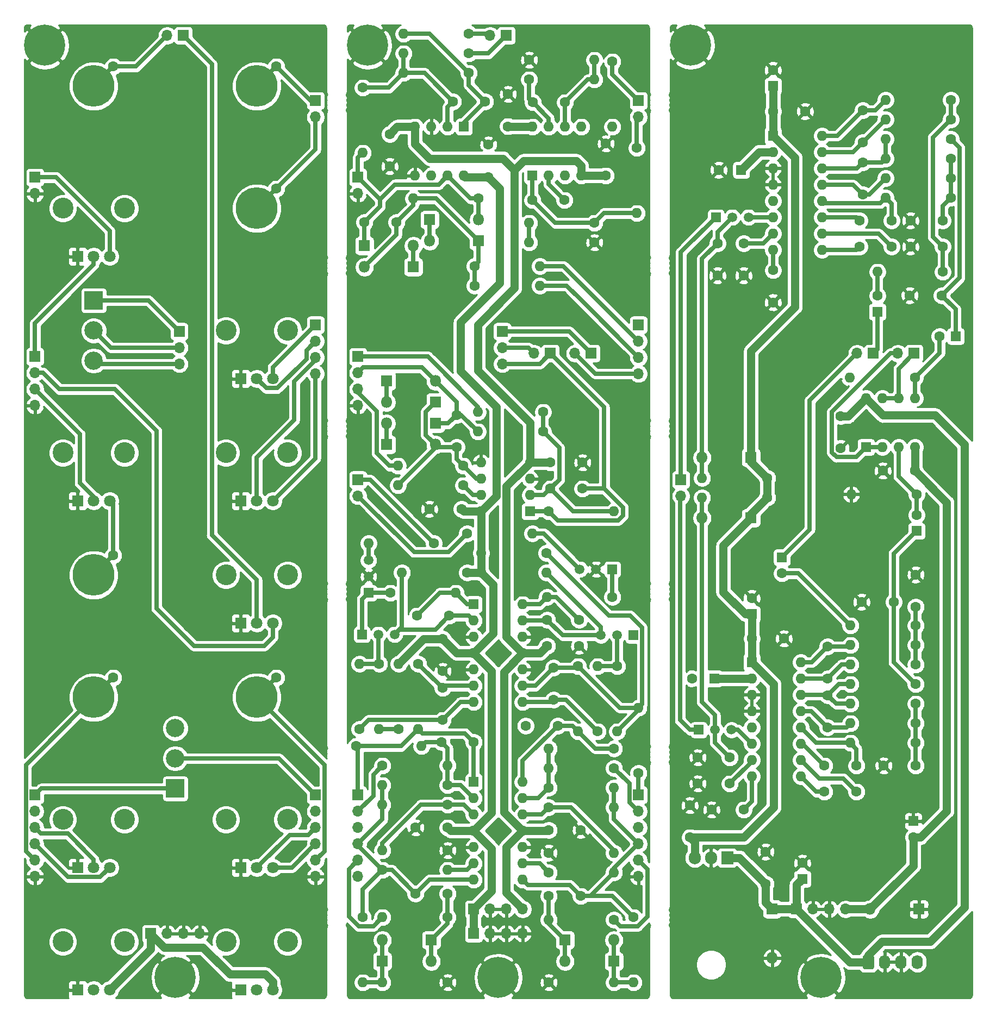
<source format=gtl>
%TF.GenerationSoftware,KiCad,Pcbnew,(5.1.8-0-10_14)*%
%TF.CreationDate,2021-12-18T09:25:16+00:00*%
%TF.ProjectId,dual-digi-delay,6475616c-2d64-4696-9769-2d64656c6179,r02*%
%TF.SameCoordinates,Original*%
%TF.FileFunction,Copper,L1,Top*%
%TF.FilePolarity,Positive*%
%FSLAX46Y46*%
G04 Gerber Fmt 4.6, Leading zero omitted, Abs format (unit mm)*
G04 Created by KiCad (PCBNEW (5.1.8-0-10_14)) date 2021-12-18 09:25:16*
%MOMM*%
%LPD*%
G01*
G04 APERTURE LIST*
%TA.AperFunction,ComponentPad*%
%ADD10O,1.700000X1.700000*%
%TD*%
%TA.AperFunction,ComponentPad*%
%ADD11R,1.700000X1.700000*%
%TD*%
%TA.AperFunction,ComponentPad*%
%ADD12C,1.600000*%
%TD*%
%TA.AperFunction,ComponentPad*%
%ADD13R,1.600000X1.600000*%
%TD*%
%TA.AperFunction,ComponentPad*%
%ADD14O,1.905000X2.000000*%
%TD*%
%TA.AperFunction,ComponentPad*%
%ADD15R,1.905000X2.000000*%
%TD*%
%TA.AperFunction,ComponentPad*%
%ADD16R,1.500000X1.500000*%
%TD*%
%TA.AperFunction,ComponentPad*%
%ADD17C,1.500000*%
%TD*%
%TA.AperFunction,ComponentPad*%
%ADD18O,1.600000X1.600000*%
%TD*%
%TA.AperFunction,ComponentPad*%
%ADD19C,6.400000*%
%TD*%
%TA.AperFunction,ComponentPad*%
%ADD20O,1.800000X1.800000*%
%TD*%
%TA.AperFunction,ComponentPad*%
%ADD21R,1.800000X1.800000*%
%TD*%
%TA.AperFunction,ComponentPad*%
%ADD22O,1.740000X2.190000*%
%TD*%
%TA.AperFunction,ComponentPad*%
%ADD23C,1.800000*%
%TD*%
%TA.AperFunction,ComponentPad*%
%ADD24C,3.240000*%
%TD*%
%TA.AperFunction,ComponentPad*%
%ADD25C,2.850000*%
%TD*%
%TA.AperFunction,ComponentPad*%
%ADD26R,2.850000X2.850000*%
%TD*%
%TA.AperFunction,ComponentPad*%
%ADD27C,6.500000*%
%TD*%
%TA.AperFunction,ViaPad*%
%ADD28C,0.762000*%
%TD*%
%TA.AperFunction,Conductor*%
%ADD29C,0.635000*%
%TD*%
%TA.AperFunction,Conductor*%
%ADD30C,1.270000*%
%TD*%
%TA.AperFunction,Conductor*%
%ADD31C,0.254000*%
%TD*%
%TA.AperFunction,Conductor*%
%ADD32C,0.100000*%
%TD*%
G04 APERTURE END LIST*
D10*
%TO.P,J18,3*%
%TO.N,/InputMix/INPUT_MIX*%
X97917000Y-81407000D03*
%TO.P,J18,2*%
%TO.N,Net-(J13-Pad2)*%
X97917000Y-78867000D03*
D11*
%TO.P,J18,1*%
%TO.N,/DelayOut/DELAY1_WET*%
X97917000Y-76327000D03*
%TD*%
D10*
%TO.P,J17,4*%
%TO.N,/DelayOut/DELAY2_WET*%
X119126000Y-82931000D03*
%TO.P,J17,3*%
%TO.N,/OutputMix/DELAY2_WET_LEVEL*%
X119126000Y-80391000D03*
%TO.P,J17,2*%
%TO.N,/OutputMix/DELAY1_WET_LEVEL*%
X119126000Y-77851000D03*
D11*
%TO.P,J17,1*%
%TO.N,/DelayOut/DELAY1_WET*%
X119126000Y-75311000D03*
%TD*%
D10*
%TO.P,J6,3*%
%TO.N,/AudioIO/INPUT_MIX*%
X47625000Y-81407000D03*
%TO.P,J6,2*%
%TO.N,/AudioIO/DELAY2_SOURCE*%
X47625000Y-78867000D03*
D11*
%TO.P,J6,1*%
%TO.N,/AudioIO/DELAY1_WET_TO_2*%
X47625000Y-76327000D03*
%TD*%
D10*
%TO.P,J2,4*%
%TO.N,/AudioIO/DELAY2_WET*%
X68834000Y-82931000D03*
%TO.P,J2,3*%
%TO.N,/AudioIO/DELAY2_WET_LEVEL*%
X68834000Y-80391000D03*
%TO.P,J2,2*%
%TO.N,/AudioIO/DELAY1_WET_LEVEL*%
X68834000Y-77851000D03*
D11*
%TO.P,J2,1*%
%TO.N,/AudioIO/DELAY1_WET*%
X68834000Y-75311000D03*
%TD*%
D12*
%TO.P,C29,2*%
%TO.N,Net-(C29-Pad2)*%
X141478000Y-114046000D03*
D13*
%TO.P,C29,1*%
%TO.N,/PT2399-Delay-2/AUDIO_IN*%
X141478000Y-111546000D03*
%TD*%
D12*
%TO.P,C23,2*%
%TO.N,GND*%
X136779000Y-117896000D03*
D13*
%TO.P,C23,1*%
%TO.N,+5V*%
X136779000Y-120396000D03*
%TD*%
D12*
%TO.P,C14,2*%
%TO.N,Net-(C14-Pad2)*%
X156337000Y-70779000D03*
D13*
%TO.P,C14,1*%
%TO.N,/PT2399-Delay-1/AUDIO_IN*%
X156337000Y-73279000D03*
%TD*%
D12*
%TO.P,C8,2*%
%TO.N,GND*%
X140081000Y-35600000D03*
D13*
%TO.P,C8,1*%
%TO.N,+5V*%
X140081000Y-38100000D03*
%TD*%
D14*
%TO.P,U7,3*%
%TO.N,+5V*%
X127889000Y-158369000D03*
%TO.P,U7,2*%
%TO.N,GND*%
X130429000Y-158369000D03*
D15*
%TO.P,U7,1*%
%TO.N,+12V*%
X132969000Y-158369000D03*
%TD*%
D16*
%TO.P,Q6,1*%
%TO.N,Net-(Q4-Pad1)*%
X77089000Y-117094000D03*
D17*
%TO.P,Q6,3*%
%TO.N,Net-(Q6-Pad3)*%
X77089000Y-112014000D03*
%TO.P,Q6,2*%
%TO.N,GND*%
X77089000Y-114554000D03*
%TD*%
D16*
%TO.P,Q5,1*%
%TO.N,Net-(Q3-Pad1)*%
X115062000Y-113411000D03*
D17*
%TO.P,Q5,3*%
%TO.N,Net-(Q5-Pad3)*%
X109982000Y-113411000D03*
%TO.P,Q5,2*%
%TO.N,GND*%
X112522000Y-113411000D03*
%TD*%
D16*
%TO.P,Q4,1*%
%TO.N,Net-(Q4-Pad1)*%
X76073000Y-123571000D03*
D17*
%TO.P,Q4,3*%
%TO.N,Net-(C46-Pad1)*%
X81153000Y-123571000D03*
%TO.P,Q4,2*%
%TO.N,Net-(Q4-Pad2)*%
X78613000Y-123571000D03*
%TD*%
D16*
%TO.P,Q3,1*%
%TO.N,Net-(Q3-Pad1)*%
X118364000Y-123698000D03*
D17*
%TO.P,Q3,3*%
%TO.N,Net-(C45-Pad1)*%
X113284000Y-123698000D03*
%TO.P,Q3,2*%
%TO.N,Net-(Q3-Pad2)*%
X115824000Y-123698000D03*
%TD*%
D16*
%TO.P,Q2,1*%
%TO.N,/PT2399-Delay-2/DELAY_TIME_CTRL*%
X128524000Y-138430000D03*
D17*
%TO.P,Q2,3*%
%TO.N,Net-(Q2-Pad3)*%
X133604000Y-138430000D03*
%TO.P,Q2,2*%
%TO.N,Net-(C21-Pad1)*%
X131064000Y-138430000D03*
%TD*%
D16*
%TO.P,Q1,1*%
%TO.N,/PT2399-Delay-1/DELAY_TIME_CTRL*%
X131191000Y-58547000D03*
D17*
%TO.P,Q1,3*%
%TO.N,Net-(Q1-Pad3)*%
X136271000Y-58547000D03*
%TO.P,Q1,2*%
%TO.N,Net-(C6-Pad1)*%
X133731000Y-58547000D03*
%TD*%
D18*
%TO.P,U9,8*%
%TO.N,+12V*%
X154559000Y-86741000D03*
%TO.P,U9,4*%
%TO.N,-12V*%
X162179000Y-94361000D03*
%TO.P,U9,7*%
%TO.N,/DelayBuffers/DELAY1_OUT*%
X157099000Y-86741000D03*
%TO.P,U9,3*%
%TO.N,/PT2399-Delay-2/AUDIO_OUT*%
X159639000Y-94361000D03*
%TO.P,U9,6*%
%TO.N,/DelayBuffers/DELAY1_OUT*%
X159639000Y-86741000D03*
%TO.P,U9,2*%
%TO.N,/DelayBuffers/DELAY2_OUT*%
X157099000Y-94361000D03*
%TO.P,U9,5*%
%TO.N,/PT2399-Delay-1/AUDIO_OUT*%
X162179000Y-86741000D03*
D13*
%TO.P,U9,1*%
%TO.N,/DelayBuffers/DELAY2_OUT*%
X154559000Y-94361000D03*
%TD*%
D18*
%TO.P,R61,2*%
%TO.N,GND*%
X152273000Y-101727000D03*
D12*
%TO.P,R61,1*%
%TO.N,/PT2399-Delay-2/AUDIO_OUT*%
X162433000Y-101727000D03*
%TD*%
D18*
%TO.P,R60,2*%
%TO.N,GND*%
X152019000Y-83566000D03*
D12*
%TO.P,R60,1*%
%TO.N,/PT2399-Delay-1/AUDIO_OUT*%
X162179000Y-83566000D03*
%TD*%
%TO.P,C61,2*%
%TO.N,GND*%
X157179000Y-98044000D03*
%TO.P,C61,1*%
%TO.N,-12V*%
X162179000Y-98044000D03*
%TD*%
%TO.P,C60,2*%
%TO.N,+12V*%
X150622000Y-89535000D03*
%TO.P,C60,1*%
%TO.N,GND*%
X150622000Y-94535000D03*
%TD*%
%TO.P,C59,2*%
%TO.N,Net-(C59-Pad2)*%
X81454000Y-59309000D03*
%TO.P,C59,1*%
%TO.N,/OutputMix/DELAY_MIX*%
X76454000Y-59309000D03*
%TD*%
%TO.P,C58,2*%
%TO.N,Net-(C58-Pad2)*%
X105410000Y-100838000D03*
%TO.P,C58,1*%
%TO.N,/InputMix/INPUT_MIX*%
X110410000Y-100838000D03*
%TD*%
%TO.P,C57,2*%
%TO.N,Net-(C57-Pad2)*%
X90805000Y-94361000D03*
%TO.P,C57,1*%
%TO.N,/InputMix/DRY_AUDIO_SOURCE*%
X90805000Y-89361000D03*
%TD*%
D19*
%TO.P,H6,1*%
%TO.N,GND*%
X147574000Y-177038000D03*
%TD*%
%TO.P,H5,1*%
%TO.N,GND*%
X127254000Y-31750000D03*
%TD*%
%TO.P,H4,1*%
%TO.N,GND*%
X97282000Y-177038000D03*
%TD*%
%TO.P,H3,1*%
%TO.N,GND*%
X76962000Y-31750000D03*
%TD*%
%TO.P,H2,1*%
%TO.N,GND*%
X46990000Y-177038000D03*
%TD*%
%TO.P,H1,1*%
%TO.N,GND*%
X26670000Y-31750000D03*
%TD*%
D10*
%TO.P,J39,6*%
%TO.N,GND*%
X119126000Y-161290000D03*
%TO.P,J39,5*%
%TO.N,/CVControl/DELAY2_CV_INPUT*%
X119126000Y-158750000D03*
%TO.P,J39,4*%
%TO.N,/CVControl/DELAY2_CV_CTRL*%
X119126000Y-156210000D03*
%TO.P,J39,3*%
%TO.N,/CVControl/DELAY2_CV_ATTV*%
X119126000Y-153670000D03*
%TO.P,J39,2*%
%TO.N,/CVControl/DELAY2_CONTROL*%
X119126000Y-151130000D03*
D11*
%TO.P,J39,1*%
%TO.N,/CVControl/DELAY2_JOIN_CV_INPUT*%
X119126000Y-148590000D03*
%TD*%
D10*
%TO.P,J38,6*%
%TO.N,GND*%
X68834000Y-161290000D03*
%TO.P,J38,5*%
%TO.N,/CVInputs/DELAY2_CV_INPUT*%
X68834000Y-158750000D03*
%TO.P,J38,4*%
%TO.N,/CVInputs/DELAY2_CV_CTRL*%
X68834000Y-156210000D03*
%TO.P,J38,3*%
%TO.N,/CVInputs/DELAY2_CV_ATTV*%
X68834000Y-153670000D03*
%TO.P,J38,2*%
%TO.N,/CVInputs/DELAY2_CONTROL*%
X68834000Y-151130000D03*
D11*
%TO.P,J38,1*%
%TO.N,/CVInputs/JOIN_CV*%
X68834000Y-148590000D03*
%TD*%
D10*
%TO.P,J12,6*%
%TO.N,GND*%
X75438000Y-161290000D03*
%TO.P,J12,5*%
%TO.N,/CVControl/DELAY1_CV_INPUT*%
X75438000Y-158750000D03*
%TO.P,J12,4*%
%TO.N,/CVControl/DELAY1_CV_CTRL*%
X75438000Y-156210000D03*
%TO.P,J12,3*%
%TO.N,/CVControl/DELAY1_CV_ATTV*%
X75438000Y-153670000D03*
%TO.P,J12,2*%
%TO.N,/CVControl/DELAY1_CONTROL*%
X75438000Y-151130000D03*
D11*
%TO.P,J12,1*%
%TO.N,/CVControl/DELAY1_CV_JOIN_OUT*%
X75438000Y-148590000D03*
%TD*%
D10*
%TO.P,J11,6*%
%TO.N,GND*%
X25146000Y-161290000D03*
%TO.P,J11,5*%
%TO.N,/CVInputs/DELAY1_CV_INPUT*%
X25146000Y-158750000D03*
%TO.P,J11,4*%
%TO.N,/CVInputs/DELAY1_CV_CTRL*%
X25146000Y-156210000D03*
%TO.P,J11,3*%
%TO.N,/CVInputs/DELAY1_CV_ATTV*%
X25146000Y-153670000D03*
%TO.P,J11,2*%
%TO.N,/CVInputs/DELAY1_CONTROL*%
X25146000Y-151130000D03*
D11*
%TO.P,J11,1*%
%TO.N,/CVInputs/JOIN_CV_SOURCE*%
X25146000Y-148590000D03*
%TD*%
D18*
%TO.P,U6,14*%
%TO.N,Net-(C41-Pad1)*%
X101092000Y-146558000D03*
%TO.P,U6,7*%
%TO.N,/CVControl/DELAY1_CV_CTRL*%
X93472000Y-161798000D03*
%TO.P,U6,13*%
%TO.N,Net-(C41-Pad2)*%
X101092000Y-149098000D03*
%TO.P,U6,6*%
%TO.N,Net-(C40-Pad2)*%
X93472000Y-159258000D03*
%TO.P,U6,12*%
%TO.N,/CVControl/DELAY2_CV_ATTV*%
X101092000Y-151638000D03*
%TO.P,U6,5*%
%TO.N,GND*%
X93472000Y-156718000D03*
%TO.P,U6,11*%
%TO.N,-12V*%
X101092000Y-154178000D03*
%TO.P,U6,4*%
%TO.N,+12V*%
X93472000Y-154178000D03*
%TO.P,U6,10*%
%TO.N,GND*%
X101092000Y-156718000D03*
%TO.P,U6,3*%
%TO.N,/CVControl/DELAY1_CV_ATTV*%
X93472000Y-151638000D03*
%TO.P,U6,9*%
%TO.N,Net-(C56-Pad2)*%
X101092000Y-159258000D03*
%TO.P,U6,2*%
%TO.N,Net-(C42-Pad2)*%
X93472000Y-149098000D03*
%TO.P,U6,8*%
%TO.N,/CVControl/DELAY2_CV_CTRL*%
X101092000Y-161798000D03*
D13*
%TO.P,U6,1*%
%TO.N,/CVControl/DELAY1_CV_JOIN_OUT*%
X93472000Y-146558000D03*
%TD*%
D18*
%TO.P,R69,2*%
%TO.N,/CVControl/DELAY1_CV_CTRL*%
X79248000Y-150114000D03*
D12*
%TO.P,R69,1*%
%TO.N,/CVControl/DELAY1_CV_ATTV*%
X89408000Y-150114000D03*
%TD*%
D18*
%TO.P,R68,2*%
%TO.N,/CVControl/DELAY2_CV_CTRL*%
X115316000Y-150495000D03*
D12*
%TO.P,R68,1*%
%TO.N,/CVControl/DELAY2_CV_ATTV*%
X105156000Y-150495000D03*
%TD*%
D18*
%TO.P,R67,2*%
%TO.N,Net-(D15-Pad2)*%
X115316000Y-177800000D03*
D12*
%TO.P,R67,1*%
%TO.N,GND*%
X105156000Y-177800000D03*
%TD*%
D18*
%TO.P,R66,2*%
%TO.N,Net-(D15-Pad2)*%
X118364000Y-177800000D03*
D12*
%TO.P,R66,1*%
%TO.N,/CVControl/DELAY2_CV_CTRL*%
X118364000Y-167640000D03*
%TD*%
D18*
%TO.P,R65,2*%
%TO.N,Net-(D13-Pad2)*%
X79248000Y-177800000D03*
D12*
%TO.P,R65,1*%
%TO.N,GND*%
X89408000Y-177800000D03*
%TD*%
D18*
%TO.P,R64,2*%
%TO.N,Net-(D13-Pad2)*%
X76200000Y-177800000D03*
D12*
%TO.P,R64,1*%
%TO.N,/CVControl/DELAY1_CV_CTRL*%
X76200000Y-167640000D03*
%TD*%
D20*
%TO.P,D16,2*%
%TO.N,Net-(C56-Pad2)*%
X107696000Y-174498000D03*
D21*
%TO.P,D16,1*%
%TO.N,Net-(D15-Pad2)*%
X115316000Y-174498000D03*
%TD*%
D20*
%TO.P,D15,2*%
%TO.N,Net-(D15-Pad2)*%
X115316000Y-171196000D03*
D21*
%TO.P,D15,1*%
%TO.N,Net-(C56-Pad2)*%
X107696000Y-171196000D03*
%TD*%
D20*
%TO.P,D14,2*%
%TO.N,Net-(C40-Pad2)*%
X86868000Y-174498000D03*
D21*
%TO.P,D14,1*%
%TO.N,Net-(D13-Pad2)*%
X79248000Y-174498000D03*
%TD*%
D20*
%TO.P,D13,2*%
%TO.N,Net-(D13-Pad2)*%
X79248000Y-171196000D03*
D21*
%TO.P,D13,1*%
%TO.N,Net-(C40-Pad2)*%
X86868000Y-171196000D03*
%TD*%
D12*
%TO.P,C56,2*%
%TO.N,Net-(C56-Pad2)*%
X105156000Y-164338000D03*
%TO.P,C56,1*%
%TO.N,/CVControl/DELAY2_CV_CTRL*%
X110156000Y-164338000D03*
%TD*%
D11*
%TO.P,J33,1*%
%TO.N,/DelayBuffers/DELAY1_OUT*%
X162052000Y-79756000D03*
D10*
%TO.P,J33,2*%
%TO.N,/DelayBuffers/DELAY2_OUT*%
X159512000Y-79756000D03*
%TD*%
%TO.P,J32,2*%
%TO.N,/PT2399-Delay-2/AUDIO_IN*%
X153162000Y-79756000D03*
D11*
%TO.P,J32,1*%
%TO.N,/PT2399-Delay-1/AUDIO_IN*%
X155702000Y-79756000D03*
%TD*%
D10*
%TO.P,J13,2*%
%TO.N,Net-(J13-Pad2)*%
X102870000Y-79756000D03*
D11*
%TO.P,J13,1*%
%TO.N,/InputMix/INPUT_MIX*%
X105410000Y-79756000D03*
%TD*%
D10*
%TO.P,J8,2*%
%TO.N,/DelayOut/DELAY2_WET*%
X109220000Y-79756000D03*
D11*
%TO.P,J8,1*%
%TO.N,/DelayOut/DELAY1_WET*%
X111760000Y-79756000D03*
%TD*%
D18*
%TO.P,U8,8*%
%TO.N,+12V*%
X102616000Y-44450000D03*
%TO.P,U8,4*%
%TO.N,-12V*%
X110236000Y-52070000D03*
%TO.P,U8,7*%
%TO.N,Net-(C52-Pad1)*%
X105156000Y-44450000D03*
%TO.P,U8,3*%
%TO.N,/DelayOut/DELAY2_WET*%
X107696000Y-52070000D03*
%TO.P,U8,6*%
%TO.N,Net-(C52-Pad2)*%
X107696000Y-44450000D03*
%TO.P,U8,2*%
%TO.N,Net-(C55-Pad2)*%
X105156000Y-52070000D03*
%TO.P,U8,5*%
%TO.N,/DelayOut/DELAY1_WET*%
X110236000Y-44450000D03*
D13*
%TO.P,U8,1*%
%TO.N,Net-(C55-Pad1)*%
X102616000Y-52070000D03*
%TD*%
D12*
%TO.P,C20,2*%
%TO.N,/PT2399-Delay-1/AUDIO_OUT*%
X166029000Y-77089000D03*
D13*
%TO.P,C20,1*%
%TO.N,Net-(C19-Pad2)*%
X168529000Y-77089000D03*
%TD*%
D18*
%TO.P,R63,2*%
%TO.N,Net-(C55-Pad1)*%
X118872000Y-57912000D03*
D12*
%TO.P,R63,1*%
%TO.N,/DelayOut/DELAY2_WET_OUT*%
X118872000Y-47752000D03*
%TD*%
D18*
%TO.P,R62,2*%
%TO.N,Net-(C52-Pad1)*%
X115062000Y-44450000D03*
D12*
%TO.P,R62,1*%
%TO.N,/DelayOut/DELAY1_WET_OUT*%
X115062000Y-34290000D03*
%TD*%
D11*
%TO.P,J31,1*%
%TO.N,/OutputMix/DELAY_MIX*%
X75438000Y-52324000D03*
D10*
%TO.P,J31,2*%
%TO.N,GND*%
X75438000Y-54864000D03*
%TD*%
%TO.P,J24,2*%
%TO.N,/OutputMix/MIX_OUT*%
X96012000Y-30226000D03*
D11*
%TO.P,J24,1*%
%TO.N,/OutputMix/DRY_AUDIO_INPUT*%
X98552000Y-30226000D03*
%TD*%
%TO.P,J16,1*%
%TO.N,/AudioIO/FEEDBACK_INPUT*%
X25146000Y-52324000D03*
D10*
%TO.P,J16,2*%
%TO.N,GND*%
X25146000Y-54864000D03*
%TD*%
%TO.P,J4,2*%
%TO.N,/AudioIO/MAIN_OUT*%
X45720000Y-30226000D03*
D11*
%TO.P,J4,1*%
%TO.N,/AudioIO/DRY_AUDIO_LEVEL*%
X48260000Y-30226000D03*
%TD*%
D10*
%TO.P,J23,2*%
%TO.N,/DelayOut/DELAY2_WET_OUT*%
X119126000Y-42926000D03*
D11*
%TO.P,J23,1*%
%TO.N,/DelayOut/DELAY1_WET_OUT*%
X119126000Y-40386000D03*
%TD*%
D10*
%TO.P,J5,2*%
%TO.N,/AudioIO/DELAY2_WET_OUT*%
X68834000Y-42926000D03*
D11*
%TO.P,J5,1*%
%TO.N,/AudioIO/DELAY1_WET_OUT*%
X68834000Y-40386000D03*
%TD*%
D22*
%TO.P,J15,4*%
%TO.N,-12V*%
X162560000Y-174625000D03*
%TO.P,J15,3*%
%TO.N,GND*%
X160020000Y-174625000D03*
%TO.P,J15,2*%
X157480000Y-174625000D03*
%TO.P,J15,1*%
%TO.N,+12V*%
%TA.AperFunction,ComponentPad*%
G36*
G01*
X154070000Y-175470001D02*
X154070000Y-173779999D01*
G75*
G02*
X154319999Y-173530000I249999J0D01*
G01*
X155560001Y-173530000D01*
G75*
G02*
X155810000Y-173779999I0J-249999D01*
G01*
X155810000Y-175470001D01*
G75*
G02*
X155560001Y-175720000I-249999J0D01*
G01*
X154319999Y-175720000D01*
G75*
G02*
X154070000Y-175470001I0J249999D01*
G01*
G37*
%TD.AperFunction*%
%TD*%
D10*
%TO.P,J14,4*%
%TO.N,-12V*%
X151384000Y-166370000D03*
%TO.P,J14,3*%
%TO.N,GND*%
X148844000Y-166370000D03*
%TO.P,J14,2*%
X146304000Y-166370000D03*
D11*
%TO.P,J14,1*%
%TO.N,+12V*%
X143764000Y-166370000D03*
%TD*%
D10*
%TO.P,J9,4*%
%TO.N,-12V*%
X101092000Y-166370000D03*
%TO.P,J9,3*%
%TO.N,GND*%
X98552000Y-166370000D03*
%TO.P,J9,2*%
X96012000Y-166370000D03*
D11*
%TO.P,J9,1*%
%TO.N,+12V*%
X93472000Y-166370000D03*
%TD*%
%TO.P,J7,1*%
%TO.N,/InputMix/DELAY_FEEDBACK*%
X75438000Y-80264000D03*
D10*
%TO.P,J7,2*%
%TO.N,/InputMix/DRY_AUDIO_SOURCE*%
X75438000Y-82804000D03*
%TO.P,J7,3*%
%TO.N,/InputMix/AUDIO_IN*%
X75438000Y-85344000D03*
%TO.P,J7,4*%
%TO.N,GND*%
X75438000Y-87884000D03*
%TD*%
D11*
%TO.P,J3,1*%
%TO.N,/AudioIO/FEEDBACK_LEVEL*%
X25146000Y-80264000D03*
D10*
%TO.P,J3,2*%
%TO.N,/AudioIO/DRY_AUDIO_INPUT*%
X25146000Y-82804000D03*
%TO.P,J3,3*%
%TO.N,/AudioIO/AUDIO_IN*%
X25146000Y-85344000D03*
%TO.P,J3,4*%
%TO.N,GND*%
X25146000Y-87884000D03*
%TD*%
D11*
%TO.P,J1,1*%
%TO.N,+12V*%
X43180000Y-170180000D03*
D10*
%TO.P,J1,2*%
%TO.N,GND*%
X45720000Y-170180000D03*
%TO.P,J1,3*%
X48260000Y-170180000D03*
%TO.P,J1,4*%
X50800000Y-170180000D03*
%TD*%
D18*
%TO.P,U2,8*%
%TO.N,+12V*%
X94615000Y-104394000D03*
%TO.P,U2,4*%
%TO.N,-12V*%
X102235000Y-96774000D03*
%TO.P,U2,7*%
%TO.N,/InputMix/DRY_AUDIO_SOURCE*%
X94615000Y-101854000D03*
%TO.P,U2,3*%
%TO.N,GND*%
X102235000Y-99314000D03*
%TO.P,U2,6*%
%TO.N,Net-(C57-Pad2)*%
X94615000Y-99314000D03*
%TO.P,U2,2*%
%TO.N,Net-(C58-Pad2)*%
X102235000Y-101854000D03*
%TO.P,U2,5*%
%TO.N,GND*%
X94615000Y-96774000D03*
D13*
%TO.P,U2,1*%
%TO.N,/InputMix/INPUT_MIX*%
X102235000Y-104394000D03*
%TD*%
D18*
%TO.P,U1,8*%
%TO.N,+12V*%
X91948000Y-52070000D03*
%TO.P,U1,4*%
%TO.N,-12V*%
X84328000Y-44450000D03*
%TO.P,U1,7*%
%TO.N,/OutputMix/DELAY_MIX*%
X89408000Y-52070000D03*
%TO.P,U1,3*%
%TO.N,GND*%
X86868000Y-44450000D03*
%TO.P,U1,6*%
%TO.N,Net-(C59-Pad2)*%
X86868000Y-52070000D03*
%TO.P,U1,2*%
%TO.N,Net-(C1-Pad2)*%
X89408000Y-44450000D03*
%TO.P,U1,5*%
%TO.N,GND*%
X84328000Y-52070000D03*
D13*
%TO.P,U1,1*%
%TO.N,Net-(C1-Pad1)*%
X91948000Y-44450000D03*
%TD*%
D18*
%TO.P,R12,2*%
%TO.N,Net-(C58-Pad2)*%
X115316000Y-104394000D03*
D12*
%TO.P,R12,1*%
%TO.N,/InputMix/INPUT_MIX*%
X105156000Y-104394000D03*
%TD*%
D18*
%TO.P,R11,2*%
%TO.N,/InputMix/DRY_AUDIO_SOURCE*%
X94107000Y-91948000D03*
D12*
%TO.P,R11,1*%
%TO.N,Net-(C58-Pad2)*%
X104267000Y-91948000D03*
%TD*%
D18*
%TO.P,R10,2*%
%TO.N,/InputMix/DELAY_FEEDBACK*%
X94107000Y-88900000D03*
D12*
%TO.P,R10,1*%
%TO.N,Net-(C58-Pad2)*%
X104267000Y-88900000D03*
%TD*%
D18*
%TO.P,R9,2*%
%TO.N,Net-(C57-Pad2)*%
X81661000Y-100330000D03*
D12*
%TO.P,R9,1*%
%TO.N,/InputMix/DRY_AUDIO_SOURCE*%
X91821000Y-100330000D03*
%TD*%
D18*
%TO.P,R8,2*%
%TO.N,/InputMix/AUDIO_IN*%
X81661000Y-97282000D03*
D12*
%TO.P,R8,1*%
%TO.N,Net-(C57-Pad2)*%
X91821000Y-97282000D03*
%TD*%
D18*
%TO.P,R7,2*%
%TO.N,Net-(C1-Pad1)*%
X82550000Y-29972000D03*
D12*
%TO.P,R7,1*%
%TO.N,/OutputMix/MIX_OUT*%
X92710000Y-29972000D03*
%TD*%
D18*
%TO.P,R6,2*%
%TO.N,Net-(C1-Pad2)*%
X82550000Y-36068000D03*
D12*
%TO.P,R6,1*%
%TO.N,Net-(C1-Pad1)*%
X92710000Y-36068000D03*
%TD*%
D18*
%TO.P,R5,2*%
%TO.N,Net-(C1-Pad2)*%
X82550000Y-33020000D03*
D12*
%TO.P,R5,1*%
%TO.N,/OutputMix/DRY_AUDIO_INPUT*%
X92710000Y-33020000D03*
%TD*%
D18*
%TO.P,R4,2*%
%TO.N,/OutputMix/DELAY_MIX*%
X76200000Y-48514000D03*
D12*
%TO.P,R4,1*%
%TO.N,Net-(C1-Pad2)*%
X76200000Y-38354000D03*
%TD*%
D18*
%TO.P,R3,2*%
%TO.N,Net-(C59-Pad2)*%
X84074000Y-55626000D03*
D12*
%TO.P,R3,1*%
%TO.N,/OutputMix/DELAY_MIX*%
X94234000Y-55626000D03*
%TD*%
D18*
%TO.P,R2,2*%
%TO.N,/OutputMix/DELAY1_WET_LEVEL*%
X103759000Y-66167000D03*
D12*
%TO.P,R2,1*%
%TO.N,Net-(C59-Pad2)*%
X93599000Y-66167000D03*
%TD*%
D18*
%TO.P,R1,2*%
%TO.N,/OutputMix/DELAY2_WET_LEVEL*%
X103759000Y-69215000D03*
D12*
%TO.P,R1,1*%
%TO.N,Net-(C59-Pad2)*%
X93599000Y-69215000D03*
%TD*%
D20*
%TO.P,D8,2*%
%TO.N,/InputMix/DRY_AUDIO_SOURCE*%
X87503000Y-84074000D03*
D21*
%TO.P,D8,1*%
%TO.N,Net-(D6-Pad2)*%
X79883000Y-84074000D03*
%TD*%
D20*
%TO.P,D7,2*%
%TO.N,Net-(D5-Pad1)*%
X79883000Y-90678000D03*
D21*
%TO.P,D7,1*%
%TO.N,/InputMix/DRY_AUDIO_SOURCE*%
X87503000Y-90678000D03*
%TD*%
D20*
%TO.P,D6,2*%
%TO.N,Net-(D6-Pad2)*%
X79883000Y-87376000D03*
D21*
%TO.P,D6,1*%
%TO.N,Net-(C57-Pad2)*%
X87503000Y-87376000D03*
%TD*%
D20*
%TO.P,D5,2*%
%TO.N,Net-(C57-Pad2)*%
X87503000Y-93980000D03*
D21*
%TO.P,D5,1*%
%TO.N,Net-(D5-Pad1)*%
X79883000Y-93980000D03*
%TD*%
D20*
%TO.P,D4,2*%
%TO.N,/OutputMix/DELAY_MIX*%
X94234000Y-58928000D03*
D21*
%TO.P,D4,1*%
%TO.N,Net-(D2-Pad2)*%
X86614000Y-58928000D03*
%TD*%
D20*
%TO.P,D3,2*%
%TO.N,Net-(D1-Pad1)*%
X84074000Y-62992000D03*
D21*
%TO.P,D3,1*%
%TO.N,/OutputMix/DELAY_MIX*%
X76454000Y-62992000D03*
%TD*%
D20*
%TO.P,D2,2*%
%TO.N,Net-(D2-Pad2)*%
X86614000Y-62230000D03*
D21*
%TO.P,D2,1*%
%TO.N,Net-(C59-Pad2)*%
X94234000Y-62230000D03*
%TD*%
D20*
%TO.P,D1,2*%
%TO.N,Net-(C59-Pad2)*%
X76454000Y-66294000D03*
D21*
%TO.P,D1,1*%
%TO.N,Net-(D1-Pad1)*%
X84074000Y-66294000D03*
%TD*%
D12*
%TO.P,C5,2*%
%TO.N,GND*%
X110410000Y-96774000D03*
%TO.P,C5,1*%
%TO.N,-12V*%
X105410000Y-96774000D03*
%TD*%
%TO.P,C4,2*%
%TO.N,+12V*%
X91567000Y-104013000D03*
%TO.P,C4,1*%
%TO.N,GND*%
X86567000Y-104013000D03*
%TD*%
%TO.P,C3,2*%
%TO.N,GND*%
X80391000Y-50593000D03*
%TO.P,C3,1*%
%TO.N,-12V*%
X80391000Y-45593000D03*
%TD*%
%TO.P,C2,2*%
%TO.N,+12V*%
X95758000Y-52244000D03*
%TO.P,C2,1*%
%TO.N,GND*%
X95758000Y-47244000D03*
%TD*%
%TO.P,C1,2*%
%TO.N,Net-(C1-Pad2)*%
X90250000Y-40513000D03*
%TO.P,C1,1*%
%TO.N,Net-(C1-Pad1)*%
X95250000Y-40513000D03*
%TD*%
D10*
%TO.P,J10,2*%
%TO.N,/PT2399-Delay-2/DELAY_TIME_CTRL*%
X125730000Y-101981000D03*
D11*
%TO.P,J10,1*%
%TO.N,/PT2399-Delay-1/DELAY_TIME_CTRL*%
X125730000Y-99441000D03*
%TD*%
D21*
%TO.P,WET2_LEVEL1,1*%
%TO.N,GND*%
X57190001Y-102750000D03*
D23*
%TO.P,WET2_LEVEL1,2*%
%TO.N,/AudioIO/DELAY2_WET_LEVEL*%
X59690001Y-102750000D03*
%TO.P,WET2_LEVEL1,3*%
%TO.N,/AudioIO/DELAY2_WET*%
X62190001Y-102750000D03*
D24*
%TO.P,WET2_LEVEL1,*%
%TO.N,*%
X64490001Y-95250000D03*
X54890001Y-95250000D03*
%TD*%
D21*
%TO.P,WET1_LEVEL1,1*%
%TO.N,GND*%
X57190001Y-83700000D03*
D23*
%TO.P,WET1_LEVEL1,2*%
%TO.N,/AudioIO/DELAY1_WET_LEVEL*%
X59690001Y-83700000D03*
%TO.P,WET1_LEVEL1,3*%
%TO.N,/AudioIO/DELAY1_WET*%
X62190001Y-83700000D03*
D24*
%TO.P,WET1_LEVEL1,*%
%TO.N,*%
X64490001Y-76200000D03*
X54890001Y-76200000D03*
%TD*%
D25*
%TO.P,SW2,3*%
%TO.N,/AudioIO/INPUT_MIX*%
X34290000Y-80900000D03*
%TO.P,SW2,2*%
%TO.N,/AudioIO/DELAY2_SOURCE*%
X34290000Y-76200000D03*
D26*
%TO.P,SW2,1*%
%TO.N,/AudioIO/DELAY1_WET_TO_2*%
X34290000Y-71500000D03*
%TD*%
D27*
%TO.P,J30,1*%
%TO.N,/AudioIO/DELAY2_WET_OUT*%
X59690000Y-57150000D03*
D12*
X62738000Y-54102000D03*
%TD*%
D27*
%TO.P,J29,1*%
%TO.N,/AudioIO/DELAY1_WET_OUT*%
X59690001Y-38100000D03*
D12*
X62738001Y-35052000D03*
%TD*%
D27*
%TO.P,J28,1*%
%TO.N,/AudioIO/MAIN_OUT*%
X34290000Y-38100000D03*
D12*
X37338000Y-35052000D03*
%TD*%
D27*
%TO.P,J27,1*%
%TO.N,Net-(INPUT_GAIN1-Pad3)*%
X34290000Y-114300000D03*
D12*
X37338000Y-111252000D03*
%TD*%
D21*
%TO.P,INPUT_GAIN1,1*%
%TO.N,GND*%
X31790000Y-102750000D03*
D23*
%TO.P,INPUT_GAIN1,2*%
%TO.N,/AudioIO/AUDIO_IN*%
X34290000Y-102750000D03*
%TO.P,INPUT_GAIN1,3*%
%TO.N,Net-(INPUT_GAIN1-Pad3)*%
X36790000Y-102750000D03*
D24*
%TO.P,INPUT_GAIN1,*%
%TO.N,*%
X39090000Y-95250000D03*
X29490000Y-95250000D03*
%TD*%
D21*
%TO.P,FEEDBACK1,1*%
%TO.N,GND*%
X31790000Y-64650000D03*
D23*
%TO.P,FEEDBACK1,2*%
%TO.N,/AudioIO/FEEDBACK_LEVEL*%
X34290000Y-64650000D03*
%TO.P,FEEDBACK1,3*%
%TO.N,/AudioIO/FEEDBACK_INPUT*%
X36790000Y-64650000D03*
D24*
%TO.P,FEEDBACK1,*%
%TO.N,*%
X39090000Y-57150000D03*
X29490000Y-57150000D03*
%TD*%
D21*
%TO.P,DRY_LEVEL1,1*%
%TO.N,GND*%
X57190001Y-121800001D03*
D23*
%TO.P,DRY_LEVEL1,2*%
%TO.N,/AudioIO/DRY_AUDIO_LEVEL*%
X59690001Y-121800001D03*
%TO.P,DRY_LEVEL1,3*%
%TO.N,/AudioIO/DRY_AUDIO_INPUT*%
X62190001Y-121800001D03*
D24*
%TO.P,DRY_LEVEL1,*%
%TO.N,*%
X64490001Y-114300001D03*
X54890001Y-114300001D03*
%TD*%
D18*
%TO.P,R59,2*%
%TO.N,Net-(C55-Pad2)*%
X102108000Y-59436000D03*
D12*
%TO.P,R59,1*%
%TO.N,Net-(C55-Pad1)*%
X112268000Y-59436000D03*
%TD*%
D18*
%TO.P,R58,2*%
%TO.N,Net-(C55-Pad2)*%
X102108000Y-62484000D03*
D12*
%TO.P,R58,1*%
%TO.N,GND*%
X112268000Y-62484000D03*
%TD*%
D18*
%TO.P,R57,2*%
%TO.N,Net-(C52-Pad2)*%
X112268000Y-37084000D03*
D12*
%TO.P,R57,1*%
%TO.N,Net-(C52-Pad1)*%
X102108000Y-37084000D03*
%TD*%
D18*
%TO.P,R56,2*%
%TO.N,Net-(C52-Pad2)*%
X112268000Y-34036000D03*
D12*
%TO.P,R56,1*%
%TO.N,GND*%
X102108000Y-34036000D03*
%TD*%
%TO.P,C55,2*%
%TO.N,Net-(C55-Pad2)*%
X107616000Y-55880000D03*
%TO.P,C55,1*%
%TO.N,Net-(C55-Pad1)*%
X102616000Y-55880000D03*
%TD*%
%TO.P,C54,1*%
%TO.N,-12V*%
X114046000Y-52070000D03*
%TO.P,C54,2*%
%TO.N,GND*%
X114046000Y-47070000D03*
%TD*%
%TO.P,C53,2*%
%TO.N,+12V*%
X98806000Y-44370000D03*
%TO.P,C53,1*%
%TO.N,GND*%
X98806000Y-39370000D03*
%TD*%
%TO.P,C52,2*%
%TO.N,Net-(C52-Pad2)*%
X107696000Y-40640000D03*
%TO.P,C52,1*%
%TO.N,Net-(C52-Pad1)*%
X102696000Y-40640000D03*
%TD*%
D18*
%TO.P,U5,14*%
%TO.N,Net-(C45-Pad2)*%
X101092000Y-118872000D03*
%TO.P,U5,7*%
%TO.N,Net-(C44-Pad1)*%
X93472000Y-134112000D03*
%TO.P,U5,13*%
%TO.N,Net-(C45-Pad1)*%
X101092000Y-121412000D03*
%TO.P,U5,6*%
%TO.N,Net-(C44-Pad2)*%
X93472000Y-131572000D03*
%TO.P,U5,12*%
%TO.N,GND*%
X101092000Y-123952000D03*
%TO.P,U5,5*%
X93472000Y-129032000D03*
%TO.P,U5,11*%
%TO.N,-12V*%
X101092000Y-126492000D03*
%TO.P,U5,4*%
%TO.N,+12V*%
X93472000Y-126492000D03*
%TO.P,U5,10*%
%TO.N,GND*%
X101092000Y-129032000D03*
%TO.P,U5,3*%
X93472000Y-123952000D03*
%TO.P,U5,9*%
%TO.N,Net-(C43-Pad2)*%
X101092000Y-131572000D03*
%TO.P,U5,2*%
%TO.N,Net-(C46-Pad1)*%
X93472000Y-121412000D03*
%TO.P,U5,8*%
%TO.N,Net-(C43-Pad1)*%
X101092000Y-134112000D03*
D13*
%TO.P,U5,1*%
%TO.N,Net-(C46-Pad2)*%
X93472000Y-118872000D03*
%TD*%
D26*
%TO.P,SW1,1*%
%TO.N,/CVInputs/JOIN_CV_SOURCE*%
X46990001Y-147575000D03*
D25*
%TO.P,SW1,2*%
%TO.N,/CVInputs/JOIN_CV*%
X46990001Y-142875000D03*
%TO.P,SW1,3*%
%TO.N,N/C*%
X46990001Y-138175000D03*
%TD*%
D18*
%TO.P,R55,2*%
%TO.N,Net-(Q6-Pad3)*%
X77089000Y-109347000D03*
D12*
%TO.P,R55,1*%
%TO.N,/CVControl/DELAY1_TIME_VOLTAGE*%
X87249000Y-109347000D03*
%TD*%
D18*
%TO.P,R54,2*%
%TO.N,Net-(Q5-Pad3)*%
X102616000Y-107823000D03*
D12*
%TO.P,R54,1*%
%TO.N,/CVControl/DELAY2_TIME_VOLTAGE*%
X92456000Y-107823000D03*
%TD*%
D18*
%TO.P,R53,2*%
%TO.N,Net-(C46-Pad2)*%
X90678000Y-117094000D03*
D12*
%TO.P,R53,1*%
%TO.N,Net-(Q4-Pad1)*%
X80518000Y-117094000D03*
%TD*%
D18*
%TO.P,R52,2*%
%TO.N,Net-(C46-Pad1)*%
X82296000Y-113919000D03*
D12*
%TO.P,R52,1*%
%TO.N,+12V*%
X92456000Y-113919000D03*
%TD*%
D18*
%TO.P,R51,2*%
%TO.N,Net-(C45-Pad2)*%
X104902000Y-117729000D03*
D12*
%TO.P,R51,1*%
%TO.N,Net-(Q3-Pad1)*%
X115062000Y-117729000D03*
%TD*%
D18*
%TO.P,R50,2*%
%TO.N,Net-(C45-Pad1)*%
X104775000Y-113919000D03*
D12*
%TO.P,R50,1*%
%TO.N,+12V*%
X94615000Y-113919000D03*
%TD*%
D18*
%TO.P,R49,2*%
%TO.N,Net-(Q4-Pad2)*%
X75692000Y-128143000D03*
D12*
%TO.P,R49,1*%
%TO.N,Net-(C44-Pad1)*%
X75692000Y-138303000D03*
%TD*%
D18*
%TO.P,R48,2*%
%TO.N,Net-(Q3-Pad2)*%
X112776000Y-128524000D03*
D12*
%TO.P,R48,1*%
%TO.N,Net-(C43-Pad1)*%
X112776000Y-138684000D03*
%TD*%
D18*
%TO.P,R47,2*%
%TO.N,Net-(C44-Pad2)*%
X78740000Y-138303000D03*
D12*
%TO.P,R47,1*%
%TO.N,Net-(Q4-Pad2)*%
X78740000Y-128143000D03*
%TD*%
D18*
%TO.P,R46,2*%
%TO.N,Net-(C43-Pad2)*%
X115824000Y-138684000D03*
D12*
%TO.P,R46,1*%
%TO.N,Net-(Q3-Pad2)*%
X115824000Y-128524000D03*
%TD*%
%TO.P,R45,1*%
%TO.N,Net-(C44-Pad2)*%
X84836000Y-128143000D03*
D18*
%TO.P,R45,2*%
%TO.N,/CVControl/DELAY1_CV_JOIN_OUT*%
X84836000Y-138303000D03*
%TD*%
%TO.P,R44,2*%
%TO.N,+12V*%
X94615000Y-110871000D03*
D12*
%TO.P,R44,1*%
%TO.N,Net-(C43-Pad2)*%
X104775000Y-110871000D03*
%TD*%
D18*
%TO.P,R43,2*%
%TO.N,Net-(C41-Pad2)*%
X105156000Y-144399000D03*
D12*
%TO.P,R43,1*%
%TO.N,/CVControl/DELAY2_CONTROL*%
X115316000Y-144399000D03*
%TD*%
D18*
%TO.P,R42,2*%
%TO.N,Net-(C41-Pad1)*%
X109728000Y-138684000D03*
D12*
%TO.P,R42,1*%
%TO.N,Net-(C43-Pad2)*%
X109728000Y-128524000D03*
%TD*%
D18*
%TO.P,R41,2*%
%TO.N,Net-(C42-Pad2)*%
X85344000Y-140970000D03*
D12*
%TO.P,R41,1*%
%TO.N,/CVControl/DELAY1_CV_JOIN_OUT*%
X75184000Y-140970000D03*
%TD*%
D18*
%TO.P,R40,2*%
%TO.N,Net-(C41-Pad2)*%
X105156000Y-141351000D03*
D12*
%TO.P,R40,1*%
%TO.N,Net-(C41-Pad1)*%
X115316000Y-141351000D03*
%TD*%
D18*
%TO.P,R39,2*%
%TO.N,+12V*%
X81788000Y-128143000D03*
D12*
%TO.P,R39,1*%
%TO.N,Net-(C44-Pad2)*%
X81788000Y-138303000D03*
%TD*%
%TO.P,R38,1*%
%TO.N,GND*%
X105156000Y-157607000D03*
D18*
%TO.P,R38,2*%
%TO.N,/CVControl/DELAY2_CV_ATTV*%
X115316000Y-157607000D03*
%TD*%
%TO.P,R37,2*%
%TO.N,Net-(C42-Pad2)*%
X89408000Y-144018000D03*
D12*
%TO.P,R37,1*%
%TO.N,/CVControl/DELAY1_CONTROL*%
X79248000Y-144018000D03*
%TD*%
D18*
%TO.P,R36,2*%
%TO.N,/CVControl/DELAY2_CV_CTRL*%
X115316000Y-147447000D03*
D12*
%TO.P,R36,1*%
%TO.N,Net-(C41-Pad2)*%
X105156000Y-147447000D03*
%TD*%
D18*
%TO.P,R35,2*%
%TO.N,/CVControl/DELAY1_CV_CTRL*%
X79248000Y-147066000D03*
D12*
%TO.P,R35,1*%
%TO.N,Net-(C42-Pad2)*%
X89408000Y-147066000D03*
%TD*%
D18*
%TO.P,R34,2*%
%TO.N,Net-(C40-Pad2)*%
X89408000Y-160274000D03*
D12*
%TO.P,R34,1*%
%TO.N,/CVControl/DELAY1_CV_CTRL*%
X79248000Y-160274000D03*
%TD*%
D18*
%TO.P,R33,2*%
%TO.N,/CVControl/DELAY2_CV_CTRL*%
X115316000Y-160655000D03*
D12*
%TO.P,R33,1*%
%TO.N,Net-(C56-Pad2)*%
X105156000Y-160655000D03*
%TD*%
D18*
%TO.P,R32,2*%
%TO.N,Net-(C43-Pad2)*%
X119126000Y-135001000D03*
D12*
%TO.P,R32,1*%
%TO.N,/CVControl/DELAY2_JOIN_CV_INPUT*%
X119126000Y-145161000D03*
%TD*%
D18*
%TO.P,R31,2*%
%TO.N,Net-(C56-Pad2)*%
X105156000Y-168021000D03*
D12*
%TO.P,R31,1*%
%TO.N,/CVControl/DELAY2_CV_INPUT*%
X115316000Y-168021000D03*
%TD*%
D18*
%TO.P,R30,2*%
%TO.N,/CVControl/DELAY1_CV_INPUT*%
X79248000Y-167640000D03*
D12*
%TO.P,R30,1*%
%TO.N,Net-(C40-Pad2)*%
X89408000Y-167640000D03*
%TD*%
D18*
%TO.P,R29,2*%
%TO.N,/CVControl/DELAY1_CV_ATTV*%
X79248000Y-157226000D03*
D12*
%TO.P,R29,1*%
%TO.N,GND*%
X89408000Y-157226000D03*
%TD*%
D10*
%TO.P,J21,2*%
%TO.N,/CVControl/DELAY2_TIME_VOLTAGE*%
X75438000Y-101981000D03*
D11*
%TO.P,J21,1*%
%TO.N,/CVControl/DELAY1_TIME_VOLTAGE*%
X75438000Y-99441000D03*
%TD*%
D10*
%TO.P,J20,4*%
%TO.N,GND*%
X101092000Y-170180000D03*
%TO.P,J20,3*%
X98552000Y-170180000D03*
%TO.P,J20,2*%
X96012000Y-170180000D03*
D11*
%TO.P,J20,1*%
%TO.N,+12V*%
X93472000Y-170180000D03*
%TD*%
D27*
%TO.P,J26,1*%
%TO.N,/CVInputs/DELAY1_CV_INPUT*%
X34290000Y-133350000D03*
D12*
X37338000Y-130302000D03*
%TD*%
D27*
%TO.P,J25,1*%
%TO.N,/CVInputs/DELAY2_CV_INPUT*%
X59690001Y-133350000D03*
D12*
X62738001Y-130302000D03*
%TD*%
D21*
%TO.P,DELAY2_TIME1,1*%
%TO.N,GND*%
X57190000Y-178950000D03*
D23*
%TO.P,DELAY2_TIME1,2*%
%TO.N,/CVInputs/DELAY2_CONTROL*%
X59690000Y-178950000D03*
%TO.P,DELAY2_TIME1,3*%
%TO.N,+12V*%
X62190000Y-178950000D03*
D24*
%TO.P,DELAY2_TIME1,*%
%TO.N,*%
X64490000Y-171450000D03*
X54890000Y-171450000D03*
%TD*%
D21*
%TO.P,DELAY2_CV_ATTV1,1*%
%TO.N,GND*%
X57190001Y-159900001D03*
D23*
%TO.P,DELAY2_CV_ATTV1,2*%
%TO.N,/CVInputs/DELAY2_CV_ATTV*%
X59690001Y-159900001D03*
%TO.P,DELAY2_CV_ATTV1,3*%
%TO.N,/CVInputs/DELAY2_CV_CTRL*%
X62190001Y-159900001D03*
D24*
%TO.P,DELAY2_CV_ATTV1,*%
%TO.N,*%
X64490001Y-152400001D03*
X54890001Y-152400001D03*
%TD*%
D21*
%TO.P,DELAY1_TIME1,1*%
%TO.N,GND*%
X31790000Y-178950000D03*
D23*
%TO.P,DELAY1_TIME1,2*%
%TO.N,/CVInputs/DELAY1_CONTROL*%
X34290000Y-178950000D03*
%TO.P,DELAY1_TIME1,3*%
%TO.N,+12V*%
X36790000Y-178950000D03*
D24*
%TO.P,DELAY1_TIME1,*%
%TO.N,*%
X39090000Y-171450000D03*
X29490000Y-171450000D03*
%TD*%
D21*
%TO.P,DELAY1_CV_ATTV1,1*%
%TO.N,GND*%
X31790000Y-159900001D03*
D23*
%TO.P,DELAY1_CV_ATTV1,2*%
%TO.N,/CVInputs/DELAY1_CV_ATTV*%
X34290000Y-159900001D03*
%TO.P,DELAY1_CV_ATTV1,3*%
%TO.N,/CVInputs/DELAY1_CV_CTRL*%
X36790000Y-159900001D03*
D24*
%TO.P,DELAY1_CV_ATTV1,*%
%TO.N,*%
X39090000Y-152400001D03*
X29490000Y-152400001D03*
%TD*%
D20*
%TO.P,D12,2*%
%TO.N,-12V*%
X155194000Y-166370000D03*
D21*
%TO.P,D12,1*%
%TO.N,GND*%
X162814000Y-166370000D03*
%TD*%
D20*
%TO.P,D11,2*%
%TO.N,GND*%
X139954000Y-173990000D03*
D21*
%TO.P,D11,1*%
%TO.N,+12V*%
X139954000Y-166370000D03*
%TD*%
D12*
%TO.P,C51,2*%
%TO.N,+5V*%
X127127000Y-155194000D03*
%TO.P,C51,1*%
%TO.N,GND*%
X127127000Y-150194000D03*
%TD*%
%TO.P,C49,2*%
%TO.N,+12V*%
X138938000Y-162433000D03*
%TO.P,C49,1*%
%TO.N,GND*%
X138938000Y-157433000D03*
%TD*%
%TO.P,C48,2*%
%TO.N,-12V*%
X161925000Y-155154000D03*
D13*
%TO.P,C48,1*%
%TO.N,GND*%
X161925000Y-152654000D03*
%TD*%
D12*
%TO.P,C47,2*%
%TO.N,GND*%
X144653000Y-159171000D03*
D13*
%TO.P,C47,1*%
%TO.N,+12V*%
X144653000Y-161671000D03*
%TD*%
D12*
%TO.P,C46,2*%
%TO.N,Net-(C46-Pad2)*%
X84662000Y-120650000D03*
%TO.P,C46,1*%
%TO.N,Net-(C46-Pad1)*%
X89662000Y-120650000D03*
%TD*%
%TO.P,C45,2*%
%TO.N,Net-(C45-Pad2)*%
X109902000Y-121285000D03*
%TO.P,C45,1*%
%TO.N,Net-(C45-Pad1)*%
X104902000Y-121285000D03*
%TD*%
%TO.P,C44,2*%
%TO.N,Net-(C44-Pad2)*%
X88646000Y-131906000D03*
%TO.P,C44,1*%
%TO.N,Net-(C44-Pad1)*%
X88646000Y-136906000D03*
%TD*%
%TO.P,C43,2*%
%TO.N,Net-(C43-Pad2)*%
X105918000Y-128731000D03*
%TO.P,C43,1*%
%TO.N,Net-(C43-Pad1)*%
X105918000Y-133731000D03*
%TD*%
%TO.P,C42,2*%
%TO.N,Net-(C42-Pad2)*%
X88472000Y-140335000D03*
%TO.P,C42,1*%
%TO.N,/CVControl/DELAY1_CV_JOIN_OUT*%
X93472000Y-140335000D03*
%TD*%
%TO.P,C41,2*%
%TO.N,Net-(C41-Pad2)*%
X101553000Y-137795000D03*
%TO.P,C41,1*%
%TO.N,Net-(C41-Pad1)*%
X106553000Y-137795000D03*
%TD*%
%TO.P,C40,2*%
%TO.N,Net-(C40-Pad2)*%
X89408000Y-163957000D03*
%TO.P,C40,1*%
%TO.N,/CVControl/DELAY1_CV_CTRL*%
X84408000Y-163957000D03*
%TD*%
%TO.P,C39,2*%
%TO.N,GND*%
X109902000Y-125349000D03*
%TO.P,C39,1*%
%TO.N,-12V*%
X104902000Y-125349000D03*
%TD*%
%TO.P,C38,2*%
%TO.N,+12V*%
X88646000Y-124286000D03*
%TO.P,C38,1*%
%TO.N,GND*%
X88646000Y-129286000D03*
%TD*%
%TO.P,C37,2*%
%TO.N,GND*%
X110156000Y-154051000D03*
%TO.P,C37,1*%
%TO.N,-12V*%
X105156000Y-154051000D03*
%TD*%
%TO.P,C36,2*%
%TO.N,+12V*%
X89408000Y-153670000D03*
%TO.P,C36,1*%
%TO.N,GND*%
X84408000Y-153670000D03*
%TD*%
D13*
%TO.P,U4,1*%
%TO.N,+5V*%
X136779000Y-127889000D03*
D18*
%TO.P,U4,9*%
%TO.N,Net-(C27-Pad1)*%
X144399000Y-145669000D03*
%TO.P,U4,2*%
%TO.N,Net-(C25-Pad1)*%
X136779000Y-130429000D03*
%TO.P,U4,10*%
%TO.N,Net-(C27-Pad2)*%
X144399000Y-143129000D03*
%TO.P,U4,3*%
%TO.N,GND*%
X136779000Y-132969000D03*
%TO.P,U4,11*%
%TO.N,Net-(C30-Pad1)*%
X144399000Y-140589000D03*
%TO.P,U4,4*%
%TO.N,GND*%
X136779000Y-135509000D03*
%TO.P,U4,12*%
%TO.N,Net-(C30-Pad2)*%
X144399000Y-138049000D03*
%TO.P,U4,5*%
%TO.N,N/C*%
X136779000Y-138049000D03*
%TO.P,U4,13*%
%TO.N,Net-(C31-Pad2)*%
X144399000Y-135509000D03*
%TO.P,U4,6*%
%TO.N,Net-(Q2-Pad3)*%
X136779000Y-140589000D03*
%TO.P,U4,14*%
%TO.N,Net-(C31-Pad1)*%
X144399000Y-132969000D03*
%TO.P,U4,7*%
%TO.N,Net-(C24-Pad2)*%
X136779000Y-143129000D03*
%TO.P,U4,15*%
%TO.N,Net-(C28-Pad1)*%
X144399000Y-130429000D03*
%TO.P,U4,8*%
%TO.N,Net-(C26-Pad2)*%
X136779000Y-145669000D03*
%TO.P,U4,16*%
%TO.N,Net-(C28-Pad2)*%
X144399000Y-127889000D03*
%TD*%
D13*
%TO.P,U3,1*%
%TO.N,+5V*%
X140081000Y-45847000D03*
D18*
%TO.P,U3,9*%
%TO.N,Net-(C12-Pad1)*%
X147701000Y-63627000D03*
%TO.P,U3,2*%
%TO.N,Net-(C10-Pad1)*%
X140081000Y-48387000D03*
%TO.P,U3,10*%
%TO.N,Net-(C12-Pad2)*%
X147701000Y-61087000D03*
%TO.P,U3,3*%
%TO.N,GND*%
X140081000Y-50927000D03*
%TO.P,U3,11*%
%TO.N,Net-(C15-Pad1)*%
X147701000Y-58547000D03*
%TO.P,U3,4*%
%TO.N,GND*%
X140081000Y-53467000D03*
%TO.P,U3,12*%
%TO.N,Net-(C15-Pad2)*%
X147701000Y-56007000D03*
%TO.P,U3,5*%
%TO.N,N/C*%
X140081000Y-56007000D03*
%TO.P,U3,13*%
%TO.N,Net-(C16-Pad2)*%
X147701000Y-53467000D03*
%TO.P,U3,6*%
%TO.N,Net-(Q1-Pad3)*%
X140081000Y-58547000D03*
%TO.P,U3,14*%
%TO.N,Net-(C16-Pad1)*%
X147701000Y-50927000D03*
%TO.P,U3,7*%
%TO.N,Net-(C9-Pad2)*%
X140081000Y-61087000D03*
%TO.P,U3,15*%
%TO.N,Net-(C13-Pad1)*%
X147701000Y-48387000D03*
%TO.P,U3,8*%
%TO.N,Net-(C11-Pad2)*%
X140081000Y-63627000D03*
%TO.P,U3,16*%
%TO.N,Net-(C13-Pad2)*%
X147701000Y-45847000D03*
%TD*%
%TO.P,R28,2*%
%TO.N,Net-(C31-Pad1)*%
X152146000Y-131318000D03*
D12*
%TO.P,R28,1*%
%TO.N,Net-(C34-Pad2)*%
X162306000Y-131318000D03*
%TD*%
D18*
%TO.P,R27,2*%
%TO.N,Net-(C31-Pad1)*%
X152146000Y-134366000D03*
D12*
%TO.P,R27,1*%
%TO.N,Net-(C33-Pad2)*%
X162306000Y-134366000D03*
%TD*%
D18*
%TO.P,R26,2*%
%TO.N,Net-(C31-Pad2)*%
X152146000Y-137414000D03*
D12*
%TO.P,R26,1*%
%TO.N,Net-(C33-Pad2)*%
X162306000Y-137414000D03*
%TD*%
D18*
%TO.P,R25,2*%
%TO.N,Net-(C30-Pad2)*%
X152146000Y-140462000D03*
D12*
%TO.P,R25,1*%
%TO.N,Net-(C33-Pad2)*%
X162306000Y-140462000D03*
%TD*%
D18*
%TO.P,R24,2*%
%TO.N,Net-(C29-Pad2)*%
X152146000Y-122174000D03*
D12*
%TO.P,R24,1*%
%TO.N,Net-(C32-Pad2)*%
X162306000Y-122174000D03*
%TD*%
D18*
%TO.P,R23,2*%
%TO.N,Net-(C28-Pad1)*%
X152146000Y-128270000D03*
D12*
%TO.P,R23,1*%
%TO.N,Net-(C32-Pad2)*%
X162306000Y-128270000D03*
%TD*%
D18*
%TO.P,R22,2*%
%TO.N,Net-(C28-Pad2)*%
X152146000Y-125222000D03*
D12*
%TO.P,R22,1*%
%TO.N,Net-(C32-Pad2)*%
X162306000Y-125222000D03*
%TD*%
D18*
%TO.P,R21,2*%
%TO.N,Net-(C21-Pad1)*%
X129032000Y-102235000D03*
D12*
%TO.P,R21,1*%
%TO.N,+5V*%
X139192000Y-102235000D03*
%TD*%
D18*
%TO.P,R20,2*%
%TO.N,Net-(C16-Pad1)*%
X157607000Y-46355000D03*
D12*
%TO.P,R20,1*%
%TO.N,Net-(C19-Pad2)*%
X167767000Y-46355000D03*
%TD*%
D18*
%TO.P,R19,2*%
%TO.N,Net-(C16-Pad1)*%
X157607000Y-49403000D03*
D12*
%TO.P,R19,1*%
%TO.N,Net-(C18-Pad2)*%
X167767000Y-49403000D03*
%TD*%
D18*
%TO.P,R18,2*%
%TO.N,Net-(C16-Pad2)*%
X157607000Y-52451000D03*
D12*
%TO.P,R18,1*%
%TO.N,Net-(C18-Pad2)*%
X167767000Y-52451000D03*
%TD*%
D18*
%TO.P,R17,2*%
%TO.N,Net-(C15-Pad2)*%
X157607000Y-55499000D03*
D12*
%TO.P,R17,1*%
%TO.N,Net-(C18-Pad2)*%
X167767000Y-55499000D03*
%TD*%
D18*
%TO.P,R16,2*%
%TO.N,Net-(C14-Pad2)*%
X156337000Y-67056000D03*
D12*
%TO.P,R16,1*%
%TO.N,Net-(C17-Pad2)*%
X166497000Y-67056000D03*
%TD*%
D18*
%TO.P,R15,2*%
%TO.N,Net-(C13-Pad1)*%
X157607000Y-43307000D03*
D12*
%TO.P,R15,1*%
%TO.N,Net-(C17-Pad2)*%
X167767000Y-43307000D03*
%TD*%
D18*
%TO.P,R14,2*%
%TO.N,Net-(C13-Pad2)*%
X157607000Y-40259000D03*
D12*
%TO.P,R14,1*%
%TO.N,Net-(C17-Pad2)*%
X167767000Y-40259000D03*
%TD*%
D18*
%TO.P,R13,2*%
%TO.N,Net-(C6-Pad1)*%
X129032000Y-99187000D03*
D12*
%TO.P,R13,1*%
%TO.N,+5V*%
X139192000Y-99187000D03*
%TD*%
D20*
%TO.P,D10,2*%
%TO.N,Net-(C21-Pad1)*%
X129032000Y-105410000D03*
D21*
%TO.P,D10,1*%
%TO.N,+5V*%
X136652000Y-105410000D03*
%TD*%
D20*
%TO.P,D9,2*%
%TO.N,Net-(C6-Pad1)*%
X129032000Y-96012000D03*
D21*
%TO.P,D9,1*%
%TO.N,+5V*%
X136652000Y-96012000D03*
%TD*%
D12*
%TO.P,C35,2*%
%TO.N,/PT2399-Delay-2/AUDIO_OUT*%
X162433000Y-104942000D03*
D13*
%TO.P,C35,1*%
%TO.N,Net-(C34-Pad2)*%
X162433000Y-107442000D03*
%TD*%
D12*
%TO.P,C34,2*%
%TO.N,Net-(C34-Pad2)*%
X158877000Y-118491000D03*
%TO.P,C34,1*%
%TO.N,GND*%
X153877000Y-118491000D03*
%TD*%
%TO.P,C33,2*%
%TO.N,Net-(C33-Pad2)*%
X162306000Y-144018000D03*
%TO.P,C33,1*%
%TO.N,GND*%
X157306000Y-144018000D03*
%TD*%
%TO.P,C32,2*%
%TO.N,Net-(C32-Pad2)*%
X162306000Y-119253000D03*
%TO.P,C32,1*%
%TO.N,GND*%
X162306000Y-114253000D03*
%TD*%
%TO.P,C31,2*%
%TO.N,Net-(C31-Pad2)*%
X148590000Y-138049000D03*
%TO.P,C31,1*%
%TO.N,Net-(C31-Pad1)*%
X148590000Y-133049000D03*
%TD*%
%TO.P,C30,2*%
%TO.N,Net-(C30-Pad2)*%
X153082000Y-144018000D03*
%TO.P,C30,1*%
%TO.N,Net-(C30-Pad1)*%
X148082000Y-144018000D03*
%TD*%
%TO.P,C28,2*%
%TO.N,Net-(C28-Pad2)*%
X148590000Y-125429000D03*
%TO.P,C28,1*%
%TO.N,Net-(C28-Pad1)*%
X148590000Y-130429000D03*
%TD*%
%TO.P,C27,2*%
%TO.N,Net-(C27-Pad2)*%
X153082000Y-148082000D03*
%TO.P,C27,1*%
%TO.N,Net-(C27-Pad1)*%
X148082000Y-148082000D03*
%TD*%
%TO.P,C26,2*%
%TO.N,Net-(C26-Pad2)*%
X135509000Y-150876000D03*
%TO.P,C26,1*%
%TO.N,GND*%
X130509000Y-150876000D03*
%TD*%
%TO.P,C25,2*%
%TO.N,GND*%
X127437000Y-130429000D03*
D13*
%TO.P,C25,1*%
%TO.N,Net-(C25-Pad1)*%
X130937000Y-130429000D03*
%TD*%
D12*
%TO.P,C24,2*%
%TO.N,Net-(C24-Pad2)*%
X133350000Y-146812000D03*
%TO.P,C24,1*%
%TO.N,GND*%
X128350000Y-146812000D03*
%TD*%
%TO.P,C22,2*%
%TO.N,+5V*%
X136779000Y-124206000D03*
%TO.P,C22,1*%
%TO.N,GND*%
X141779000Y-124206000D03*
%TD*%
%TO.P,C21,2*%
%TO.N,GND*%
X128350000Y-142748000D03*
%TO.P,C21,1*%
%TO.N,Net-(C21-Pad1)*%
X133350000Y-142748000D03*
%TD*%
%TO.P,C19,1*%
%TO.N,GND*%
X161370000Y-70739000D03*
%TO.P,C19,2*%
%TO.N,Net-(C19-Pad2)*%
X166370000Y-70739000D03*
%TD*%
%TO.P,C18,2*%
%TO.N,Net-(C18-Pad2)*%
X166497000Y-59055000D03*
%TO.P,C18,1*%
%TO.N,GND*%
X161497000Y-59055000D03*
%TD*%
%TO.P,C17,2*%
%TO.N,Net-(C17-Pad2)*%
X166497000Y-63119000D03*
%TO.P,C17,1*%
%TO.N,GND*%
X161497000Y-63119000D03*
%TD*%
%TO.P,C16,2*%
%TO.N,Net-(C16-Pad2)*%
X154051000Y-54991000D03*
%TO.P,C16,1*%
%TO.N,Net-(C16-Pad1)*%
X154051000Y-49991000D03*
%TD*%
%TO.P,C15,2*%
%TO.N,Net-(C15-Pad2)*%
X158543000Y-59055000D03*
%TO.P,C15,1*%
%TO.N,Net-(C15-Pad1)*%
X153543000Y-59055000D03*
%TD*%
%TO.P,C13,2*%
%TO.N,Net-(C13-Pad2)*%
X154051000Y-41863000D03*
%TO.P,C13,1*%
%TO.N,Net-(C13-Pad1)*%
X154051000Y-46863000D03*
%TD*%
%TO.P,C12,2*%
%TO.N,Net-(C12-Pad2)*%
X158543000Y-63119000D03*
%TO.P,C12,1*%
%TO.N,Net-(C12-Pad1)*%
X153543000Y-63119000D03*
%TD*%
%TO.P,C11,2*%
%TO.N,Net-(C11-Pad2)*%
X140081000Y-66802000D03*
%TO.P,C11,1*%
%TO.N,GND*%
X140081000Y-71802000D03*
%TD*%
%TO.P,C10,2*%
%TO.N,GND*%
X131628000Y-51181000D03*
D13*
%TO.P,C10,1*%
%TO.N,Net-(C10-Pad1)*%
X135128000Y-51181000D03*
%TD*%
D12*
%TO.P,C9,2*%
%TO.N,Net-(C9-Pad2)*%
X135509000Y-62611000D03*
%TO.P,C9,1*%
%TO.N,GND*%
X135509000Y-67611000D03*
%TD*%
%TO.P,C7,2*%
%TO.N,+5V*%
X140081000Y-42037000D03*
%TO.P,C7,1*%
%TO.N,GND*%
X145081000Y-42037000D03*
%TD*%
%TO.P,C6,2*%
%TO.N,GND*%
X131445000Y-67611000D03*
%TO.P,C6,1*%
%TO.N,Net-(C6-Pad1)*%
X131445000Y-62611000D03*
%TD*%
D28*
%TO.N,GND*%
X81280000Y-56134000D03*
X90551000Y-55753000D03*
X83439000Y-87630000D03*
X99441000Y-92583000D03*
X96774000Y-107823000D03*
X81153000Y-105664000D03*
X97663000Y-126746000D03*
X111252000Y-133223000D03*
X117348000Y-130810000D03*
X78994000Y-119634000D03*
X85598000Y-144145000D03*
X96901000Y-154051000D03*
X93345000Y-136652000D03*
X99949000Y-141224000D03*
X91948000Y-142240000D03*
X106934000Y-120269000D03*
X157226000Y-83820000D03*
X153670000Y-44704000D03*
X127254000Y-133858000D03*
X150241000Y-155194000D03*
X152781000Y-107823000D03*
X148971000Y-73025000D03*
X129032000Y-41402000D03*
X156718000Y-34290000D03*
X81915000Y-71755000D03*
X82931000Y-167640000D03*
X37338000Y-47244000D03*
X59563000Y-45339000D03*
X64897000Y-157353000D03*
X59944000Y-166878000D03*
X60579000Y-67564000D03*
X62357000Y-98679000D03*
X127889000Y-164084000D03*
X132969000Y-164084000D03*
X127889000Y-167640000D03*
X132969000Y-167640000D03*
X127889000Y-171196000D03*
X132969000Y-171196000D03*
X126492000Y-176784000D03*
X134366000Y-176784000D03*
%TD*%
D29*
%TO.N,Net-(C6-Pad1)*%
X129032000Y-96012000D02*
X129032000Y-99187000D01*
X131445000Y-60833000D02*
X133731000Y-58547000D01*
X131445000Y-62611000D02*
X131445000Y-60833000D01*
X129032000Y-65024000D02*
X131445000Y-62611000D01*
X129032000Y-96012000D02*
X129032000Y-65024000D01*
%TO.N,Net-(C16-Pad2)*%
X152527000Y-53467000D02*
X154051000Y-54991000D01*
X147701000Y-53467000D02*
X152527000Y-53467000D01*
X155067000Y-54991000D02*
X157607000Y-52451000D01*
X154051000Y-54991000D02*
X155067000Y-54991000D01*
%TO.N,Net-(C16-Pad1)*%
X153115000Y-50927000D02*
X154051000Y-49991000D01*
X147701000Y-50927000D02*
X153115000Y-50927000D01*
X157019000Y-49991000D02*
X157607000Y-49403000D01*
X154051000Y-49991000D02*
X157019000Y-49991000D01*
X157607000Y-46355000D02*
X157607000Y-49403000D01*
D30*
%TO.N,+5V*%
X127889000Y-155956000D02*
X127127000Y-155194000D01*
X127889000Y-158369000D02*
X127889000Y-155956000D01*
X140208000Y-131318000D02*
X136779000Y-127889000D01*
X135509000Y-155194000D02*
X140208000Y-150495000D01*
X140208000Y-150495000D02*
X140208000Y-131318000D01*
X127127000Y-155194000D02*
X135509000Y-155194000D01*
X136779000Y-127889000D02*
X136779000Y-124206000D01*
X136779000Y-124206000D02*
X136779000Y-120396000D01*
X136779000Y-120396000D02*
X135763000Y-120396000D01*
X135763000Y-120396000D02*
X132334000Y-116967000D01*
X132334000Y-109728000D02*
X136652000Y-105410000D01*
X132334000Y-116967000D02*
X132334000Y-109728000D01*
X136652000Y-104775000D02*
X139192000Y-102235000D01*
X136652000Y-105410000D02*
X136652000Y-104775000D01*
X139192000Y-102235000D02*
X139192000Y-99187000D01*
X136652000Y-96647000D02*
X139192000Y-99187000D01*
X136652000Y-96012000D02*
X136652000Y-96647000D01*
X136652000Y-96012000D02*
X136652000Y-79375000D01*
X136652000Y-79375000D02*
X143510000Y-72517000D01*
X143510000Y-49276000D02*
X140081000Y-45847000D01*
X143510000Y-72517000D02*
X143510000Y-49276000D01*
X140081000Y-45847000D02*
X140081000Y-42037000D01*
X140081000Y-42037000D02*
X140081000Y-38100000D01*
D29*
%TO.N,Net-(C29-Pad2)*%
X144018000Y-114046000D02*
X152146000Y-122174000D01*
X141478000Y-114046000D02*
X144018000Y-114046000D01*
%TO.N,Net-(C30-Pad1)*%
X144653000Y-140589000D02*
X148082000Y-144018000D01*
X144399000Y-140589000D02*
X144653000Y-140589000D01*
%TO.N,Net-(C31-Pad2)*%
X146050000Y-135509000D02*
X148590000Y-138049000D01*
X144399000Y-135509000D02*
X146050000Y-135509000D01*
X151511000Y-138049000D02*
X152146000Y-137414000D01*
X148590000Y-138049000D02*
X151511000Y-138049000D01*
%TO.N,Net-(C32-Pad2)*%
X162306000Y-128270000D02*
X162306000Y-125222000D01*
X162306000Y-125222000D02*
X162306000Y-122174000D01*
X162306000Y-122174000D02*
X162306000Y-119253000D01*
%TO.N,Net-(C33-Pad2)*%
X162306000Y-144018000D02*
X162306000Y-140462000D01*
X162306000Y-140462000D02*
X162306000Y-137414000D01*
X162306000Y-137414000D02*
X162306000Y-134366000D01*
%TO.N,Net-(C34-Pad2)*%
X158877000Y-127889000D02*
X158877000Y-118491000D01*
X162306000Y-131318000D02*
X158877000Y-127889000D01*
X158877000Y-110998000D02*
X158877000Y-118491000D01*
X162433000Y-107442000D02*
X158877000Y-110998000D01*
%TO.N,Net-(C41-Pad1)*%
X101092000Y-143256000D02*
X101092000Y-146558000D01*
X106553000Y-137795000D02*
X101092000Y-143256000D01*
X108839000Y-137795000D02*
X109728000Y-138684000D01*
X106553000Y-137795000D02*
X108839000Y-137795000D01*
X112395000Y-141351000D02*
X115316000Y-141351000D01*
X109728000Y-138684000D02*
X112395000Y-141351000D01*
%TO.N,Net-(C44-Pad2)*%
X88980000Y-131572000D02*
X88646000Y-131906000D01*
X93472000Y-131572000D02*
X88980000Y-131572000D01*
X88599000Y-131906000D02*
X84836000Y-128143000D01*
X88646000Y-131906000D02*
X88599000Y-131906000D01*
X78740000Y-138303000D02*
X81788000Y-138303000D01*
%TO.N,Net-(C45-Pad1)*%
X104775000Y-121412000D02*
X104902000Y-121285000D01*
X101092000Y-121412000D02*
X104775000Y-121412000D01*
X107315000Y-123698000D02*
X113284000Y-123698000D01*
X104902000Y-121285000D02*
X107315000Y-123698000D01*
X113284000Y-122428000D02*
X113284000Y-123698000D01*
X104775000Y-113919000D02*
X113284000Y-122428000D01*
%TO.N,Net-(C46-Pad2)*%
X92456000Y-118872000D02*
X90678000Y-117094000D01*
X93472000Y-118872000D02*
X92456000Y-118872000D01*
X88218000Y-117094000D02*
X84662000Y-120650000D01*
X90678000Y-117094000D02*
X88218000Y-117094000D01*
%TO.N,Net-(C52-Pad2)*%
X112268000Y-34036000D02*
X112268000Y-37084000D01*
X111252000Y-37084000D02*
X107696000Y-40640000D01*
X112268000Y-37084000D02*
X111252000Y-37084000D01*
X107696000Y-44450000D02*
X107696000Y-40640000D01*
%TO.N,Net-(D1-Pad1)*%
X84074000Y-62992000D02*
X84074000Y-66294000D01*
%TO.N,Net-(D2-Pad2)*%
X86614000Y-62230000D02*
X86614000Y-58928000D01*
%TO.N,Net-(D5-Pad1)*%
X79883000Y-90678000D02*
X79883000Y-93980000D01*
%TO.N,Net-(D6-Pad2)*%
X79883000Y-84074000D02*
X79883000Y-87376000D01*
%TO.N,Net-(INPUT_GAIN1-Pad3)*%
X34290000Y-114300000D02*
X37338000Y-111252000D01*
X37338000Y-103298000D02*
X36790000Y-102750000D01*
X37338000Y-111252000D02*
X37338000Y-103298000D01*
%TO.N,Net-(Q5-Pad3)*%
X104394000Y-107823000D02*
X109982000Y-113411000D01*
X102616000Y-107823000D02*
X104394000Y-107823000D01*
%TO.N,Net-(Q6-Pad3)*%
X77089000Y-109347000D02*
X77089000Y-112014000D01*
%TO.N,/CVControl/DELAY1_CV_JOIN_OUT*%
X75438000Y-141224000D02*
X75184000Y-140970000D01*
X75438000Y-148590000D02*
X75438000Y-141224000D01*
X93472000Y-140335000D02*
X93472000Y-146558000D01*
X85496499Y-138963499D02*
X84836000Y-138303000D01*
X92100499Y-138963499D02*
X85496499Y-138963499D01*
X93472000Y-140335000D02*
X92100499Y-138963499D01*
X82169000Y-140970000D02*
X75184000Y-140970000D01*
X84836000Y-138303000D02*
X82169000Y-140970000D01*
%TO.N,Net-(C9-Pad2)*%
X138557000Y-62611000D02*
X140081000Y-61087000D01*
X135509000Y-62611000D02*
X138557000Y-62611000D01*
D30*
%TO.N,Net-(C10-Pad1)*%
X137922000Y-48387000D02*
X135128000Y-51181000D01*
X140081000Y-48387000D02*
X137922000Y-48387000D01*
D29*
%TO.N,Net-(C11-Pad2)*%
X140081000Y-63627000D02*
X140081000Y-66802000D01*
%TO.N,Net-(C12-Pad2)*%
X156511000Y-61087000D02*
X158543000Y-63119000D01*
X147701000Y-61087000D02*
X156511000Y-61087000D01*
%TO.N,Net-(C12-Pad1)*%
X153035000Y-63627000D02*
X153543000Y-63119000D01*
X147701000Y-63627000D02*
X153035000Y-63627000D01*
%TO.N,/CVControl/DELAY1_CONTROL*%
X77876499Y-145389501D02*
X79248000Y-144018000D01*
X77876499Y-148691501D02*
X77876499Y-145389501D01*
X75438000Y-151130000D02*
X77876499Y-148691501D01*
%TO.N,/CVControl/DELAY1_CV_ATTV*%
X79248000Y-156094630D02*
X85228630Y-150114000D01*
X85228630Y-150114000D02*
X89408000Y-150114000D01*
X79248000Y-157226000D02*
X79248000Y-156094630D01*
X91948000Y-150114000D02*
X93472000Y-151638000D01*
X89408000Y-150114000D02*
X91948000Y-150114000D01*
%TO.N,/CVControl/DELAY1_CV_INPUT*%
X74016499Y-160171501D02*
X75438000Y-158750000D01*
X74016499Y-167486321D02*
X74016499Y-160171501D01*
X77876499Y-169011501D02*
X75541679Y-169011501D01*
X75541679Y-169011501D02*
X74016499Y-167486321D01*
X79248000Y-167640000D02*
X77876499Y-169011501D01*
%TO.N,/CVControl/DELAY2_CONTROL*%
X117704499Y-149708499D02*
X119126000Y-151130000D01*
X117704499Y-146787499D02*
X117704499Y-149708499D01*
X115316000Y-144399000D02*
X117704499Y-146787499D01*
%TO.N,/CVControl/DELAY2_CV_ATTV*%
X104013000Y-151638000D02*
X105156000Y-150495000D01*
X101092000Y-151638000D02*
X104013000Y-151638000D01*
X108629822Y-150495000D02*
X115316000Y-157181178D01*
X115316000Y-157181178D02*
X115316000Y-157607000D01*
X105156000Y-150495000D02*
X108629822Y-150495000D01*
%TO.N,/CVControl/DELAY2_CV_CTRL*%
X108415999Y-162597999D02*
X110156000Y-164338000D01*
X101891999Y-162597999D02*
X108415999Y-162597999D01*
X101092000Y-161798000D02*
X101891999Y-162597999D01*
X111633000Y-164338000D02*
X115316000Y-160655000D01*
X110156000Y-164338000D02*
X111633000Y-164338000D01*
X115062000Y-164338000D02*
X118364000Y-167640000D01*
X110156000Y-164338000D02*
X115062000Y-164338000D01*
X115316000Y-160020000D02*
X119126000Y-156210000D01*
X115316000Y-160655000D02*
X115316000Y-160020000D01*
X115316000Y-152400000D02*
X115316000Y-150495000D01*
X119126000Y-156210000D02*
X115316000Y-152400000D01*
X115316000Y-147447000D02*
X115316000Y-150495000D01*
%TO.N,/CVControl/DELAY2_TIME_VOLTAGE*%
X89560499Y-110718501D02*
X84175501Y-110718501D01*
X84175501Y-110718501D02*
X75438000Y-101981000D01*
X92456000Y-107823000D02*
X89560499Y-110718501D01*
%TO.N,/CVControl/DELAY1_TIME_VOLTAGE*%
X77343000Y-99441000D02*
X87249000Y-109347000D01*
X75438000Y-99441000D02*
X77343000Y-99441000D01*
%TO.N,/CVInputs/DELAY1_CV_INPUT*%
X37338000Y-130302000D02*
X34290000Y-133350000D01*
X23724499Y-143915501D02*
X34290000Y-133350000D01*
X23724499Y-157328499D02*
X23724499Y-143915501D01*
X25146000Y-158750000D02*
X23724499Y-157328499D01*
%TO.N,/CVInputs/DELAY1_CV_ATTV*%
X34290000Y-158627209D02*
X34290000Y-159900001D01*
X26067502Y-154591502D02*
X30254293Y-154591502D01*
X30254293Y-154591502D02*
X34290000Y-158627209D01*
X25146000Y-153670000D02*
X26067502Y-154591502D01*
%TO.N,/CVInputs/DELAY2_CV_ATTV*%
X67715501Y-154788499D02*
X68834000Y-153670000D01*
X64801503Y-154788499D02*
X67715501Y-154788499D01*
X59690001Y-159900001D02*
X64801503Y-154788499D01*
%TO.N,/CVInputs/DELAY2_CV_INPUT*%
X62738001Y-130302000D02*
X59690001Y-133350000D01*
X70255501Y-143915500D02*
X59690001Y-133350000D01*
X70255501Y-157328499D02*
X70255501Y-143915500D01*
X68834000Y-158750000D02*
X70255501Y-157328499D01*
%TO.N,/CVInputs/JOIN_CV_SOURCE*%
X26161000Y-147575000D02*
X25146000Y-148590000D01*
X46990001Y-147575000D02*
X26161000Y-147575000D01*
%TO.N,/CVInputs/JOIN_CV*%
X63119000Y-142875000D02*
X68834000Y-148590000D01*
X46990001Y-142875000D02*
X63119000Y-142875000D01*
%TO.N,/DelayOut/DELAY1_WET_OUT*%
X115062000Y-36322000D02*
X119126000Y-40386000D01*
X115062000Y-34290000D02*
X115062000Y-36322000D01*
%TO.N,/DelayOut/DELAY2_WET_OUT*%
X118872000Y-43180000D02*
X119126000Y-42926000D01*
X118872000Y-47752000D02*
X118872000Y-43180000D01*
%TO.N,/AudioIO/DELAY1_WET*%
X62190001Y-81954999D02*
X62190001Y-83700000D01*
X68834000Y-75311000D02*
X62190001Y-81954999D01*
%TO.N,/PT2399-Delay-1/AUDIO_IN*%
X156337000Y-79121000D02*
X155702000Y-79756000D01*
X156337000Y-73279000D02*
X156337000Y-79121000D01*
%TO.N,/PT2399-Delay-1/AUDIO_OUT*%
X166029000Y-79716000D02*
X162179000Y-83566000D01*
X166029000Y-77089000D02*
X166029000Y-79716000D01*
X162179000Y-83566000D02*
X162179000Y-86741000D01*
%TO.N,/PT2399-Delay-1/DELAY_TIME_CTRL*%
X125730000Y-64008000D02*
X125730000Y-99441000D01*
X131191000Y-58547000D02*
X125730000Y-64008000D01*
%TO.N,Net-(C1-Pad2)*%
X80264000Y-38354000D02*
X82550000Y-36068000D01*
X76200000Y-38354000D02*
X80264000Y-38354000D01*
X82550000Y-33020000D02*
X82550000Y-36068000D01*
X89408000Y-41355000D02*
X90250000Y-40513000D01*
X89408000Y-44450000D02*
X89408000Y-41355000D01*
X85805000Y-36068000D02*
X90250000Y-40513000D01*
X82550000Y-36068000D02*
X85805000Y-36068000D01*
%TO.N,Net-(C1-Pad1)*%
X92710000Y-37973000D02*
X95250000Y-40513000D01*
X92710000Y-36068000D02*
X92710000Y-37973000D01*
X91948000Y-43815000D02*
X95250000Y-40513000D01*
X91948000Y-44450000D02*
X91948000Y-43815000D01*
X86614000Y-29972000D02*
X92710000Y-36068000D01*
X82550000Y-29972000D02*
X86614000Y-29972000D01*
%TO.N,Net-(C13-Pad2)*%
X150067000Y-45847000D02*
X154051000Y-41863000D01*
X147701000Y-45847000D02*
X150067000Y-45847000D01*
X156003000Y-41863000D02*
X157607000Y-40259000D01*
X154051000Y-41863000D02*
X156003000Y-41863000D01*
%TO.N,Net-(C13-Pad1)*%
X152527000Y-48387000D02*
X154051000Y-46863000D01*
X147701000Y-48387000D02*
X152527000Y-48387000D01*
X154051000Y-46863000D02*
X157607000Y-43307000D01*
%TO.N,Net-(C14-Pad2)*%
X156337000Y-67056000D02*
X156337000Y-70779000D01*
%TO.N,Net-(C15-Pad2)*%
X156743499Y-56362501D02*
X157607000Y-55499000D01*
X148056501Y-56362501D02*
X156743499Y-56362501D01*
X147701000Y-56007000D02*
X148056501Y-56362501D01*
X158543000Y-56435000D02*
X157607000Y-55499000D01*
X158543000Y-59055000D02*
X158543000Y-56435000D01*
%TO.N,Net-(C15-Pad1)*%
X153035000Y-58547000D02*
X153543000Y-59055000D01*
X147701000Y-58547000D02*
X153035000Y-58547000D01*
%TO.N,Net-(C17-Pad2)*%
X167767000Y-40259000D02*
X167767000Y-43307000D01*
X164998499Y-46075501D02*
X164998499Y-61620499D01*
X164998499Y-61620499D02*
X166497000Y-63119000D01*
X167767000Y-43307000D02*
X164998499Y-46075501D01*
X166497000Y-63119000D02*
X166497000Y-67056000D01*
%TO.N,Net-(C18-Pad2)*%
X166497000Y-56769000D02*
X167767000Y-55499000D01*
X166497000Y-59055000D02*
X166497000Y-56769000D01*
X167767000Y-55499000D02*
X167767000Y-52451000D01*
X167767000Y-52451000D02*
X167767000Y-49403000D01*
%TO.N,Net-(C19-Pad2)*%
X169138501Y-67970499D02*
X166370000Y-70739000D01*
X169138501Y-47726501D02*
X169138501Y-67970499D01*
X167767000Y-46355000D02*
X169138501Y-47726501D01*
X168529000Y-72898000D02*
X166370000Y-70739000D01*
X168529000Y-77089000D02*
X168529000Y-72898000D01*
%TO.N,Net-(C21-Pad1)*%
X129032000Y-102235000D02*
X129032000Y-105410000D01*
X131064000Y-140462000D02*
X133350000Y-142748000D01*
X131064000Y-138430000D02*
X131064000Y-140462000D01*
X131064000Y-136144000D02*
X129032000Y-134112000D01*
X129032000Y-134112000D02*
X129032000Y-105410000D01*
X131064000Y-138430000D02*
X131064000Y-136144000D01*
%TO.N,Net-(C24-Pad2)*%
X136779000Y-143383000D02*
X133350000Y-146812000D01*
X136779000Y-143129000D02*
X136779000Y-143383000D01*
D30*
%TO.N,Net-(C25-Pad1)*%
X136779000Y-130429000D02*
X130937000Y-130429000D01*
D29*
%TO.N,Net-(C26-Pad2)*%
X136779000Y-149606000D02*
X135509000Y-150876000D01*
X136779000Y-145669000D02*
X136779000Y-149606000D01*
%TO.N,Net-(C27-Pad2)*%
X144399000Y-143129000D02*
X147320000Y-146050000D01*
X151050000Y-146050000D02*
X153082000Y-148082000D01*
X147320000Y-146050000D02*
X151050000Y-146050000D01*
%TO.N,Net-(C27-Pad1)*%
X146812000Y-148082000D02*
X144399000Y-145669000D01*
X148082000Y-148082000D02*
X146812000Y-148082000D01*
%TO.N,Net-(C28-Pad2)*%
X146130000Y-127889000D02*
X148590000Y-125429000D01*
X144399000Y-127889000D02*
X146130000Y-127889000D01*
X151939000Y-125429000D02*
X152146000Y-125222000D01*
X148590000Y-125429000D02*
X151939000Y-125429000D01*
%TO.N,Net-(C28-Pad1)*%
X144399000Y-130429000D02*
X148590000Y-130429000D01*
X150749000Y-128270000D02*
X148590000Y-130429000D01*
X152146000Y-128270000D02*
X150749000Y-128270000D01*
%TO.N,Net-(C30-Pad2)*%
X153082000Y-141398000D02*
X152146000Y-140462000D01*
X153082000Y-144018000D02*
X153082000Y-141398000D01*
X146812000Y-140462000D02*
X152146000Y-140462000D01*
X144399000Y-138049000D02*
X146812000Y-140462000D01*
%TO.N,Net-(C31-Pad1)*%
X148510000Y-132969000D02*
X148590000Y-133049000D01*
X144399000Y-132969000D02*
X148510000Y-132969000D01*
X149907000Y-134366000D02*
X148590000Y-133049000D01*
X152146000Y-134366000D02*
X149907000Y-134366000D01*
X150321000Y-131318000D02*
X148590000Y-133049000D01*
X152146000Y-131318000D02*
X150321000Y-131318000D01*
%TO.N,Net-(C40-Pad2)*%
X92456000Y-160274000D02*
X93472000Y-159258000D01*
X89408000Y-160274000D02*
X92456000Y-160274000D01*
X89408000Y-163957000D02*
X89408000Y-167640000D01*
X89408000Y-168656000D02*
X86868000Y-171196000D01*
X89408000Y-167640000D02*
X89408000Y-168656000D01*
X86868000Y-171196000D02*
X86868000Y-174498000D01*
%TO.N,Net-(C41-Pad2)*%
X103505000Y-149098000D02*
X105156000Y-147447000D01*
X101092000Y-149098000D02*
X103505000Y-149098000D01*
X105156000Y-147447000D02*
X105156000Y-144399000D01*
X105156000Y-141351000D02*
X105156000Y-144399000D01*
%TO.N,Net-(C42-Pad2)*%
X91440000Y-147066000D02*
X93472000Y-149098000D01*
X89408000Y-147066000D02*
X91440000Y-147066000D01*
X89408000Y-147066000D02*
X89408000Y-144018000D01*
X89408000Y-141271000D02*
X88472000Y-140335000D01*
X89408000Y-144018000D02*
X89408000Y-141271000D01*
X85979000Y-140335000D02*
X85344000Y-140970000D01*
X88472000Y-140335000D02*
X85979000Y-140335000D01*
%TO.N,Net-(C43-Pad2)*%
X119126000Y-135382000D02*
X115824000Y-138684000D01*
X119126000Y-135001000D02*
X119126000Y-135382000D01*
X103077000Y-131572000D02*
X105918000Y-128731000D01*
X101092000Y-131572000D02*
X103077000Y-131572000D01*
X109521000Y-128731000D02*
X109728000Y-128524000D01*
X105918000Y-128731000D02*
X109521000Y-128731000D01*
X116205000Y-135001000D02*
X119126000Y-135001000D01*
X109728000Y-128524000D02*
X116205000Y-135001000D01*
X104775000Y-110871000D02*
X114554000Y-120650000D01*
X119685501Y-134441499D02*
X119126000Y-135001000D01*
X119685501Y-122490799D02*
X119685501Y-134441499D01*
X117844702Y-120650000D02*
X119685501Y-122490799D01*
X114554000Y-120650000D02*
X117844702Y-120650000D01*
%TO.N,Net-(C43-Pad1)*%
X105537000Y-134112000D02*
X105918000Y-133731000D01*
X101092000Y-134112000D02*
X105537000Y-134112000D01*
X107823000Y-133731000D02*
X112776000Y-138684000D01*
X105918000Y-133731000D02*
X107823000Y-133731000D01*
%TO.N,Net-(C44-Pad1)*%
X91440000Y-134112000D02*
X88646000Y-136906000D01*
X93472000Y-134112000D02*
X91440000Y-134112000D01*
X77089000Y-136906000D02*
X75692000Y-138303000D01*
X88646000Y-136906000D02*
X77089000Y-136906000D01*
%TO.N,Net-(C45-Pad2)*%
X103759000Y-118872000D02*
X104902000Y-117729000D01*
X101092000Y-118872000D02*
X103759000Y-118872000D01*
X106346000Y-117729000D02*
X109902000Y-121285000D01*
X104902000Y-117729000D02*
X106346000Y-117729000D01*
%TO.N,Net-(C46-Pad1)*%
X87490999Y-122821001D02*
X89662000Y-120650000D01*
X81902999Y-122821001D02*
X87490999Y-122821001D01*
X81153000Y-123571000D02*
X81902999Y-122821001D01*
X92710000Y-120650000D02*
X93472000Y-121412000D01*
X89662000Y-120650000D02*
X92710000Y-120650000D01*
X82296000Y-122428000D02*
X81153000Y-123571000D01*
X82296000Y-113919000D02*
X82296000Y-122428000D01*
%TO.N,Net-(C55-Pad2)*%
X105156000Y-53420000D02*
X107616000Y-55880000D01*
X105156000Y-52070000D02*
X105156000Y-53420000D01*
X102108000Y-59436000D02*
X102108000Y-62484000D01*
%TO.N,/CVInputs/DELAY2_CV_CTRL*%
X65143999Y-159900001D02*
X68834000Y-156210000D01*
X62190001Y-159900001D02*
X65143999Y-159900001D01*
%TO.N,Net-(Q1-Pad3)*%
X136271000Y-58547000D02*
X140081000Y-58547000D01*
%TO.N,Net-(Q2-Pad3)*%
X134620000Y-138430000D02*
X136779000Y-140589000D01*
X133604000Y-138430000D02*
X134620000Y-138430000D01*
%TO.N,Net-(Q3-Pad1)*%
X115062000Y-113411000D02*
X115062000Y-117729000D01*
%TO.N,Net-(Q3-Pad2)*%
X112776000Y-128524000D02*
X115824000Y-128524000D01*
X115824000Y-123698000D02*
X115824000Y-128524000D01*
%TO.N,Net-(Q4-Pad1)*%
X76073000Y-118110000D02*
X77089000Y-117094000D01*
X76073000Y-123571000D02*
X76073000Y-118110000D01*
X77089000Y-117094000D02*
X80518000Y-117094000D01*
%TO.N,Net-(Q4-Pad2)*%
X75692000Y-128143000D02*
X78740000Y-128143000D01*
X78613000Y-128016000D02*
X78740000Y-128143000D01*
X78613000Y-123571000D02*
X78613000Y-128016000D01*
%TO.N,/OutputMix/DELAY_MIX*%
X76454000Y-59309000D02*
X76454000Y-62992000D01*
X75438000Y-52324000D02*
X78867000Y-55753000D01*
X78867000Y-56896000D02*
X76454000Y-59309000D01*
X78867000Y-55753000D02*
X78867000Y-56896000D01*
X94234000Y-58928000D02*
X94234000Y-55626000D01*
X92964000Y-55626000D02*
X94234000Y-55626000D01*
X89408000Y-52070000D02*
X92964000Y-55626000D01*
X81178499Y-53441501D02*
X78867000Y-55753000D01*
X88036499Y-53441501D02*
X81178499Y-53441501D01*
X89408000Y-52070000D02*
X88036499Y-53441501D01*
X75438000Y-49276000D02*
X76200000Y-48514000D01*
X75438000Y-52324000D02*
X75438000Y-49276000D01*
%TO.N,/InputMix/INPUT_MIX*%
X102235000Y-104394000D02*
X105156000Y-104394000D01*
X113789822Y-100838000D02*
X110410000Y-100838000D01*
X116687501Y-103735679D02*
X113789822Y-100838000D01*
X115974321Y-105765501D02*
X116687501Y-105052321D01*
X106527501Y-105765501D02*
X115974321Y-105765501D01*
X116687501Y-105052321D02*
X116687501Y-103735679D01*
X105156000Y-104394000D02*
X106527501Y-105765501D01*
X113789822Y-88135822D02*
X113789822Y-100838000D01*
X105410000Y-79756000D02*
X113789822Y-88135822D01*
X103759000Y-81407000D02*
X105410000Y-79756000D01*
X97917000Y-81407000D02*
X103759000Y-81407000D01*
%TO.N,/InputMix/DRY_AUDIO_SOURCE*%
X93345000Y-101854000D02*
X91821000Y-100330000D01*
X94615000Y-101854000D02*
X93345000Y-101854000D01*
X89488000Y-90678000D02*
X90805000Y-89361000D01*
X87503000Y-90678000D02*
X89488000Y-90678000D01*
X90805000Y-87376000D02*
X90805000Y-89361000D01*
X87503000Y-84074000D02*
X90805000Y-87376000D01*
X85383001Y-81954001D02*
X87503000Y-84074000D01*
X76287999Y-81954001D02*
X85383001Y-81954001D01*
X75438000Y-82804000D02*
X76287999Y-81954001D01*
X91520000Y-89361000D02*
X94107000Y-91948000D01*
X90805000Y-89361000D02*
X91520000Y-89361000D01*
%TO.N,/AudioIO/DRY_AUDIO_INPUT*%
X62190001Y-121800001D02*
X62190001Y-123991999D01*
X62190001Y-123991999D02*
X60833000Y-125349000D01*
X60833000Y-125349000D02*
X49911000Y-125349000D01*
X49911000Y-125349000D02*
X44069000Y-119507000D01*
X44069000Y-119507000D02*
X44069000Y-91821000D01*
X44069000Y-91821000D02*
X37592000Y-85344000D01*
X26416000Y-82804000D02*
X25146000Y-82804000D01*
X28956000Y-85344000D02*
X26416000Y-82804000D01*
X37592000Y-85344000D02*
X28956000Y-85344000D01*
%TO.N,/AudioIO/DRY_AUDIO_LEVEL*%
X52698500Y-34664500D02*
X52698500Y-108070500D01*
X48260000Y-30226000D02*
X52698500Y-34664500D01*
X59690001Y-115062001D02*
X59690001Y-121800001D01*
X52698500Y-108070500D02*
X59690001Y-115062001D01*
%TO.N,/AudioIO/FEEDBACK_INPUT*%
X25146000Y-52324000D02*
X28448000Y-52324000D01*
X36790000Y-60666000D02*
X36790000Y-64650000D01*
X28448000Y-52324000D02*
X36790000Y-60666000D01*
%TO.N,/AudioIO/FEEDBACK_LEVEL*%
X25146000Y-75066792D02*
X25146000Y-80264000D01*
X34290000Y-65922792D02*
X25146000Y-75066792D01*
X34290000Y-64650000D02*
X34290000Y-65922792D01*
%TO.N,/AudioIO/AUDIO_IN*%
X25146000Y-85344000D02*
X32131000Y-92329000D01*
X32131000Y-92329000D02*
X32131000Y-99949000D01*
X34290000Y-102108000D02*
X34290000Y-102750000D01*
X32131000Y-99949000D02*
X34290000Y-102108000D01*
%TO.N,/AudioIO/DELAY2_SOURCE*%
X36957000Y-78867000D02*
X34290000Y-76200000D01*
X47625000Y-78867000D02*
X36957000Y-78867000D01*
%TO.N,/AudioIO/DELAY2_WET*%
X68834000Y-96106001D02*
X62190001Y-102750000D01*
X68834000Y-82931000D02*
X68834000Y-96106001D01*
%TO.N,/AudioIO/DELAY2_WET_OUT*%
X68834000Y-48006000D02*
X62738000Y-54102000D01*
X68834000Y-42926000D02*
X68834000Y-48006000D01*
X62738000Y-54102000D02*
X59690000Y-57150000D01*
%TO.N,/AudioIO/DELAY1_WET_OUT*%
X59690001Y-38100000D02*
X62738001Y-35052000D01*
X68072001Y-40386000D02*
X68834000Y-40386000D01*
X62738001Y-35052000D02*
X68072001Y-40386000D01*
%TO.N,/AudioIO/INPUT_MIX*%
X34797000Y-81407000D02*
X34290000Y-80900000D01*
X47625000Y-81407000D02*
X34797000Y-81407000D01*
%TO.N,/AudioIO/MAIN_OUT*%
X34290000Y-38100000D02*
X37338000Y-35052000D01*
X40894000Y-35052000D02*
X45720000Y-30226000D01*
X37338000Y-35052000D02*
X40894000Y-35052000D01*
%TO.N,/AudioIO/DELAY2_WET_LEVEL*%
X68834000Y-80827178D02*
X65532000Y-84129178D01*
X68834000Y-80391000D02*
X68834000Y-80827178D01*
X65532000Y-84129178D02*
X65532000Y-90170000D01*
X59690001Y-96011999D02*
X59690001Y-102750000D01*
X65532000Y-90170000D02*
X59690001Y-96011999D01*
%TO.N,/AudioIO/DELAY1_WET_LEVEL*%
X61161502Y-85171501D02*
X59690001Y-83700000D01*
X67412499Y-80655324D02*
X62896322Y-85171501D01*
X62896322Y-85171501D02*
X61161502Y-85171501D01*
X67412499Y-79272501D02*
X67412499Y-80655324D01*
X68834000Y-77851000D02*
X67412499Y-79272501D01*
%TO.N,/OutputMix/MIX_OUT*%
X95758000Y-29972000D02*
X96012000Y-30226000D01*
X92710000Y-29972000D02*
X95758000Y-29972000D01*
%TO.N,/OutputMix/DRY_AUDIO_INPUT*%
X95758000Y-33020000D02*
X98552000Y-30226000D01*
X92710000Y-33020000D02*
X95758000Y-33020000D01*
%TO.N,/InputMix/DELAY_FEEDBACK*%
X86304738Y-80264000D02*
X75438000Y-80264000D01*
X94107000Y-88066262D02*
X94107000Y-88900000D01*
X86304738Y-80264000D02*
X94107000Y-88066262D01*
%TO.N,/InputMix/AUDIO_IN*%
X80356298Y-97282000D02*
X81661000Y-97282000D01*
X78411499Y-95337201D02*
X80356298Y-97282000D01*
X78411499Y-88753677D02*
X78411499Y-95337201D01*
X75438000Y-85780178D02*
X78411499Y-88753677D01*
X75438000Y-85344000D02*
X75438000Y-85780178D01*
%TO.N,/PT2399-Delay-2/AUDIO_IN*%
X145796000Y-107228000D02*
X141478000Y-111546000D01*
X145796000Y-87122000D02*
X153162000Y-79756000D01*
X145796000Y-107228000D02*
X145796000Y-87122000D01*
%TO.N,/PT2399-Delay-2/AUDIO_OUT*%
X162433000Y-104942000D02*
X162433000Y-101727000D01*
X159639000Y-98933000D02*
X162433000Y-101727000D01*
X159639000Y-94361000D02*
X159639000Y-98933000D01*
%TO.N,/PT2399-Delay-2/DELAY_TIME_CTRL*%
X125603000Y-102108000D02*
X125730000Y-101981000D01*
X125603000Y-136894000D02*
X125603000Y-102108000D01*
X127139000Y-138430000D02*
X125603000Y-136894000D01*
X128524000Y-138430000D02*
X127139000Y-138430000D01*
%TO.N,Net-(C52-Pad1)*%
X102108000Y-40052000D02*
X102696000Y-40640000D01*
X102108000Y-37084000D02*
X102108000Y-40052000D01*
X105156000Y-43100000D02*
X102696000Y-40640000D01*
X105156000Y-44450000D02*
X105156000Y-43100000D01*
%TO.N,Net-(C55-Pad1)*%
X113792000Y-57912000D02*
X112268000Y-59436000D01*
X118872000Y-57912000D02*
X113792000Y-57912000D01*
X102616000Y-52070000D02*
X102616000Y-55880000D01*
X106172000Y-59436000D02*
X112268000Y-59436000D01*
X102616000Y-55880000D02*
X106172000Y-59436000D01*
%TO.N,Net-(J13-Pad2)*%
X101981000Y-78867000D02*
X102870000Y-79756000D01*
X97917000Y-78867000D02*
X101981000Y-78867000D01*
%TO.N,/OutputMix/DELAY2_WET_LEVEL*%
X119126000Y-80391000D02*
X110109000Y-71374000D01*
X107950000Y-69215000D02*
X110109000Y-71374000D01*
X103759000Y-69215000D02*
X107950000Y-69215000D01*
%TO.N,/OutputMix/DELAY1_WET_LEVEL*%
X119126000Y-77851000D02*
X108458000Y-67183000D01*
X107442000Y-66167000D02*
X108458000Y-67183000D01*
X103759000Y-66167000D02*
X107442000Y-66167000D01*
%TO.N,/CVControl/DELAY1_CV_CTRL*%
X86567000Y-161798000D02*
X84408000Y-163957000D01*
X93472000Y-161798000D02*
X86567000Y-161798000D01*
X76200000Y-163322000D02*
X79248000Y-160274000D01*
X76200000Y-167640000D02*
X76200000Y-163322000D01*
X80725000Y-160274000D02*
X84408000Y-163957000D01*
X79248000Y-160274000D02*
X80725000Y-160274000D01*
X75438000Y-156464000D02*
X79248000Y-160274000D01*
X75438000Y-156210000D02*
X75438000Y-156464000D01*
X79248000Y-152400000D02*
X79248000Y-150114000D01*
X75438000Y-156210000D02*
X79248000Y-152400000D01*
X79248000Y-150114000D02*
X79248000Y-147066000D01*
%TO.N,Net-(C56-Pad2)*%
X103759000Y-159258000D02*
X105156000Y-160655000D01*
X101092000Y-159258000D02*
X103759000Y-159258000D01*
X105156000Y-164338000D02*
X105156000Y-168021000D01*
X105156000Y-168656000D02*
X107696000Y-171196000D01*
X105156000Y-168021000D02*
X105156000Y-168656000D01*
X107696000Y-171196000D02*
X107696000Y-174498000D01*
%TO.N,Net-(D13-Pad2)*%
X79248000Y-171196000D02*
X79248000Y-174498000D01*
X79248000Y-174498000D02*
X79248000Y-177800000D01*
X79248000Y-177800000D02*
X76200000Y-177800000D01*
%TO.N,Net-(D15-Pad2)*%
X115316000Y-171196000D02*
X115316000Y-174498000D01*
X115316000Y-174498000D02*
X115316000Y-177800000D01*
X115316000Y-177800000D02*
X118364000Y-177800000D01*
%TO.N,/CVInputs/DELAY1_CV_CTRL*%
X35318499Y-161371502D02*
X36790000Y-159900001D01*
X30307502Y-161371502D02*
X35318499Y-161371502D01*
X25146000Y-156210000D02*
X30307502Y-161371502D01*
D30*
%TO.N,+12V*%
X152019000Y-174625000D02*
X143764000Y-166370000D01*
X154940000Y-174625000D02*
X152019000Y-174625000D01*
X143764000Y-162560000D02*
X144653000Y-161671000D01*
X143764000Y-166370000D02*
X143764000Y-162560000D01*
X143764000Y-166370000D02*
X139954000Y-166370000D01*
X138938000Y-165354000D02*
X139954000Y-166370000D01*
X138938000Y-162433000D02*
X138938000Y-165354000D01*
X134874000Y-158369000D02*
X138938000Y-162433000D01*
X132969000Y-158369000D02*
X134874000Y-158369000D01*
X157226000Y-89408000D02*
X154559000Y-86741000D01*
X165354000Y-89408000D02*
X157226000Y-89408000D01*
X154940000Y-174625000D02*
X154940000Y-173530000D01*
X169926000Y-166116000D02*
X169926000Y-93980000D01*
X154940000Y-173530000D02*
X157020000Y-171450000D01*
X164592000Y-171450000D02*
X169926000Y-166116000D01*
X169926000Y-93980000D02*
X165354000Y-89408000D01*
X157020000Y-171450000D02*
X164592000Y-171450000D01*
X93472000Y-166370000D02*
X93472000Y-170180000D01*
X93472000Y-166336278D02*
X96266000Y-163542278D01*
X93472000Y-166370000D02*
X93472000Y-166336278D01*
X96266000Y-156972000D02*
X93472000Y-154178000D01*
X96266000Y-163542278D02*
X96266000Y-156972000D01*
X89916000Y-154178000D02*
X89408000Y-153670000D01*
X93472000Y-154178000D02*
X89916000Y-154178000D01*
X93472000Y-154178000D02*
X96266000Y-151384000D01*
X96266000Y-129286000D02*
X93472000Y-126492000D01*
X96266000Y-151384000D02*
X96266000Y-129286000D01*
X90852000Y-126492000D02*
X88646000Y-124286000D01*
X93472000Y-126492000D02*
X90852000Y-126492000D01*
X85645000Y-124286000D02*
X88646000Y-124286000D01*
X81788000Y-128143000D02*
X85645000Y-124286000D01*
X93472000Y-126492000D02*
X96520000Y-123444000D01*
X96520000Y-115824000D02*
X94615000Y-113919000D01*
X96520000Y-123444000D02*
X96520000Y-115824000D01*
X94615000Y-113919000D02*
X92456000Y-113919000D01*
X94615000Y-113919000D02*
X94615000Y-110871000D01*
X94615000Y-110871000D02*
X94615000Y-104394000D01*
X91948000Y-104394000D02*
X91567000Y-104013000D01*
X94615000Y-104394000D02*
X91948000Y-104394000D01*
X150622000Y-89535000D02*
X151765000Y-89535000D01*
X151765000Y-89535000D02*
X154559000Y-86741000D01*
X94615000Y-104394000D02*
X97027990Y-101981010D01*
X91440000Y-74930000D02*
X97536000Y-68834000D01*
X97536000Y-54022000D02*
X95758000Y-52244000D01*
X97536000Y-68834000D02*
X97536000Y-54022000D01*
X92122000Y-52244000D02*
X91948000Y-52070000D01*
X95758000Y-52244000D02*
X92122000Y-52244000D01*
X102536000Y-44370000D02*
X102616000Y-44450000D01*
X98806000Y-44370000D02*
X102536000Y-44370000D01*
X43180000Y-172560000D02*
X36790000Y-178950000D01*
X43180000Y-170180000D02*
X43180000Y-172560000D01*
X43180000Y-170213722D02*
X45305278Y-172339000D01*
X43180000Y-170180000D02*
X43180000Y-170213722D01*
X45305278Y-172339000D02*
X51308000Y-172339000D01*
X51308000Y-172339000D02*
X55499000Y-176530000D01*
X62190000Y-177677208D02*
X62190000Y-178950000D01*
X61042792Y-176530000D02*
X62190000Y-177677208D01*
X55499000Y-176530000D02*
X61042792Y-176530000D01*
X91440000Y-74930000D02*
X91440000Y-82550000D01*
X97027990Y-88137990D02*
X97027990Y-101981010D01*
X91440000Y-82550000D02*
X97027990Y-88137990D01*
%TO.N,-12V*%
X151384000Y-166370000D02*
X155194000Y-166370000D01*
X161925000Y-159639000D02*
X155194000Y-166370000D01*
X161925000Y-155154000D02*
X161925000Y-159639000D01*
X162179000Y-94361000D02*
X162179000Y-98044000D01*
X162179000Y-98044000D02*
X167132000Y-102997000D01*
X163056370Y-155154000D02*
X161925000Y-155154000D01*
X167132000Y-151078370D02*
X163056370Y-155154000D01*
X167132000Y-102997000D02*
X167132000Y-151078370D01*
X101092000Y-166370000D02*
X98552000Y-163830000D01*
X98552000Y-156718000D02*
X101092000Y-154178000D01*
X98552000Y-163830000D02*
X98552000Y-156718000D01*
X105029000Y-154178000D02*
X105156000Y-154051000D01*
X101092000Y-154178000D02*
X105029000Y-154178000D01*
X101092000Y-154178000D02*
X98171000Y-151257000D01*
X98171000Y-129413000D02*
X101092000Y-126492000D01*
X98171000Y-151257000D02*
X98171000Y-129413000D01*
X103759000Y-126492000D02*
X104902000Y-125349000D01*
X101092000Y-126492000D02*
X103759000Y-126492000D01*
X101092000Y-126492000D02*
X98552000Y-123952000D01*
X102235000Y-96814278D02*
X102235000Y-96774000D01*
X98552000Y-100497278D02*
X102235000Y-96814278D01*
X98552000Y-123952000D02*
X98552000Y-100497278D01*
X102235000Y-96774000D02*
X105410000Y-96774000D01*
X110236000Y-50546000D02*
X110236000Y-52070000D01*
X109474000Y-49784000D02*
X110236000Y-50546000D01*
X101219000Y-49784000D02*
X109474000Y-49784000D01*
X99822000Y-51181000D02*
X101219000Y-49784000D01*
X99822000Y-69596000D02*
X99822000Y-51181000D01*
X94107000Y-82423000D02*
X94107000Y-75311000D01*
X94107000Y-75311000D02*
X99822000Y-69596000D01*
X102235000Y-90551000D02*
X94107000Y-82423000D01*
X102235000Y-96774000D02*
X102235000Y-90551000D01*
X99822000Y-51181000D02*
X99021999Y-50380999D01*
X81534000Y-44450000D02*
X80391000Y-45593000D01*
X84328000Y-44450000D02*
X81534000Y-44450000D01*
X110236000Y-52070000D02*
X114046000Y-52070000D01*
X84328000Y-44450000D02*
X84328000Y-47117000D01*
X84328000Y-47117000D02*
X86614000Y-49403000D01*
X98044000Y-49403000D02*
X99021999Y-50380999D01*
X86614000Y-49403000D02*
X98044000Y-49403000D01*
D29*
%TO.N,Net-(C57-Pad2)*%
X93853000Y-99314000D02*
X91821000Y-97282000D01*
X94615000Y-99314000D02*
X93853000Y-99314000D01*
X90805000Y-96266000D02*
X91821000Y-97282000D01*
X90805000Y-94361000D02*
X90805000Y-96266000D01*
X87503000Y-94488000D02*
X87503000Y-93980000D01*
X81661000Y-100330000D02*
X87503000Y-94488000D01*
X87884000Y-94361000D02*
X87503000Y-93980000D01*
X90805000Y-94361000D02*
X87884000Y-94361000D01*
X86031499Y-92508499D02*
X86031499Y-88847501D01*
X86031499Y-88847501D02*
X87503000Y-87376000D01*
X87503000Y-93980000D02*
X86031499Y-92508499D01*
%TO.N,Net-(C58-Pad2)*%
X104394000Y-101854000D02*
X105410000Y-100838000D01*
X102235000Y-101854000D02*
X104394000Y-101854000D01*
X108966000Y-104394000D02*
X115316000Y-104394000D01*
X105410000Y-100838000D02*
X108966000Y-104394000D01*
X106781501Y-94462501D02*
X104267000Y-91948000D01*
X106781501Y-99466499D02*
X106781501Y-94462501D01*
X105410000Y-100838000D02*
X106781501Y-99466499D01*
X104267000Y-91948000D02*
X104267000Y-88900000D01*
%TO.N,Net-(C59-Pad2)*%
X93599000Y-69215000D02*
X93599000Y-66167000D01*
X94234000Y-65532000D02*
X93599000Y-66167000D01*
X94234000Y-62230000D02*
X94234000Y-65532000D01*
X84074000Y-56689000D02*
X81454000Y-59309000D01*
X84074000Y-55626000D02*
X84074000Y-56689000D01*
X81454000Y-61294000D02*
X76454000Y-66294000D01*
X81454000Y-59309000D02*
X81454000Y-61294000D01*
X87630000Y-55626000D02*
X94234000Y-62230000D01*
X84074000Y-55626000D02*
X87630000Y-55626000D01*
%TO.N,/DelayBuffers/DELAY1_OUT*%
X159639000Y-86741000D02*
X157099000Y-86741000D01*
X159639000Y-82169000D02*
X162052000Y-79756000D01*
X159639000Y-86741000D02*
X159639000Y-82169000D01*
%TO.N,/DelayBuffers/DELAY2_OUT*%
X157099000Y-94361000D02*
X154559000Y-94361000D01*
X158371178Y-79756000D02*
X159512000Y-79756000D01*
X149250499Y-88876679D02*
X158371178Y-79756000D01*
X149250499Y-95193321D02*
X149250499Y-88876679D01*
X149963679Y-95906501D02*
X149250499Y-95193321D01*
X153013499Y-95906501D02*
X149963679Y-95906501D01*
X154559000Y-94361000D02*
X153013499Y-95906501D01*
%TO.N,/CVControl/DELAY2_JOIN_CV_INPUT*%
X119126000Y-145161000D02*
X119126000Y-148590000D01*
%TO.N,/CVControl/DELAY2_CV_INPUT*%
X120547501Y-160171501D02*
X119126000Y-158750000D01*
X120547501Y-167486321D02*
X120547501Y-160171501D01*
X119022321Y-169011501D02*
X120547501Y-167486321D01*
X116306501Y-169011501D02*
X119022321Y-169011501D01*
X115316000Y-168021000D02*
X116306501Y-169011501D01*
%TO.N,/DelayOut/DELAY2_WET*%
X112395000Y-82931000D02*
X119126000Y-82931000D01*
X109220000Y-79756000D02*
X112395000Y-82931000D01*
%TO.N,/DelayOut/DELAY1_WET*%
X108331000Y-76327000D02*
X111760000Y-79756000D01*
X97917000Y-76327000D02*
X108331000Y-76327000D01*
%TO.N,/AudioIO/DELAY1_WET_TO_2*%
X42798000Y-71500000D02*
X47625000Y-76327000D01*
X34290000Y-71500000D02*
X42798000Y-71500000D01*
%TD*%
D31*
%TO.N,GND*%
X24148724Y-29049119D02*
X26670000Y-31570395D01*
X29191276Y-29049119D01*
X28860914Y-28600000D01*
X70071719Y-28600000D01*
X70172533Y-28609885D01*
X70238457Y-28629789D01*
X70299255Y-28662115D01*
X70352619Y-28705639D01*
X70396512Y-28758696D01*
X70429266Y-28819271D01*
X70449628Y-28885053D01*
X70460000Y-28983731D01*
X70460001Y-38640419D01*
X70463249Y-38673397D01*
X70463249Y-38686591D01*
X70464212Y-38695756D01*
X70486315Y-38892808D01*
X70498747Y-38951295D01*
X70510370Y-39009997D01*
X70513096Y-39018800D01*
X70573052Y-39207808D01*
X70596612Y-39262778D01*
X70619414Y-39318099D01*
X70623797Y-39326205D01*
X70657443Y-39387405D01*
X70601723Y-39470795D01*
X70535010Y-39631855D01*
X70501000Y-39802835D01*
X70501000Y-39977165D01*
X70535010Y-40148145D01*
X70583413Y-40265000D01*
X70535010Y-40381855D01*
X70501000Y-40552835D01*
X70501000Y-40727165D01*
X70535010Y-40898145D01*
X70583413Y-41015000D01*
X70535010Y-41131855D01*
X70501000Y-41302835D01*
X70501000Y-41477165D01*
X70535010Y-41648145D01*
X70601723Y-41809205D01*
X70657598Y-41892827D01*
X70613916Y-41974980D01*
X70591125Y-42030275D01*
X70567554Y-42085270D01*
X70564829Y-42094073D01*
X70507518Y-42283900D01*
X70495900Y-42342580D01*
X70483463Y-42401087D01*
X70482500Y-42410252D01*
X70463150Y-42607594D01*
X70463150Y-42607599D01*
X70460000Y-42639582D01*
X70460001Y-64040419D01*
X70463249Y-64073397D01*
X70463249Y-64086591D01*
X70464212Y-64095756D01*
X70486315Y-64292808D01*
X70498747Y-64351295D01*
X70510370Y-64409997D01*
X70513096Y-64418800D01*
X70573052Y-64607808D01*
X70596612Y-64662778D01*
X70619414Y-64718099D01*
X70623797Y-64726205D01*
X70657443Y-64787405D01*
X70601723Y-64870795D01*
X70535010Y-65031855D01*
X70501000Y-65202835D01*
X70501000Y-65377165D01*
X70535010Y-65548145D01*
X70583413Y-65665000D01*
X70535010Y-65781855D01*
X70501000Y-65952835D01*
X70501000Y-66127165D01*
X70535010Y-66298145D01*
X70583413Y-66415000D01*
X70535010Y-66531855D01*
X70501000Y-66702835D01*
X70501000Y-66877165D01*
X70535010Y-67048145D01*
X70601723Y-67209205D01*
X70657598Y-67292827D01*
X70613916Y-67374980D01*
X70591125Y-67430275D01*
X70567554Y-67485270D01*
X70564829Y-67494073D01*
X70507518Y-67683900D01*
X70495900Y-67742580D01*
X70483463Y-67801087D01*
X70482500Y-67810252D01*
X70463150Y-68007594D01*
X70463150Y-68007599D01*
X70460000Y-68039582D01*
X70460001Y-89440419D01*
X70463249Y-89473397D01*
X70463249Y-89486591D01*
X70464212Y-89495756D01*
X70486315Y-89692808D01*
X70498747Y-89751295D01*
X70510370Y-89809997D01*
X70513096Y-89818800D01*
X70573052Y-90007808D01*
X70596612Y-90062778D01*
X70619414Y-90118099D01*
X70623797Y-90126205D01*
X70657443Y-90187405D01*
X70601723Y-90270795D01*
X70535010Y-90431855D01*
X70501000Y-90602835D01*
X70501000Y-90777165D01*
X70535010Y-90948145D01*
X70583413Y-91065000D01*
X70535010Y-91181855D01*
X70501000Y-91352835D01*
X70501000Y-91527165D01*
X70535010Y-91698145D01*
X70583413Y-91815000D01*
X70535010Y-91931855D01*
X70501000Y-92102835D01*
X70501000Y-92277165D01*
X70535010Y-92448145D01*
X70601723Y-92609205D01*
X70657598Y-92692827D01*
X70613916Y-92774980D01*
X70591125Y-92830275D01*
X70567554Y-92885270D01*
X70564829Y-92894073D01*
X70507518Y-93083900D01*
X70495900Y-93142580D01*
X70483463Y-93201087D01*
X70482500Y-93210252D01*
X70463150Y-93407594D01*
X70463150Y-93407608D01*
X70460001Y-93439581D01*
X70460000Y-114840418D01*
X70463249Y-114873406D01*
X70463249Y-114886591D01*
X70464212Y-114895756D01*
X70486315Y-115092808D01*
X70498747Y-115151295D01*
X70510370Y-115209997D01*
X70513096Y-115218800D01*
X70573052Y-115407808D01*
X70596612Y-115462778D01*
X70619414Y-115518099D01*
X70623797Y-115526205D01*
X70657443Y-115587405D01*
X70601723Y-115670795D01*
X70535010Y-115831855D01*
X70501000Y-116002835D01*
X70501000Y-116177165D01*
X70535010Y-116348145D01*
X70583413Y-116465000D01*
X70535010Y-116581855D01*
X70501000Y-116752835D01*
X70501000Y-116927165D01*
X70535010Y-117098145D01*
X70583413Y-117215000D01*
X70535010Y-117331855D01*
X70501000Y-117502835D01*
X70501000Y-117677165D01*
X70535010Y-117848145D01*
X70601723Y-118009205D01*
X70657598Y-118092827D01*
X70613916Y-118174980D01*
X70591125Y-118230275D01*
X70567554Y-118285270D01*
X70564829Y-118294073D01*
X70507518Y-118483900D01*
X70495900Y-118542580D01*
X70483463Y-118601087D01*
X70482500Y-118610252D01*
X70463150Y-118807594D01*
X70463150Y-118807608D01*
X70460001Y-118839581D01*
X70460000Y-140494418D01*
X70463249Y-140527406D01*
X70463249Y-140540591D01*
X70464212Y-140549756D01*
X70486315Y-140746808D01*
X70498747Y-140805295D01*
X70510370Y-140863997D01*
X70513096Y-140872800D01*
X70573052Y-141061808D01*
X70596612Y-141116778D01*
X70619414Y-141172099D01*
X70623797Y-141180205D01*
X70657443Y-141241405D01*
X70601723Y-141324795D01*
X70535010Y-141485855D01*
X70501000Y-141656835D01*
X70501000Y-141831165D01*
X70535010Y-142002145D01*
X70583413Y-142119000D01*
X70535010Y-142235855D01*
X70501000Y-142406835D01*
X70501000Y-142581165D01*
X70535010Y-142752145D01*
X70583413Y-142869000D01*
X70575395Y-142888356D01*
X63030478Y-135343439D01*
X63132843Y-135190238D01*
X63425703Y-134483213D01*
X63575001Y-133732639D01*
X63575001Y-132967361D01*
X63425703Y-132216787D01*
X63197162Y-131665041D01*
X63417728Y-131573680D01*
X63652760Y-131416637D01*
X63852638Y-131216759D01*
X64009681Y-130981727D01*
X64117854Y-130720574D01*
X64173001Y-130443335D01*
X64173001Y-130160665D01*
X64117854Y-129883426D01*
X64009681Y-129622273D01*
X63852638Y-129387241D01*
X63652760Y-129187363D01*
X63417728Y-129030320D01*
X63156575Y-128922147D01*
X62879336Y-128867000D01*
X62596666Y-128867000D01*
X62319427Y-128922147D01*
X62058274Y-129030320D01*
X61823242Y-129187363D01*
X61623364Y-129387241D01*
X61466321Y-129622273D01*
X61374960Y-129842839D01*
X60823214Y-129614298D01*
X60072640Y-129465000D01*
X59307362Y-129465000D01*
X58556788Y-129614298D01*
X57849763Y-129907158D01*
X57213458Y-130332323D01*
X56672324Y-130873457D01*
X56247159Y-131509762D01*
X55954299Y-132216787D01*
X55805001Y-132967361D01*
X55805001Y-133732639D01*
X55954299Y-134483213D01*
X56247159Y-135190238D01*
X56672324Y-135826543D01*
X57213458Y-136367677D01*
X57849763Y-136792842D01*
X58556788Y-137085702D01*
X59307362Y-137235000D01*
X60072640Y-137235000D01*
X60823214Y-137085702D01*
X61530239Y-136792842D01*
X61683440Y-136690477D01*
X69303002Y-144310039D01*
X69303002Y-147101928D01*
X68692966Y-147101928D01*
X63825607Y-142234569D01*
X63795778Y-142198222D01*
X63650741Y-142079194D01*
X63485269Y-141990748D01*
X63305723Y-141936283D01*
X63165785Y-141922500D01*
X63119000Y-141917892D01*
X63072215Y-141922500D01*
X48825190Y-141922500D01*
X48815549Y-141899224D01*
X48590107Y-141561827D01*
X48303174Y-141274894D01*
X47965777Y-141049452D01*
X47590881Y-140894165D01*
X47192893Y-140815000D01*
X46787109Y-140815000D01*
X46389121Y-140894165D01*
X46014225Y-141049452D01*
X45676828Y-141274894D01*
X45389895Y-141561827D01*
X45164453Y-141899224D01*
X45009166Y-142274120D01*
X44930001Y-142672108D01*
X44930001Y-143077892D01*
X45009166Y-143475880D01*
X45164453Y-143850776D01*
X45389895Y-144188173D01*
X45676828Y-144475106D01*
X46014225Y-144700548D01*
X46389121Y-144855835D01*
X46787109Y-144935000D01*
X47192893Y-144935000D01*
X47590881Y-144855835D01*
X47965777Y-144700548D01*
X48303174Y-144475106D01*
X48590107Y-144188173D01*
X48815549Y-143850776D01*
X48825190Y-143827500D01*
X62724462Y-143827500D01*
X67345928Y-148448966D01*
X67345928Y-149440000D01*
X67358188Y-149564482D01*
X67394498Y-149684180D01*
X67453463Y-149794494D01*
X67532815Y-149891185D01*
X67629506Y-149970537D01*
X67739820Y-150029502D01*
X67812380Y-150051513D01*
X67680525Y-150183368D01*
X67518010Y-150426589D01*
X67406068Y-150696842D01*
X67349000Y-150983740D01*
X67349000Y-151276260D01*
X67406068Y-151563158D01*
X67518010Y-151833411D01*
X67680525Y-152076632D01*
X67887368Y-152283475D01*
X68061760Y-152400000D01*
X67887368Y-152516525D01*
X67680525Y-152723368D01*
X67518010Y-152966589D01*
X67406068Y-153236842D01*
X67349000Y-153523740D01*
X67349000Y-153807962D01*
X67320963Y-153835999D01*
X66242564Y-153835999D01*
X66488356Y-153468144D01*
X66658343Y-153057760D01*
X66745001Y-152622099D01*
X66745001Y-152177903D01*
X66658343Y-151742242D01*
X66488356Y-151331858D01*
X66241574Y-150962522D01*
X65927480Y-150648428D01*
X65558144Y-150401646D01*
X65147760Y-150231659D01*
X64712099Y-150145001D01*
X64267903Y-150145001D01*
X63832242Y-150231659D01*
X63421858Y-150401646D01*
X63052522Y-150648428D01*
X62738428Y-150962522D01*
X62491646Y-151331858D01*
X62321659Y-151742242D01*
X62235001Y-152177903D01*
X62235001Y-152622099D01*
X62321659Y-153057760D01*
X62491646Y-153468144D01*
X62738428Y-153837480D01*
X63052522Y-154151574D01*
X63421858Y-154398356D01*
X63720787Y-154522177D01*
X59871861Y-158371103D01*
X59841185Y-158365001D01*
X59538817Y-158365001D01*
X59242258Y-158423990D01*
X58962906Y-158539702D01*
X58711496Y-158707689D01*
X58673881Y-158745304D01*
X58620538Y-158645507D01*
X58541186Y-158548816D01*
X58444495Y-158469464D01*
X58334181Y-158410499D01*
X58214483Y-158374189D01*
X58090001Y-158361929D01*
X57475751Y-158365001D01*
X57317001Y-158523751D01*
X57317001Y-159773001D01*
X57337001Y-159773001D01*
X57337001Y-160027001D01*
X57317001Y-160027001D01*
X57317001Y-161276251D01*
X57475751Y-161435001D01*
X58090001Y-161438073D01*
X58214483Y-161425813D01*
X58334181Y-161389503D01*
X58444495Y-161330538D01*
X58541186Y-161251186D01*
X58620538Y-161154495D01*
X58673881Y-161054698D01*
X58711496Y-161092313D01*
X58962906Y-161260300D01*
X59242258Y-161376012D01*
X59538817Y-161435001D01*
X59841185Y-161435001D01*
X60137744Y-161376012D01*
X60417096Y-161260300D01*
X60668506Y-161092313D01*
X60882313Y-160878506D01*
X60940001Y-160792170D01*
X60997689Y-160878506D01*
X61211496Y-161092313D01*
X61462906Y-161260300D01*
X61742258Y-161376012D01*
X62038817Y-161435001D01*
X62341185Y-161435001D01*
X62637744Y-161376012D01*
X62917096Y-161260300D01*
X63168506Y-161092313D01*
X63382313Y-160878506D01*
X63399689Y-160852501D01*
X65097214Y-160852501D01*
X65143999Y-160857109D01*
X65190784Y-160852501D01*
X65330722Y-160838718D01*
X65510268Y-160784253D01*
X65675740Y-160695807D01*
X65820777Y-160576779D01*
X65850606Y-160540432D01*
X67373186Y-159017852D01*
X67406068Y-159183158D01*
X67518010Y-159453411D01*
X67680525Y-159696632D01*
X67887368Y-159903475D01*
X68069534Y-160025195D01*
X67952645Y-160094822D01*
X67736412Y-160289731D01*
X67562359Y-160523080D01*
X67437175Y-160785901D01*
X67392524Y-160933110D01*
X67513845Y-161163000D01*
X68707000Y-161163000D01*
X68707000Y-161143000D01*
X68961000Y-161143000D01*
X68961000Y-161163000D01*
X70154155Y-161163000D01*
X70275476Y-160933110D01*
X70230825Y-160785901D01*
X70105641Y-160523080D01*
X69931588Y-160289731D01*
X69715355Y-160094822D01*
X69598466Y-160025195D01*
X69780632Y-159903475D01*
X69987475Y-159696632D01*
X70149990Y-159453411D01*
X70261932Y-159183158D01*
X70319000Y-158896260D01*
X70319000Y-158612039D01*
X70460000Y-158471038D01*
X70460000Y-165640418D01*
X70463249Y-165673406D01*
X70463249Y-165686591D01*
X70464212Y-165695756D01*
X70486315Y-165892808D01*
X70498747Y-165951295D01*
X70510370Y-166009997D01*
X70513096Y-166018800D01*
X70573052Y-166207808D01*
X70596612Y-166262778D01*
X70619414Y-166318099D01*
X70623797Y-166326205D01*
X70657443Y-166387405D01*
X70601723Y-166470795D01*
X70535010Y-166631855D01*
X70501000Y-166802835D01*
X70501000Y-166977165D01*
X70535010Y-167148145D01*
X70583413Y-167265000D01*
X70535010Y-167381855D01*
X70501000Y-167552835D01*
X70501000Y-167727165D01*
X70535010Y-167898145D01*
X70583413Y-168015000D01*
X70535010Y-168131855D01*
X70501000Y-168302835D01*
X70501000Y-168477165D01*
X70535010Y-168648145D01*
X70601723Y-168809205D01*
X70657598Y-168892827D01*
X70613916Y-168974980D01*
X70591125Y-169030275D01*
X70567554Y-169085270D01*
X70564829Y-169094073D01*
X70507518Y-169283900D01*
X70495900Y-169342580D01*
X70483463Y-169401087D01*
X70482500Y-169410252D01*
X70463150Y-169607594D01*
X70463150Y-169607599D01*
X70460000Y-169639582D01*
X70460001Y-179799709D01*
X70450115Y-179900531D01*
X70430211Y-179966458D01*
X70397885Y-180027255D01*
X70354362Y-180080618D01*
X70301300Y-180124515D01*
X70240727Y-180157266D01*
X70174947Y-180177628D01*
X70076269Y-180188000D01*
X63100128Y-180188000D01*
X63168505Y-180142312D01*
X63382312Y-179928505D01*
X63550299Y-179677095D01*
X63666011Y-179397743D01*
X63725000Y-179101184D01*
X63725000Y-178798816D01*
X63666011Y-178502257D01*
X63550299Y-178222905D01*
X63460000Y-178087763D01*
X63460000Y-177739580D01*
X63466143Y-177677207D01*
X63460000Y-177614834D01*
X63460000Y-177614828D01*
X63441623Y-177428245D01*
X63440393Y-177424188D01*
X63419594Y-177355624D01*
X63369003Y-177188849D01*
X63251075Y-176968220D01*
X63092370Y-176774838D01*
X63043915Y-176735072D01*
X61984933Y-175676091D01*
X61945162Y-175627630D01*
X61751780Y-175468925D01*
X61531151Y-175350997D01*
X61291755Y-175278377D01*
X61105172Y-175260000D01*
X61105165Y-175260000D01*
X61042792Y-175253857D01*
X60980419Y-175260000D01*
X56025051Y-175260000D01*
X54420924Y-173655873D01*
X54667902Y-173705000D01*
X55112098Y-173705000D01*
X55547759Y-173618342D01*
X55958143Y-173448355D01*
X56327479Y-173201573D01*
X56641573Y-172887479D01*
X56888355Y-172518143D01*
X57058342Y-172107759D01*
X57145000Y-171672098D01*
X57145000Y-171227902D01*
X62235000Y-171227902D01*
X62235000Y-171672098D01*
X62321658Y-172107759D01*
X62491645Y-172518143D01*
X62738427Y-172887479D01*
X63052521Y-173201573D01*
X63421857Y-173448355D01*
X63832241Y-173618342D01*
X64267902Y-173705000D01*
X64712098Y-173705000D01*
X65147759Y-173618342D01*
X65558143Y-173448355D01*
X65927479Y-173201573D01*
X66241573Y-172887479D01*
X66488355Y-172518143D01*
X66658342Y-172107759D01*
X66745000Y-171672098D01*
X66745000Y-171227902D01*
X66658342Y-170792241D01*
X66488355Y-170381857D01*
X66241573Y-170012521D01*
X65927479Y-169698427D01*
X65558143Y-169451645D01*
X65147759Y-169281658D01*
X64712098Y-169195000D01*
X64267902Y-169195000D01*
X63832241Y-169281658D01*
X63421857Y-169451645D01*
X63052521Y-169698427D01*
X62738427Y-170012521D01*
X62491645Y-170381857D01*
X62321658Y-170792241D01*
X62235000Y-171227902D01*
X57145000Y-171227902D01*
X57058342Y-170792241D01*
X56888355Y-170381857D01*
X56641573Y-170012521D01*
X56327479Y-169698427D01*
X55958143Y-169451645D01*
X55547759Y-169281658D01*
X55112098Y-169195000D01*
X54667902Y-169195000D01*
X54232241Y-169281658D01*
X53821857Y-169451645D01*
X53452521Y-169698427D01*
X53138427Y-170012521D01*
X52891645Y-170381857D01*
X52721658Y-170792241D01*
X52635000Y-171227902D01*
X52635000Y-171672098D01*
X52684127Y-171919077D01*
X52250141Y-171485091D01*
X52210370Y-171436630D01*
X52016988Y-171277925D01*
X51870529Y-171199641D01*
X51995178Y-171061355D01*
X52144157Y-170811252D01*
X52241481Y-170536891D01*
X52120814Y-170307000D01*
X50927000Y-170307000D01*
X50927000Y-170327000D01*
X50673000Y-170327000D01*
X50673000Y-170307000D01*
X48387000Y-170307000D01*
X48387000Y-170327000D01*
X48133000Y-170327000D01*
X48133000Y-170307000D01*
X45847000Y-170307000D01*
X45847000Y-170327000D01*
X45593000Y-170327000D01*
X45593000Y-170307000D01*
X45573000Y-170307000D01*
X45573000Y-170053000D01*
X45593000Y-170053000D01*
X45593000Y-168859845D01*
X45847000Y-168859845D01*
X45847000Y-170053000D01*
X48133000Y-170053000D01*
X48133000Y-168859845D01*
X48387000Y-168859845D01*
X48387000Y-170053000D01*
X50673000Y-170053000D01*
X50673000Y-168859845D01*
X50927000Y-168859845D01*
X50927000Y-170053000D01*
X52120814Y-170053000D01*
X52241481Y-169823109D01*
X52144157Y-169548748D01*
X51995178Y-169298645D01*
X51800269Y-169082412D01*
X51566920Y-168908359D01*
X51304099Y-168783175D01*
X51156890Y-168738524D01*
X50927000Y-168859845D01*
X50673000Y-168859845D01*
X50443110Y-168738524D01*
X50295901Y-168783175D01*
X50033080Y-168908359D01*
X49799731Y-169082412D01*
X49604822Y-169298645D01*
X49530000Y-169424255D01*
X49455178Y-169298645D01*
X49260269Y-169082412D01*
X49026920Y-168908359D01*
X48764099Y-168783175D01*
X48616890Y-168738524D01*
X48387000Y-168859845D01*
X48133000Y-168859845D01*
X47903110Y-168738524D01*
X47755901Y-168783175D01*
X47493080Y-168908359D01*
X47259731Y-169082412D01*
X47064822Y-169298645D01*
X46990000Y-169424255D01*
X46915178Y-169298645D01*
X46720269Y-169082412D01*
X46486920Y-168908359D01*
X46224099Y-168783175D01*
X46076890Y-168738524D01*
X45847000Y-168859845D01*
X45593000Y-168859845D01*
X45363110Y-168738524D01*
X45215901Y-168783175D01*
X44953080Y-168908359D01*
X44719731Y-169082412D01*
X44643966Y-169166466D01*
X44619502Y-169085820D01*
X44560537Y-168975506D01*
X44481185Y-168878815D01*
X44384494Y-168799463D01*
X44274180Y-168740498D01*
X44154482Y-168704188D01*
X44030000Y-168691928D01*
X42330000Y-168691928D01*
X42205518Y-168704188D01*
X42085820Y-168740498D01*
X41975506Y-168799463D01*
X41878815Y-168878815D01*
X41799463Y-168975506D01*
X41740498Y-169085820D01*
X41704188Y-169205518D01*
X41691928Y-169330000D01*
X41691928Y-171030000D01*
X41704188Y-171154482D01*
X41740498Y-171274180D01*
X41799463Y-171384494D01*
X41878815Y-171481185D01*
X41910001Y-171506778D01*
X41910001Y-172033947D01*
X36501670Y-177442280D01*
X36342257Y-177473989D01*
X36062905Y-177589701D01*
X35811495Y-177757688D01*
X35597688Y-177971495D01*
X35540000Y-178057831D01*
X35482312Y-177971495D01*
X35268505Y-177757688D01*
X35017095Y-177589701D01*
X34737743Y-177473989D01*
X34441184Y-177415000D01*
X34138816Y-177415000D01*
X33842257Y-177473989D01*
X33562905Y-177589701D01*
X33311495Y-177757688D01*
X33273880Y-177795303D01*
X33220537Y-177695506D01*
X33141185Y-177598815D01*
X33044494Y-177519463D01*
X32934180Y-177460498D01*
X32814482Y-177424188D01*
X32690000Y-177411928D01*
X32075750Y-177415000D01*
X31917000Y-177573750D01*
X31917000Y-178823000D01*
X31937000Y-178823000D01*
X31937000Y-179077000D01*
X31917000Y-179077000D01*
X31917000Y-179097000D01*
X31663000Y-179097000D01*
X31663000Y-179077000D01*
X30413750Y-179077000D01*
X30255000Y-179235750D01*
X30251928Y-179850000D01*
X30264188Y-179974482D01*
X30300498Y-180094180D01*
X30350647Y-180188000D01*
X23908281Y-180188000D01*
X23807469Y-180178115D01*
X23741542Y-180158211D01*
X23680745Y-180125885D01*
X23627382Y-180082362D01*
X23583485Y-180029300D01*
X23550734Y-179968727D01*
X23530372Y-179902947D01*
X23520000Y-179804269D01*
X23520000Y-178050000D01*
X30251928Y-178050000D01*
X30255000Y-178664250D01*
X30413750Y-178823000D01*
X31663000Y-178823000D01*
X31663000Y-177573750D01*
X31504250Y-177415000D01*
X30890000Y-177411928D01*
X30765518Y-177424188D01*
X30645820Y-177460498D01*
X30535506Y-177519463D01*
X30438815Y-177598815D01*
X30359463Y-177695506D01*
X30300498Y-177805820D01*
X30264188Y-177925518D01*
X30251928Y-178050000D01*
X23520000Y-178050000D01*
X23520000Y-171227902D01*
X27235000Y-171227902D01*
X27235000Y-171672098D01*
X27321658Y-172107759D01*
X27491645Y-172518143D01*
X27738427Y-172887479D01*
X28052521Y-173201573D01*
X28421857Y-173448355D01*
X28832241Y-173618342D01*
X29267902Y-173705000D01*
X29712098Y-173705000D01*
X30147759Y-173618342D01*
X30558143Y-173448355D01*
X30927479Y-173201573D01*
X31241573Y-172887479D01*
X31488355Y-172518143D01*
X31658342Y-172107759D01*
X31745000Y-171672098D01*
X31745000Y-171227902D01*
X36835000Y-171227902D01*
X36835000Y-171672098D01*
X36921658Y-172107759D01*
X37091645Y-172518143D01*
X37338427Y-172887479D01*
X37652521Y-173201573D01*
X38021857Y-173448355D01*
X38432241Y-173618342D01*
X38867902Y-173705000D01*
X39312098Y-173705000D01*
X39747759Y-173618342D01*
X40158143Y-173448355D01*
X40527479Y-173201573D01*
X40841573Y-172887479D01*
X41088355Y-172518143D01*
X41258342Y-172107759D01*
X41345000Y-171672098D01*
X41345000Y-171227902D01*
X41258342Y-170792241D01*
X41088355Y-170381857D01*
X40841573Y-170012521D01*
X40527479Y-169698427D01*
X40158143Y-169451645D01*
X39747759Y-169281658D01*
X39312098Y-169195000D01*
X38867902Y-169195000D01*
X38432241Y-169281658D01*
X38021857Y-169451645D01*
X37652521Y-169698427D01*
X37338427Y-170012521D01*
X37091645Y-170381857D01*
X36921658Y-170792241D01*
X36835000Y-171227902D01*
X31745000Y-171227902D01*
X31658342Y-170792241D01*
X31488355Y-170381857D01*
X31241573Y-170012521D01*
X30927479Y-169698427D01*
X30558143Y-169451645D01*
X30147759Y-169281658D01*
X29712098Y-169195000D01*
X29267902Y-169195000D01*
X28832241Y-169281658D01*
X28421857Y-169451645D01*
X28052521Y-169698427D01*
X27738427Y-170012521D01*
X27491645Y-170381857D01*
X27321658Y-170792241D01*
X27235000Y-171227902D01*
X23520000Y-171227902D01*
X23520000Y-161646890D01*
X23704524Y-161646890D01*
X23749175Y-161794099D01*
X23874359Y-162056920D01*
X24048412Y-162290269D01*
X24264645Y-162485178D01*
X24514748Y-162634157D01*
X24789109Y-162731481D01*
X25019000Y-162610814D01*
X25019000Y-161417000D01*
X25273000Y-161417000D01*
X25273000Y-162610814D01*
X25502891Y-162731481D01*
X25777252Y-162634157D01*
X26027355Y-162485178D01*
X26243588Y-162290269D01*
X26417641Y-162056920D01*
X26542825Y-161794099D01*
X26587476Y-161646890D01*
X26466155Y-161417000D01*
X25273000Y-161417000D01*
X25019000Y-161417000D01*
X23825845Y-161417000D01*
X23704524Y-161646890D01*
X23520000Y-161646890D01*
X23520000Y-158471038D01*
X23661000Y-158612038D01*
X23661000Y-158896260D01*
X23718068Y-159183158D01*
X23830010Y-159453411D01*
X23992525Y-159696632D01*
X24199368Y-159903475D01*
X24381534Y-160025195D01*
X24264645Y-160094822D01*
X24048412Y-160289731D01*
X23874359Y-160523080D01*
X23749175Y-160785901D01*
X23704524Y-160933110D01*
X23825845Y-161163000D01*
X25019000Y-161163000D01*
X25019000Y-161143000D01*
X25273000Y-161143000D01*
X25273000Y-161163000D01*
X26466155Y-161163000D01*
X26587476Y-160933110D01*
X26542825Y-160785901D01*
X26417641Y-160523080D01*
X26243588Y-160289731D01*
X26027355Y-160094822D01*
X25910466Y-160025195D01*
X26092632Y-159903475D01*
X26299475Y-159696632D01*
X26461990Y-159453411D01*
X26573932Y-159183158D01*
X26606814Y-159017852D01*
X29600899Y-162011938D01*
X29630724Y-162048280D01*
X29775761Y-162167308D01*
X29941233Y-162255754D01*
X30120779Y-162310219D01*
X30307501Y-162328610D01*
X30354286Y-162324002D01*
X35271714Y-162324002D01*
X35318499Y-162328610D01*
X35365284Y-162324002D01*
X35505222Y-162310219D01*
X35684768Y-162255754D01*
X35850240Y-162167308D01*
X35995277Y-162048280D01*
X36025106Y-162011933D01*
X36390149Y-161646890D01*
X67392524Y-161646890D01*
X67437175Y-161794099D01*
X67562359Y-162056920D01*
X67736412Y-162290269D01*
X67952645Y-162485178D01*
X68202748Y-162634157D01*
X68477109Y-162731481D01*
X68707000Y-162610814D01*
X68707000Y-161417000D01*
X68961000Y-161417000D01*
X68961000Y-162610814D01*
X69190891Y-162731481D01*
X69465252Y-162634157D01*
X69715355Y-162485178D01*
X69931588Y-162290269D01*
X70105641Y-162056920D01*
X70230825Y-161794099D01*
X70275476Y-161646890D01*
X70154155Y-161417000D01*
X68961000Y-161417000D01*
X68707000Y-161417000D01*
X67513845Y-161417000D01*
X67392524Y-161646890D01*
X36390149Y-161646890D01*
X36608140Y-161428899D01*
X36638816Y-161435001D01*
X36941184Y-161435001D01*
X37237743Y-161376012D01*
X37517095Y-161260300D01*
X37768505Y-161092313D01*
X37982312Y-160878506D01*
X38034767Y-160800001D01*
X55651929Y-160800001D01*
X55664189Y-160924483D01*
X55700499Y-161044181D01*
X55759464Y-161154495D01*
X55838816Y-161251186D01*
X55935507Y-161330538D01*
X56045821Y-161389503D01*
X56165519Y-161425813D01*
X56290001Y-161438073D01*
X56904251Y-161435001D01*
X57063001Y-161276251D01*
X57063001Y-160027001D01*
X55813751Y-160027001D01*
X55655001Y-160185751D01*
X55651929Y-160800001D01*
X38034767Y-160800001D01*
X38150299Y-160627096D01*
X38266011Y-160347744D01*
X38325000Y-160051185D01*
X38325000Y-159748817D01*
X38266011Y-159452258D01*
X38150299Y-159172906D01*
X38034768Y-159000001D01*
X55651929Y-159000001D01*
X55655001Y-159614251D01*
X55813751Y-159773001D01*
X57063001Y-159773001D01*
X57063001Y-158523751D01*
X56904251Y-158365001D01*
X56290001Y-158361929D01*
X56165519Y-158374189D01*
X56045821Y-158410499D01*
X55935507Y-158469464D01*
X55838816Y-158548816D01*
X55759464Y-158645507D01*
X55700499Y-158755821D01*
X55664189Y-158875519D01*
X55651929Y-159000001D01*
X38034768Y-159000001D01*
X37982312Y-158921496D01*
X37768505Y-158707689D01*
X37517095Y-158539702D01*
X37237743Y-158423990D01*
X36941184Y-158365001D01*
X36638816Y-158365001D01*
X36342257Y-158423990D01*
X36062905Y-158539702D01*
X35811495Y-158707689D01*
X35597688Y-158921496D01*
X35540000Y-159007832D01*
X35482312Y-158921496D01*
X35268505Y-158707689D01*
X35242500Y-158690313D01*
X35242500Y-158673994D01*
X35247108Y-158627209D01*
X35228717Y-158440487D01*
X35174252Y-158260940D01*
X35151439Y-158218259D01*
X35085806Y-158095468D01*
X34966778Y-157950431D01*
X34930431Y-157920602D01*
X31044441Y-154034612D01*
X31241573Y-153837480D01*
X31488355Y-153468144D01*
X31658342Y-153057760D01*
X31745000Y-152622099D01*
X31745000Y-152177903D01*
X36835000Y-152177903D01*
X36835000Y-152622099D01*
X36921658Y-153057760D01*
X37091645Y-153468144D01*
X37338427Y-153837480D01*
X37652521Y-154151574D01*
X38021857Y-154398356D01*
X38432241Y-154568343D01*
X38867902Y-154655001D01*
X39312098Y-154655001D01*
X39747759Y-154568343D01*
X40158143Y-154398356D01*
X40527479Y-154151574D01*
X40841573Y-153837480D01*
X41088355Y-153468144D01*
X41258342Y-153057760D01*
X41345000Y-152622099D01*
X41345000Y-152177903D01*
X52635001Y-152177903D01*
X52635001Y-152622099D01*
X52721659Y-153057760D01*
X52891646Y-153468144D01*
X53138428Y-153837480D01*
X53452522Y-154151574D01*
X53821858Y-154398356D01*
X54232242Y-154568343D01*
X54667903Y-154655001D01*
X55112099Y-154655001D01*
X55547760Y-154568343D01*
X55958144Y-154398356D01*
X56327480Y-154151574D01*
X56641574Y-153837480D01*
X56888356Y-153468144D01*
X57058343Y-153057760D01*
X57145001Y-152622099D01*
X57145001Y-152177903D01*
X57058343Y-151742242D01*
X56888356Y-151331858D01*
X56641574Y-150962522D01*
X56327480Y-150648428D01*
X55958144Y-150401646D01*
X55547760Y-150231659D01*
X55112099Y-150145001D01*
X54667903Y-150145001D01*
X54232242Y-150231659D01*
X53821858Y-150401646D01*
X53452522Y-150648428D01*
X53138428Y-150962522D01*
X52891646Y-151331858D01*
X52721659Y-151742242D01*
X52635001Y-152177903D01*
X41345000Y-152177903D01*
X41258342Y-151742242D01*
X41088355Y-151331858D01*
X40841573Y-150962522D01*
X40527479Y-150648428D01*
X40158143Y-150401646D01*
X39747759Y-150231659D01*
X39312098Y-150145001D01*
X38867902Y-150145001D01*
X38432241Y-150231659D01*
X38021857Y-150401646D01*
X37652521Y-150648428D01*
X37338427Y-150962522D01*
X37091645Y-151331858D01*
X36921658Y-151742242D01*
X36835000Y-152177903D01*
X31745000Y-152177903D01*
X31658342Y-151742242D01*
X31488355Y-151331858D01*
X31241573Y-150962522D01*
X30927479Y-150648428D01*
X30558143Y-150401646D01*
X30147759Y-150231659D01*
X29712098Y-150145001D01*
X29267902Y-150145001D01*
X28832241Y-150231659D01*
X28421857Y-150401646D01*
X28052521Y-150648428D01*
X27738427Y-150962522D01*
X27491645Y-151331858D01*
X27321658Y-151742242D01*
X27235000Y-152177903D01*
X27235000Y-152622099D01*
X27321658Y-153057760D01*
X27491645Y-153468144D01*
X27605808Y-153639002D01*
X26631000Y-153639002D01*
X26631000Y-153523740D01*
X26573932Y-153236842D01*
X26461990Y-152966589D01*
X26299475Y-152723368D01*
X26092632Y-152516525D01*
X25918240Y-152400000D01*
X26092632Y-152283475D01*
X26299475Y-152076632D01*
X26461990Y-151833411D01*
X26573932Y-151563158D01*
X26631000Y-151276260D01*
X26631000Y-150983740D01*
X26573932Y-150696842D01*
X26461990Y-150426589D01*
X26299475Y-150183368D01*
X26167620Y-150051513D01*
X26240180Y-150029502D01*
X26350494Y-149970537D01*
X26447185Y-149891185D01*
X26526537Y-149794494D01*
X26585502Y-149684180D01*
X26621812Y-149564482D01*
X26634072Y-149440000D01*
X26634072Y-148527500D01*
X44926929Y-148527500D01*
X44926929Y-149000000D01*
X44939189Y-149124482D01*
X44975499Y-149244180D01*
X45034464Y-149354494D01*
X45113816Y-149451185D01*
X45210507Y-149530537D01*
X45320821Y-149589502D01*
X45440519Y-149625812D01*
X45565001Y-149638072D01*
X48415001Y-149638072D01*
X48539483Y-149625812D01*
X48659181Y-149589502D01*
X48769495Y-149530537D01*
X48866186Y-149451185D01*
X48945538Y-149354494D01*
X49004503Y-149244180D01*
X49040813Y-149124482D01*
X49053073Y-149000000D01*
X49053073Y-146150000D01*
X49040813Y-146025518D01*
X49004503Y-145905820D01*
X48945538Y-145795506D01*
X48866186Y-145698815D01*
X48769495Y-145619463D01*
X48659181Y-145560498D01*
X48539483Y-145524188D01*
X48415001Y-145511928D01*
X45565001Y-145511928D01*
X45440519Y-145524188D01*
X45320821Y-145560498D01*
X45210507Y-145619463D01*
X45113816Y-145698815D01*
X45034464Y-145795506D01*
X44975499Y-145905820D01*
X44939189Y-146025518D01*
X44926929Y-146150000D01*
X44926929Y-146622500D01*
X26207785Y-146622500D01*
X26161000Y-146617892D01*
X26114215Y-146622500D01*
X25974277Y-146636283D01*
X25884504Y-146663515D01*
X25794730Y-146690748D01*
X25711995Y-146734971D01*
X25629259Y-146779194D01*
X25484222Y-146898222D01*
X25454397Y-146934564D01*
X25287033Y-147101928D01*
X24676999Y-147101928D01*
X24676999Y-144310039D01*
X31014930Y-137972108D01*
X44930001Y-137972108D01*
X44930001Y-138377892D01*
X45009166Y-138775880D01*
X45164453Y-139150776D01*
X45389895Y-139488173D01*
X45676828Y-139775106D01*
X46014225Y-140000548D01*
X46389121Y-140155835D01*
X46787109Y-140235000D01*
X47192893Y-140235000D01*
X47590881Y-140155835D01*
X47965777Y-140000548D01*
X48303174Y-139775106D01*
X48590107Y-139488173D01*
X48815549Y-139150776D01*
X48970836Y-138775880D01*
X49050001Y-138377892D01*
X49050001Y-137972108D01*
X48970836Y-137574120D01*
X48815549Y-137199224D01*
X48590107Y-136861827D01*
X48303174Y-136574894D01*
X47965777Y-136349452D01*
X47590881Y-136194165D01*
X47192893Y-136115000D01*
X46787109Y-136115000D01*
X46389121Y-136194165D01*
X46014225Y-136349452D01*
X45676828Y-136574894D01*
X45389895Y-136861827D01*
X45164453Y-137199224D01*
X45009166Y-137574120D01*
X44930001Y-137972108D01*
X31014930Y-137972108D01*
X32296562Y-136690477D01*
X32449762Y-136792842D01*
X33156787Y-137085702D01*
X33907361Y-137235000D01*
X34672639Y-137235000D01*
X35423213Y-137085702D01*
X36130238Y-136792842D01*
X36766543Y-136367677D01*
X37307677Y-135826543D01*
X37732842Y-135190238D01*
X38025702Y-134483213D01*
X38175000Y-133732639D01*
X38175000Y-132967361D01*
X38025702Y-132216787D01*
X37797161Y-131665041D01*
X38017727Y-131573680D01*
X38252759Y-131416637D01*
X38452637Y-131216759D01*
X38609680Y-130981727D01*
X38717853Y-130720574D01*
X38773000Y-130443335D01*
X38773000Y-130160665D01*
X38717853Y-129883426D01*
X38609680Y-129622273D01*
X38452637Y-129387241D01*
X38252759Y-129187363D01*
X38017727Y-129030320D01*
X37756574Y-128922147D01*
X37479335Y-128867000D01*
X37196665Y-128867000D01*
X36919426Y-128922147D01*
X36658273Y-129030320D01*
X36423241Y-129187363D01*
X36223363Y-129387241D01*
X36066320Y-129622273D01*
X35974959Y-129842839D01*
X35423213Y-129614298D01*
X34672639Y-129465000D01*
X33907361Y-129465000D01*
X33156787Y-129614298D01*
X32449762Y-129907158D01*
X31813457Y-130332323D01*
X31272323Y-130873457D01*
X30847158Y-131509762D01*
X30554298Y-132216787D01*
X30405000Y-132967361D01*
X30405000Y-133732639D01*
X30554298Y-134483213D01*
X30847158Y-135190238D01*
X30949523Y-135343438D01*
X23520000Y-142772962D01*
X23520000Y-103650000D01*
X30251928Y-103650000D01*
X30264188Y-103774482D01*
X30300498Y-103894180D01*
X30359463Y-104004494D01*
X30438815Y-104101185D01*
X30535506Y-104180537D01*
X30645820Y-104239502D01*
X30765518Y-104275812D01*
X30890000Y-104288072D01*
X31504250Y-104285000D01*
X31663000Y-104126250D01*
X31663000Y-102877000D01*
X30413750Y-102877000D01*
X30255000Y-103035750D01*
X30251928Y-103650000D01*
X23520000Y-103650000D01*
X23520000Y-101850000D01*
X30251928Y-101850000D01*
X30255000Y-102464250D01*
X30413750Y-102623000D01*
X31663000Y-102623000D01*
X31663000Y-101373750D01*
X31504250Y-101215000D01*
X30890000Y-101211928D01*
X30765518Y-101224188D01*
X30645820Y-101260498D01*
X30535506Y-101319463D01*
X30438815Y-101398815D01*
X30359463Y-101495506D01*
X30300498Y-101605820D01*
X30264188Y-101725518D01*
X30251928Y-101850000D01*
X23520000Y-101850000D01*
X23520000Y-88240890D01*
X23704524Y-88240890D01*
X23749175Y-88388099D01*
X23874359Y-88650920D01*
X24048412Y-88884269D01*
X24264645Y-89079178D01*
X24514748Y-89228157D01*
X24789109Y-89325481D01*
X25019000Y-89204814D01*
X25019000Y-88011000D01*
X23825845Y-88011000D01*
X23704524Y-88240890D01*
X23520000Y-88240890D01*
X23520000Y-65550000D01*
X30251928Y-65550000D01*
X30264188Y-65674482D01*
X30300498Y-65794180D01*
X30359463Y-65904494D01*
X30438815Y-66001185D01*
X30535506Y-66080537D01*
X30645820Y-66139502D01*
X30765518Y-66175812D01*
X30890000Y-66188072D01*
X31504250Y-66185000D01*
X31663000Y-66026250D01*
X31663000Y-64777000D01*
X30413750Y-64777000D01*
X30255000Y-64935750D01*
X30251928Y-65550000D01*
X23520000Y-65550000D01*
X23520000Y-63750000D01*
X30251928Y-63750000D01*
X30255000Y-64364250D01*
X30413750Y-64523000D01*
X31663000Y-64523000D01*
X31663000Y-63273750D01*
X31504250Y-63115000D01*
X30890000Y-63111928D01*
X30765518Y-63124188D01*
X30645820Y-63160498D01*
X30535506Y-63219463D01*
X30438815Y-63298815D01*
X30359463Y-63395506D01*
X30300498Y-63505820D01*
X30264188Y-63625518D01*
X30251928Y-63750000D01*
X23520000Y-63750000D01*
X23520000Y-55220890D01*
X23704524Y-55220890D01*
X23749175Y-55368099D01*
X23874359Y-55630920D01*
X24048412Y-55864269D01*
X24264645Y-56059178D01*
X24514748Y-56208157D01*
X24789109Y-56305481D01*
X25019000Y-56184814D01*
X25019000Y-54991000D01*
X25273000Y-54991000D01*
X25273000Y-56184814D01*
X25502891Y-56305481D01*
X25777252Y-56208157D01*
X26027355Y-56059178D01*
X26243588Y-55864269D01*
X26417641Y-55630920D01*
X26542825Y-55368099D01*
X26587476Y-55220890D01*
X26466155Y-54991000D01*
X25273000Y-54991000D01*
X25019000Y-54991000D01*
X23825845Y-54991000D01*
X23704524Y-55220890D01*
X23520000Y-55220890D01*
X23520000Y-51474000D01*
X23657928Y-51474000D01*
X23657928Y-53174000D01*
X23670188Y-53298482D01*
X23706498Y-53418180D01*
X23765463Y-53528494D01*
X23844815Y-53625185D01*
X23941506Y-53704537D01*
X24051820Y-53763502D01*
X24132466Y-53787966D01*
X24048412Y-53863731D01*
X23874359Y-54097080D01*
X23749175Y-54359901D01*
X23704524Y-54507110D01*
X23825845Y-54737000D01*
X25019000Y-54737000D01*
X25019000Y-54717000D01*
X25273000Y-54717000D01*
X25273000Y-54737000D01*
X26466155Y-54737000D01*
X26587476Y-54507110D01*
X26542825Y-54359901D01*
X26417641Y-54097080D01*
X26243588Y-53863731D01*
X26159534Y-53787966D01*
X26240180Y-53763502D01*
X26350494Y-53704537D01*
X26447185Y-53625185D01*
X26526537Y-53528494D01*
X26585502Y-53418180D01*
X26621812Y-53298482D01*
X26623977Y-53276500D01*
X28053462Y-53276500D01*
X29671962Y-54895000D01*
X29267902Y-54895000D01*
X28832241Y-54981658D01*
X28421857Y-55151645D01*
X28052521Y-55398427D01*
X27738427Y-55712521D01*
X27491645Y-56081857D01*
X27321658Y-56492241D01*
X27235000Y-56927902D01*
X27235000Y-57372098D01*
X27321658Y-57807759D01*
X27491645Y-58218143D01*
X27738427Y-58587479D01*
X28052521Y-58901573D01*
X28421857Y-59148355D01*
X28832241Y-59318342D01*
X29267902Y-59405000D01*
X29712098Y-59405000D01*
X30147759Y-59318342D01*
X30558143Y-59148355D01*
X30927479Y-58901573D01*
X31241573Y-58587479D01*
X31488355Y-58218143D01*
X31658342Y-57807759D01*
X31745000Y-57372098D01*
X31745000Y-56968038D01*
X35837500Y-61060538D01*
X35837501Y-63440312D01*
X35811495Y-63457688D01*
X35597688Y-63671495D01*
X35540000Y-63757831D01*
X35482312Y-63671495D01*
X35268505Y-63457688D01*
X35017095Y-63289701D01*
X34737743Y-63173989D01*
X34441184Y-63115000D01*
X34138816Y-63115000D01*
X33842257Y-63173989D01*
X33562905Y-63289701D01*
X33311495Y-63457688D01*
X33273880Y-63495303D01*
X33220537Y-63395506D01*
X33141185Y-63298815D01*
X33044494Y-63219463D01*
X32934180Y-63160498D01*
X32814482Y-63124188D01*
X32690000Y-63111928D01*
X32075750Y-63115000D01*
X31917000Y-63273750D01*
X31917000Y-64523000D01*
X31937000Y-64523000D01*
X31937000Y-64777000D01*
X31917000Y-64777000D01*
X31917000Y-66026250D01*
X32075750Y-66185000D01*
X32677742Y-66188011D01*
X24505569Y-74360185D01*
X24469222Y-74390014D01*
X24350194Y-74535051D01*
X24261748Y-74700524D01*
X24216044Y-74851188D01*
X24207283Y-74880070D01*
X24188892Y-75066792D01*
X24193500Y-75113577D01*
X24193501Y-78786023D01*
X24171518Y-78788188D01*
X24051820Y-78824498D01*
X23941506Y-78883463D01*
X23844815Y-78962815D01*
X23765463Y-79059506D01*
X23706498Y-79169820D01*
X23670188Y-79289518D01*
X23657928Y-79414000D01*
X23657928Y-81114000D01*
X23670188Y-81238482D01*
X23706498Y-81358180D01*
X23765463Y-81468494D01*
X23844815Y-81565185D01*
X23941506Y-81644537D01*
X24051820Y-81703502D01*
X24124380Y-81725513D01*
X23992525Y-81857368D01*
X23830010Y-82100589D01*
X23718068Y-82370842D01*
X23661000Y-82657740D01*
X23661000Y-82950260D01*
X23718068Y-83237158D01*
X23830010Y-83507411D01*
X23992525Y-83750632D01*
X24199368Y-83957475D01*
X24373760Y-84074000D01*
X24199368Y-84190525D01*
X23992525Y-84397368D01*
X23830010Y-84640589D01*
X23718068Y-84910842D01*
X23661000Y-85197740D01*
X23661000Y-85490260D01*
X23718068Y-85777158D01*
X23830010Y-86047411D01*
X23992525Y-86290632D01*
X24199368Y-86497475D01*
X24381534Y-86619195D01*
X24264645Y-86688822D01*
X24048412Y-86883731D01*
X23874359Y-87117080D01*
X23749175Y-87379901D01*
X23704524Y-87527110D01*
X23825845Y-87757000D01*
X25019000Y-87757000D01*
X25019000Y-87737000D01*
X25273000Y-87737000D01*
X25273000Y-87757000D01*
X25293000Y-87757000D01*
X25293000Y-88011000D01*
X25273000Y-88011000D01*
X25273000Y-89204814D01*
X25502891Y-89325481D01*
X25777252Y-89228157D01*
X26027355Y-89079178D01*
X26243588Y-88884269D01*
X26417641Y-88650920D01*
X26542825Y-88388099D01*
X26587476Y-88240890D01*
X26466371Y-88011409D01*
X31178500Y-92723539D01*
X31178500Y-93749448D01*
X30927479Y-93498427D01*
X30558143Y-93251645D01*
X30147759Y-93081658D01*
X29712098Y-92995000D01*
X29267902Y-92995000D01*
X28832241Y-93081658D01*
X28421857Y-93251645D01*
X28052521Y-93498427D01*
X27738427Y-93812521D01*
X27491645Y-94181857D01*
X27321658Y-94592241D01*
X27235000Y-95027902D01*
X27235000Y-95472098D01*
X27321658Y-95907759D01*
X27491645Y-96318143D01*
X27738427Y-96687479D01*
X28052521Y-97001573D01*
X28421857Y-97248355D01*
X28832241Y-97418342D01*
X29267902Y-97505000D01*
X29712098Y-97505000D01*
X30147759Y-97418342D01*
X30558143Y-97248355D01*
X30927479Y-97001573D01*
X31178501Y-96750551D01*
X31178501Y-99902205D01*
X31173892Y-99949000D01*
X31192283Y-100135722D01*
X31246749Y-100315269D01*
X31335195Y-100480741D01*
X31454223Y-100625778D01*
X31490564Y-100655602D01*
X32062856Y-101227894D01*
X31917000Y-101373750D01*
X31917000Y-102623000D01*
X31937000Y-102623000D01*
X31937000Y-102877000D01*
X31917000Y-102877000D01*
X31917000Y-104126250D01*
X32075750Y-104285000D01*
X32690000Y-104288072D01*
X32814482Y-104275812D01*
X32934180Y-104239502D01*
X33044494Y-104180537D01*
X33141185Y-104101185D01*
X33220537Y-104004494D01*
X33273880Y-103904697D01*
X33311495Y-103942312D01*
X33562905Y-104110299D01*
X33842257Y-104226011D01*
X34138816Y-104285000D01*
X34441184Y-104285000D01*
X34737743Y-104226011D01*
X35017095Y-104110299D01*
X35268505Y-103942312D01*
X35482312Y-103728505D01*
X35540000Y-103642169D01*
X35597688Y-103728505D01*
X35811495Y-103942312D01*
X36062905Y-104110299D01*
X36342257Y-104226011D01*
X36385501Y-104234613D01*
X36385500Y-110175104D01*
X36223363Y-110337241D01*
X36066320Y-110572273D01*
X35974959Y-110792839D01*
X35423213Y-110564298D01*
X34672639Y-110415000D01*
X33907361Y-110415000D01*
X33156787Y-110564298D01*
X32449762Y-110857158D01*
X31813457Y-111282323D01*
X31272323Y-111823457D01*
X30847158Y-112459762D01*
X30554298Y-113166787D01*
X30405000Y-113917361D01*
X30405000Y-114682639D01*
X30554298Y-115433213D01*
X30847158Y-116140238D01*
X31272323Y-116776543D01*
X31813457Y-117317677D01*
X32449762Y-117742842D01*
X33156787Y-118035702D01*
X33907361Y-118185000D01*
X34672639Y-118185000D01*
X35423213Y-118035702D01*
X36130238Y-117742842D01*
X36766543Y-117317677D01*
X37307677Y-116776543D01*
X37732842Y-116140238D01*
X38025702Y-115433213D01*
X38175000Y-114682639D01*
X38175000Y-113917361D01*
X38025702Y-113166787D01*
X37797161Y-112615041D01*
X38017727Y-112523680D01*
X38252759Y-112366637D01*
X38452637Y-112166759D01*
X38609680Y-111931727D01*
X38717853Y-111670574D01*
X38773000Y-111393335D01*
X38773000Y-111110665D01*
X38717853Y-110833426D01*
X38609680Y-110572273D01*
X38452637Y-110337241D01*
X38290500Y-110175104D01*
X38290500Y-103344784D01*
X38295108Y-103297999D01*
X38278867Y-103133109D01*
X38325000Y-102901184D01*
X38325000Y-102598816D01*
X38266011Y-102302257D01*
X38150299Y-102022905D01*
X37982312Y-101771495D01*
X37768505Y-101557688D01*
X37517095Y-101389701D01*
X37237743Y-101273989D01*
X36941184Y-101215000D01*
X36638816Y-101215000D01*
X36342257Y-101273989D01*
X36062905Y-101389701D01*
X35811495Y-101557688D01*
X35597688Y-101771495D01*
X35540000Y-101857831D01*
X35482312Y-101771495D01*
X35268505Y-101557688D01*
X35017095Y-101389701D01*
X34849192Y-101320153D01*
X33083500Y-99554462D01*
X33083500Y-95027902D01*
X36835000Y-95027902D01*
X36835000Y-95472098D01*
X36921658Y-95907759D01*
X37091645Y-96318143D01*
X37338427Y-96687479D01*
X37652521Y-97001573D01*
X38021857Y-97248355D01*
X38432241Y-97418342D01*
X38867902Y-97505000D01*
X39312098Y-97505000D01*
X39747759Y-97418342D01*
X40158143Y-97248355D01*
X40527479Y-97001573D01*
X40841573Y-96687479D01*
X41088355Y-96318143D01*
X41258342Y-95907759D01*
X41345000Y-95472098D01*
X41345000Y-95027902D01*
X41258342Y-94592241D01*
X41088355Y-94181857D01*
X40841573Y-93812521D01*
X40527479Y-93498427D01*
X40158143Y-93251645D01*
X39747759Y-93081658D01*
X39312098Y-92995000D01*
X38867902Y-92995000D01*
X38432241Y-93081658D01*
X38021857Y-93251645D01*
X37652521Y-93498427D01*
X37338427Y-93812521D01*
X37091645Y-94181857D01*
X36921658Y-94592241D01*
X36835000Y-95027902D01*
X33083500Y-95027902D01*
X33083500Y-92375785D01*
X33088108Y-92329000D01*
X33069717Y-92142278D01*
X33063853Y-92122945D01*
X33034702Y-92026848D01*
X33015252Y-91962730D01*
X32967129Y-91872698D01*
X32926806Y-91797259D01*
X32807778Y-91652222D01*
X32771436Y-91622397D01*
X26631000Y-85481962D01*
X26631000Y-85197740D01*
X26573932Y-84910842D01*
X26461990Y-84640589D01*
X26299475Y-84397368D01*
X26092632Y-84190525D01*
X25918240Y-84074000D01*
X26092632Y-83957475D01*
X26157535Y-83892573D01*
X28249393Y-85984431D01*
X28279222Y-86020778D01*
X28424259Y-86139806D01*
X28589731Y-86228252D01*
X28769277Y-86282717D01*
X28955999Y-86301108D01*
X29002784Y-86296500D01*
X37197462Y-86296500D01*
X43116501Y-92215540D01*
X43116500Y-119460215D01*
X43111892Y-119507000D01*
X43116500Y-119553784D01*
X43130283Y-119693722D01*
X43184748Y-119873268D01*
X43273194Y-120038741D01*
X43392222Y-120183778D01*
X43428569Y-120213607D01*
X49204393Y-125989431D01*
X49234222Y-126025778D01*
X49379259Y-126144806D01*
X49461995Y-126189029D01*
X49544730Y-126233252D01*
X49634504Y-126260485D01*
X49724277Y-126287717D01*
X49864215Y-126301500D01*
X49911000Y-126306108D01*
X49957785Y-126301500D01*
X60786215Y-126301500D01*
X60833000Y-126306108D01*
X60879785Y-126301500D01*
X61019723Y-126287717D01*
X61199269Y-126233252D01*
X61364741Y-126144806D01*
X61509778Y-126025778D01*
X61539607Y-125989431D01*
X62830437Y-124698602D01*
X62866779Y-124668777D01*
X62985807Y-124523740D01*
X63074253Y-124358268D01*
X63128718Y-124178722D01*
X63142501Y-124038784D01*
X63147109Y-123992000D01*
X63142501Y-123945215D01*
X63142501Y-123009689D01*
X63168506Y-122992313D01*
X63382313Y-122778506D01*
X63550300Y-122527096D01*
X63666012Y-122247744D01*
X63725001Y-121951185D01*
X63725001Y-121648817D01*
X63666012Y-121352258D01*
X63550300Y-121072906D01*
X63382313Y-120821496D01*
X63168506Y-120607689D01*
X62917096Y-120439702D01*
X62637744Y-120323990D01*
X62341185Y-120265001D01*
X62038817Y-120265001D01*
X61742258Y-120323990D01*
X61462906Y-120439702D01*
X61211496Y-120607689D01*
X60997689Y-120821496D01*
X60940001Y-120907832D01*
X60882313Y-120821496D01*
X60668506Y-120607689D01*
X60642501Y-120590313D01*
X60642501Y-115108786D01*
X60647109Y-115062001D01*
X60641942Y-115009545D01*
X60628718Y-114875278D01*
X60574253Y-114695732D01*
X60485807Y-114530260D01*
X60366779Y-114385223D01*
X60330432Y-114355394D01*
X60052941Y-114077903D01*
X62235001Y-114077903D01*
X62235001Y-114522099D01*
X62321659Y-114957760D01*
X62491646Y-115368144D01*
X62738428Y-115737480D01*
X63052522Y-116051574D01*
X63421858Y-116298356D01*
X63832242Y-116468343D01*
X64267903Y-116555001D01*
X64712099Y-116555001D01*
X65147760Y-116468343D01*
X65558144Y-116298356D01*
X65927480Y-116051574D01*
X66241574Y-115737480D01*
X66488356Y-115368144D01*
X66658343Y-114957760D01*
X66745001Y-114522099D01*
X66745001Y-114077903D01*
X66658343Y-113642242D01*
X66488356Y-113231858D01*
X66241574Y-112862522D01*
X65927480Y-112548428D01*
X65558144Y-112301646D01*
X65147760Y-112131659D01*
X64712099Y-112045001D01*
X64267903Y-112045001D01*
X63832242Y-112131659D01*
X63421858Y-112301646D01*
X63052522Y-112548428D01*
X62738428Y-112862522D01*
X62491646Y-113231858D01*
X62321659Y-113642242D01*
X62235001Y-114077903D01*
X60052941Y-114077903D01*
X53651000Y-107675962D01*
X53651000Y-103650000D01*
X55651929Y-103650000D01*
X55664189Y-103774482D01*
X55700499Y-103894180D01*
X55759464Y-104004494D01*
X55838816Y-104101185D01*
X55935507Y-104180537D01*
X56045821Y-104239502D01*
X56165519Y-104275812D01*
X56290001Y-104288072D01*
X56904251Y-104285000D01*
X57063001Y-104126250D01*
X57063001Y-102877000D01*
X55813751Y-102877000D01*
X55655001Y-103035750D01*
X55651929Y-103650000D01*
X53651000Y-103650000D01*
X53651000Y-101850000D01*
X55651929Y-101850000D01*
X55655001Y-102464250D01*
X55813751Y-102623000D01*
X57063001Y-102623000D01*
X57063001Y-101373750D01*
X56904251Y-101215000D01*
X56290001Y-101211928D01*
X56165519Y-101224188D01*
X56045821Y-101260498D01*
X55935507Y-101319463D01*
X55838816Y-101398815D01*
X55759464Y-101495506D01*
X55700499Y-101605820D01*
X55664189Y-101725518D01*
X55651929Y-101850000D01*
X53651000Y-101850000D01*
X53651000Y-97134192D01*
X53821858Y-97248355D01*
X54232242Y-97418342D01*
X54667903Y-97505000D01*
X55112099Y-97505000D01*
X55547760Y-97418342D01*
X55958144Y-97248355D01*
X56327480Y-97001573D01*
X56641574Y-96687479D01*
X56888356Y-96318143D01*
X57058343Y-95907759D01*
X57145001Y-95472098D01*
X57145001Y-95027902D01*
X57058343Y-94592241D01*
X56888356Y-94181857D01*
X56641574Y-93812521D01*
X56327480Y-93498427D01*
X55958144Y-93251645D01*
X55547760Y-93081658D01*
X55112099Y-92995000D01*
X54667903Y-92995000D01*
X54232242Y-93081658D01*
X53821858Y-93251645D01*
X53651000Y-93365808D01*
X53651000Y-84600000D01*
X55651929Y-84600000D01*
X55664189Y-84724482D01*
X55700499Y-84844180D01*
X55759464Y-84954494D01*
X55838816Y-85051185D01*
X55935507Y-85130537D01*
X56045821Y-85189502D01*
X56165519Y-85225812D01*
X56290001Y-85238072D01*
X56904251Y-85235000D01*
X57063001Y-85076250D01*
X57063001Y-83827000D01*
X55813751Y-83827000D01*
X55655001Y-83985750D01*
X55651929Y-84600000D01*
X53651000Y-84600000D01*
X53651000Y-82800000D01*
X55651929Y-82800000D01*
X55655001Y-83414250D01*
X55813751Y-83573000D01*
X57063001Y-83573000D01*
X57063001Y-82323750D01*
X57317001Y-82323750D01*
X57317001Y-83573000D01*
X57337001Y-83573000D01*
X57337001Y-83827000D01*
X57317001Y-83827000D01*
X57317001Y-85076250D01*
X57475751Y-85235000D01*
X58090001Y-85238072D01*
X58214483Y-85225812D01*
X58334181Y-85189502D01*
X58444495Y-85130537D01*
X58541186Y-85051185D01*
X58620538Y-84954494D01*
X58673881Y-84854697D01*
X58711496Y-84892312D01*
X58962906Y-85060299D01*
X59242258Y-85176011D01*
X59538817Y-85235000D01*
X59841185Y-85235000D01*
X59871861Y-85228898D01*
X60454895Y-85811932D01*
X60484724Y-85848279D01*
X60629761Y-85967307D01*
X60712497Y-86011530D01*
X60795232Y-86055753D01*
X60885006Y-86082986D01*
X60974779Y-86110218D01*
X61114717Y-86124001D01*
X61161502Y-86128609D01*
X61208287Y-86124001D01*
X62849537Y-86124001D01*
X62896322Y-86128609D01*
X62943107Y-86124001D01*
X63083045Y-86110218D01*
X63262591Y-86055753D01*
X63428063Y-85967307D01*
X63573100Y-85848279D01*
X63602929Y-85811932D01*
X64579500Y-84835361D01*
X64579501Y-89775460D01*
X59049570Y-95305392D01*
X59013223Y-95335221D01*
X58894195Y-95480258D01*
X58805749Y-95645731D01*
X58777234Y-95739733D01*
X58751284Y-95825277D01*
X58732893Y-96011999D01*
X58737501Y-96058784D01*
X58737502Y-101540311D01*
X58711496Y-101557688D01*
X58673881Y-101595303D01*
X58620538Y-101495506D01*
X58541186Y-101398815D01*
X58444495Y-101319463D01*
X58334181Y-101260498D01*
X58214483Y-101224188D01*
X58090001Y-101211928D01*
X57475751Y-101215000D01*
X57317001Y-101373750D01*
X57317001Y-102623000D01*
X57337001Y-102623000D01*
X57337001Y-102877000D01*
X57317001Y-102877000D01*
X57317001Y-104126250D01*
X57475751Y-104285000D01*
X58090001Y-104288072D01*
X58214483Y-104275812D01*
X58334181Y-104239502D01*
X58444495Y-104180537D01*
X58541186Y-104101185D01*
X58620538Y-104004494D01*
X58673881Y-103904697D01*
X58711496Y-103942312D01*
X58962906Y-104110299D01*
X59242258Y-104226011D01*
X59538817Y-104285000D01*
X59841185Y-104285000D01*
X60137744Y-104226011D01*
X60417096Y-104110299D01*
X60668506Y-103942312D01*
X60882313Y-103728505D01*
X60940001Y-103642169D01*
X60997689Y-103728505D01*
X61211496Y-103942312D01*
X61462906Y-104110299D01*
X61742258Y-104226011D01*
X62038817Y-104285000D01*
X62341185Y-104285000D01*
X62637744Y-104226011D01*
X62917096Y-104110299D01*
X63168506Y-103942312D01*
X63382313Y-103728505D01*
X63550300Y-103477095D01*
X63666012Y-103197743D01*
X63725001Y-102901184D01*
X63725001Y-102598816D01*
X63718899Y-102568140D01*
X69474431Y-96812608D01*
X69510778Y-96782779D01*
X69629806Y-96637742D01*
X69718252Y-96472270D01*
X69772717Y-96292724D01*
X69786500Y-96152786D01*
X69791108Y-96106002D01*
X69786500Y-96059217D01*
X69786500Y-84078607D01*
X69987475Y-83877632D01*
X70149990Y-83634411D01*
X70261932Y-83364158D01*
X70319000Y-83077260D01*
X70319000Y-82784740D01*
X70261932Y-82497842D01*
X70149990Y-82227589D01*
X69987475Y-81984368D01*
X69780632Y-81777525D01*
X69606240Y-81661000D01*
X69780632Y-81544475D01*
X69987475Y-81337632D01*
X70149990Y-81094411D01*
X70261932Y-80824158D01*
X70319000Y-80537260D01*
X70319000Y-80244740D01*
X70261932Y-79957842D01*
X70149990Y-79687589D01*
X69987475Y-79444368D01*
X69780632Y-79237525D01*
X69606240Y-79121000D01*
X69780632Y-79004475D01*
X69987475Y-78797632D01*
X70149990Y-78554411D01*
X70261932Y-78284158D01*
X70319000Y-77997260D01*
X70319000Y-77704740D01*
X70261932Y-77417842D01*
X70149990Y-77147589D01*
X69987475Y-76904368D01*
X69855620Y-76772513D01*
X69928180Y-76750502D01*
X70038494Y-76691537D01*
X70135185Y-76612185D01*
X70214537Y-76515494D01*
X70273502Y-76405180D01*
X70309812Y-76285482D01*
X70322072Y-76161000D01*
X70322072Y-74461000D01*
X70309812Y-74336518D01*
X70273502Y-74216820D01*
X70214537Y-74106506D01*
X70135185Y-74009815D01*
X70038494Y-73930463D01*
X69928180Y-73871498D01*
X69808482Y-73835188D01*
X69684000Y-73822928D01*
X67984000Y-73822928D01*
X67859518Y-73835188D01*
X67739820Y-73871498D01*
X67629506Y-73930463D01*
X67532815Y-74009815D01*
X67453463Y-74106506D01*
X67394498Y-74216820D01*
X67358188Y-74336518D01*
X67345928Y-74461000D01*
X67345928Y-75452034D01*
X66745001Y-76052961D01*
X66745001Y-75977902D01*
X66658343Y-75542241D01*
X66488356Y-75131857D01*
X66241574Y-74762521D01*
X65927480Y-74448427D01*
X65558144Y-74201645D01*
X65147760Y-74031658D01*
X64712099Y-73945000D01*
X64267903Y-73945000D01*
X63832242Y-74031658D01*
X63421858Y-74201645D01*
X63052522Y-74448427D01*
X62738428Y-74762521D01*
X62491646Y-75131857D01*
X62321659Y-75542241D01*
X62235001Y-75977902D01*
X62235001Y-76422098D01*
X62321659Y-76857759D01*
X62491646Y-77268143D01*
X62738428Y-77637479D01*
X63052522Y-77951573D01*
X63421858Y-78198355D01*
X63832242Y-78368342D01*
X64267903Y-78455000D01*
X64342962Y-78455000D01*
X61549570Y-81248392D01*
X61513223Y-81278221D01*
X61394195Y-81423258D01*
X61305749Y-81588731D01*
X61259919Y-81739812D01*
X61251284Y-81768277D01*
X61232893Y-81954999D01*
X61237501Y-82001784D01*
X61237501Y-82490312D01*
X61211496Y-82507688D01*
X60997689Y-82721495D01*
X60940001Y-82807831D01*
X60882313Y-82721495D01*
X60668506Y-82507688D01*
X60417096Y-82339701D01*
X60137744Y-82223989D01*
X59841185Y-82165000D01*
X59538817Y-82165000D01*
X59242258Y-82223989D01*
X58962906Y-82339701D01*
X58711496Y-82507688D01*
X58673881Y-82545303D01*
X58620538Y-82445506D01*
X58541186Y-82348815D01*
X58444495Y-82269463D01*
X58334181Y-82210498D01*
X58214483Y-82174188D01*
X58090001Y-82161928D01*
X57475751Y-82165000D01*
X57317001Y-82323750D01*
X57063001Y-82323750D01*
X56904251Y-82165000D01*
X56290001Y-82161928D01*
X56165519Y-82174188D01*
X56045821Y-82210498D01*
X55935507Y-82269463D01*
X55838816Y-82348815D01*
X55759464Y-82445506D01*
X55700499Y-82555820D01*
X55664189Y-82675518D01*
X55651929Y-82800000D01*
X53651000Y-82800000D01*
X53651000Y-78084192D01*
X53821858Y-78198355D01*
X54232242Y-78368342D01*
X54667903Y-78455000D01*
X55112099Y-78455000D01*
X55547760Y-78368342D01*
X55958144Y-78198355D01*
X56327480Y-77951573D01*
X56641574Y-77637479D01*
X56888356Y-77268143D01*
X57058343Y-76857759D01*
X57145001Y-76422098D01*
X57145001Y-75977902D01*
X57058343Y-75542241D01*
X56888356Y-75131857D01*
X56641574Y-74762521D01*
X56327480Y-74448427D01*
X55958144Y-74201645D01*
X55547760Y-74031658D01*
X55112099Y-73945000D01*
X54667903Y-73945000D01*
X54232242Y-74031658D01*
X53821858Y-74201645D01*
X53651000Y-74315808D01*
X53651000Y-56767361D01*
X55805000Y-56767361D01*
X55805000Y-57532639D01*
X55954298Y-58283213D01*
X56247158Y-58990238D01*
X56672323Y-59626543D01*
X57213457Y-60167677D01*
X57849762Y-60592842D01*
X58556787Y-60885702D01*
X59307361Y-61035000D01*
X60072639Y-61035000D01*
X60823213Y-60885702D01*
X61530238Y-60592842D01*
X62166543Y-60167677D01*
X62707677Y-59626543D01*
X63132842Y-58990238D01*
X63425702Y-58283213D01*
X63575000Y-57532639D01*
X63575000Y-56767361D01*
X63425702Y-56016787D01*
X63197161Y-55465041D01*
X63417727Y-55373680D01*
X63652759Y-55216637D01*
X63852637Y-55016759D01*
X64009680Y-54781727D01*
X64117853Y-54520574D01*
X64173000Y-54243335D01*
X64173000Y-54014038D01*
X69474436Y-48712603D01*
X69510778Y-48682778D01*
X69629806Y-48537741D01*
X69718252Y-48372269D01*
X69772717Y-48192723D01*
X69786500Y-48052785D01*
X69791108Y-48006000D01*
X69786500Y-47959215D01*
X69786500Y-44073607D01*
X69987475Y-43872632D01*
X70149990Y-43629411D01*
X70261932Y-43359158D01*
X70319000Y-43072260D01*
X70319000Y-42779740D01*
X70261932Y-42492842D01*
X70149990Y-42222589D01*
X69987475Y-41979368D01*
X69855620Y-41847513D01*
X69928180Y-41825502D01*
X70038494Y-41766537D01*
X70135185Y-41687185D01*
X70214537Y-41590494D01*
X70273502Y-41480180D01*
X70309812Y-41360482D01*
X70322072Y-41236000D01*
X70322072Y-39536000D01*
X70309812Y-39411518D01*
X70273502Y-39291820D01*
X70214537Y-39181506D01*
X70135185Y-39084815D01*
X70038494Y-39005463D01*
X69928180Y-38946498D01*
X69808482Y-38910188D01*
X69684000Y-38897928D01*
X67984000Y-38897928D01*
X67935723Y-38902683D01*
X64173001Y-35139962D01*
X64173001Y-34910665D01*
X64117854Y-34633426D01*
X64009681Y-34372273D01*
X63852638Y-34137241D01*
X63652760Y-33937363D01*
X63417728Y-33780320D01*
X63156575Y-33672147D01*
X62879336Y-33617000D01*
X62596666Y-33617000D01*
X62319427Y-33672147D01*
X62058274Y-33780320D01*
X61823242Y-33937363D01*
X61623364Y-34137241D01*
X61466321Y-34372273D01*
X61374960Y-34592839D01*
X60823214Y-34364298D01*
X60072640Y-34215000D01*
X59307362Y-34215000D01*
X58556788Y-34364298D01*
X57849763Y-34657158D01*
X57213458Y-35082323D01*
X56672324Y-35623457D01*
X56247159Y-36259762D01*
X55954299Y-36966787D01*
X55805001Y-37717361D01*
X55805001Y-38482639D01*
X55954299Y-39233213D01*
X56247159Y-39940238D01*
X56672324Y-40576543D01*
X57213458Y-41117677D01*
X57849763Y-41542842D01*
X58556788Y-41835702D01*
X59307362Y-41985000D01*
X60072640Y-41985000D01*
X60823214Y-41835702D01*
X61530239Y-41542842D01*
X62166544Y-41117677D01*
X62707678Y-40576543D01*
X63132843Y-39940238D01*
X63425703Y-39233213D01*
X63575001Y-38482639D01*
X63575001Y-37717361D01*
X63455488Y-37116525D01*
X67345928Y-41006966D01*
X67345928Y-41236000D01*
X67358188Y-41360482D01*
X67394498Y-41480180D01*
X67453463Y-41590494D01*
X67532815Y-41687185D01*
X67629506Y-41766537D01*
X67739820Y-41825502D01*
X67812380Y-41847513D01*
X67680525Y-41979368D01*
X67518010Y-42222589D01*
X67406068Y-42492842D01*
X67349000Y-42779740D01*
X67349000Y-43072260D01*
X67406068Y-43359158D01*
X67518010Y-43629411D01*
X67680525Y-43872632D01*
X67881500Y-44073607D01*
X67881501Y-47611460D01*
X62825962Y-52667000D01*
X62596665Y-52667000D01*
X62319426Y-52722147D01*
X62058273Y-52830320D01*
X61823241Y-52987363D01*
X61623363Y-53187241D01*
X61466320Y-53422273D01*
X61374959Y-53642839D01*
X60823213Y-53414298D01*
X60072639Y-53265000D01*
X59307361Y-53265000D01*
X58556787Y-53414298D01*
X57849762Y-53707158D01*
X57213457Y-54132323D01*
X56672323Y-54673457D01*
X56247158Y-55309762D01*
X55954298Y-56016787D01*
X55805000Y-56767361D01*
X53651000Y-56767361D01*
X53651000Y-34711285D01*
X53655608Y-34664500D01*
X53637217Y-34477777D01*
X53606107Y-34375222D01*
X53582752Y-34298231D01*
X53494306Y-34132759D01*
X53375278Y-33987722D01*
X53338936Y-33957897D01*
X49748072Y-30367034D01*
X49748072Y-29376000D01*
X49735812Y-29251518D01*
X49699502Y-29131820D01*
X49640537Y-29021506D01*
X49561185Y-28924815D01*
X49464494Y-28845463D01*
X49354180Y-28786498D01*
X49234482Y-28750188D01*
X49110000Y-28737928D01*
X47410000Y-28737928D01*
X47285518Y-28750188D01*
X47165820Y-28786498D01*
X47055506Y-28845463D01*
X46958815Y-28924815D01*
X46879463Y-29021506D01*
X46820498Y-29131820D01*
X46798487Y-29204380D01*
X46666632Y-29072525D01*
X46423411Y-28910010D01*
X46153158Y-28798068D01*
X45866260Y-28741000D01*
X45573740Y-28741000D01*
X45286842Y-28798068D01*
X45016589Y-28910010D01*
X44773368Y-29072525D01*
X44566525Y-29279368D01*
X44404010Y-29522589D01*
X44292068Y-29792842D01*
X44235000Y-30079740D01*
X44235000Y-30363962D01*
X40499462Y-34099500D01*
X38414896Y-34099500D01*
X38252759Y-33937363D01*
X38017727Y-33780320D01*
X37756574Y-33672147D01*
X37479335Y-33617000D01*
X37196665Y-33617000D01*
X36919426Y-33672147D01*
X36658273Y-33780320D01*
X36423241Y-33937363D01*
X36223363Y-34137241D01*
X36066320Y-34372273D01*
X35974959Y-34592839D01*
X35423213Y-34364298D01*
X34672639Y-34215000D01*
X33907361Y-34215000D01*
X33156787Y-34364298D01*
X32449762Y-34657158D01*
X31813457Y-35082323D01*
X31272323Y-35623457D01*
X30847158Y-36259762D01*
X30554298Y-36966787D01*
X30405000Y-37717361D01*
X30405000Y-38482639D01*
X30554298Y-39233213D01*
X30847158Y-39940238D01*
X31272323Y-40576543D01*
X31813457Y-41117677D01*
X32449762Y-41542842D01*
X33156787Y-41835702D01*
X33907361Y-41985000D01*
X34672639Y-41985000D01*
X35423213Y-41835702D01*
X36130238Y-41542842D01*
X36766543Y-41117677D01*
X37307677Y-40576543D01*
X37732842Y-39940238D01*
X38025702Y-39233213D01*
X38175000Y-38482639D01*
X38175000Y-37717361D01*
X38025702Y-36966787D01*
X37797161Y-36415041D01*
X38017727Y-36323680D01*
X38252759Y-36166637D01*
X38414896Y-36004500D01*
X40847215Y-36004500D01*
X40894000Y-36009108D01*
X40940785Y-36004500D01*
X41080723Y-35990717D01*
X41260269Y-35936252D01*
X41425741Y-35847806D01*
X41570778Y-35728778D01*
X41600607Y-35692431D01*
X45582038Y-31711000D01*
X45866260Y-31711000D01*
X46153158Y-31653932D01*
X46423411Y-31541990D01*
X46666632Y-31379475D01*
X46798487Y-31247620D01*
X46820498Y-31320180D01*
X46879463Y-31430494D01*
X46958815Y-31527185D01*
X47055506Y-31606537D01*
X47165820Y-31665502D01*
X47285518Y-31701812D01*
X47410000Y-31714072D01*
X48401034Y-31714072D01*
X51746000Y-35059039D01*
X51746001Y-108023705D01*
X51741392Y-108070500D01*
X51759783Y-108257222D01*
X51814249Y-108436769D01*
X51902695Y-108602241D01*
X52021723Y-108747278D01*
X52058065Y-108777103D01*
X55379066Y-112098104D01*
X55112099Y-112045001D01*
X54667903Y-112045001D01*
X54232242Y-112131659D01*
X53821858Y-112301646D01*
X53452522Y-112548428D01*
X53138428Y-112862522D01*
X52891646Y-113231858D01*
X52721659Y-113642242D01*
X52635001Y-114077903D01*
X52635001Y-114522099D01*
X52721659Y-114957760D01*
X52891646Y-115368144D01*
X53138428Y-115737480D01*
X53452522Y-116051574D01*
X53821858Y-116298356D01*
X54232242Y-116468343D01*
X54667903Y-116555001D01*
X55112099Y-116555001D01*
X55547760Y-116468343D01*
X55958144Y-116298356D01*
X56327480Y-116051574D01*
X56641574Y-115737480D01*
X56888356Y-115368144D01*
X57058343Y-114957760D01*
X57145001Y-114522099D01*
X57145001Y-114077903D01*
X57091898Y-113810936D01*
X58737501Y-115456539D01*
X58737502Y-120590312D01*
X58711496Y-120607689D01*
X58673881Y-120645304D01*
X58620538Y-120545507D01*
X58541186Y-120448816D01*
X58444495Y-120369464D01*
X58334181Y-120310499D01*
X58214483Y-120274189D01*
X58090001Y-120261929D01*
X57475751Y-120265001D01*
X57317001Y-120423751D01*
X57317001Y-121673001D01*
X57337001Y-121673001D01*
X57337001Y-121927001D01*
X57317001Y-121927001D01*
X57317001Y-123176251D01*
X57475751Y-123335001D01*
X58090001Y-123338073D01*
X58214483Y-123325813D01*
X58334181Y-123289503D01*
X58444495Y-123230538D01*
X58541186Y-123151186D01*
X58620538Y-123054495D01*
X58673881Y-122954698D01*
X58711496Y-122992313D01*
X58962906Y-123160300D01*
X59242258Y-123276012D01*
X59538817Y-123335001D01*
X59841185Y-123335001D01*
X60137744Y-123276012D01*
X60417096Y-123160300D01*
X60668506Y-122992313D01*
X60882313Y-122778506D01*
X60940001Y-122692170D01*
X60997689Y-122778506D01*
X61211496Y-122992313D01*
X61237502Y-123009689D01*
X61237502Y-123597459D01*
X60438462Y-124396500D01*
X50305538Y-124396500D01*
X48609039Y-122700001D01*
X55651929Y-122700001D01*
X55664189Y-122824483D01*
X55700499Y-122944181D01*
X55759464Y-123054495D01*
X55838816Y-123151186D01*
X55935507Y-123230538D01*
X56045821Y-123289503D01*
X56165519Y-123325813D01*
X56290001Y-123338073D01*
X56904251Y-123335001D01*
X57063001Y-123176251D01*
X57063001Y-121927001D01*
X55813751Y-121927001D01*
X55655001Y-122085751D01*
X55651929Y-122700001D01*
X48609039Y-122700001D01*
X46809039Y-120900001D01*
X55651929Y-120900001D01*
X55655001Y-121514251D01*
X55813751Y-121673001D01*
X57063001Y-121673001D01*
X57063001Y-120423751D01*
X56904251Y-120265001D01*
X56290001Y-120261929D01*
X56165519Y-120274189D01*
X56045821Y-120310499D01*
X55935507Y-120369464D01*
X55838816Y-120448816D01*
X55759464Y-120545507D01*
X55700499Y-120655821D01*
X55664189Y-120775519D01*
X55651929Y-120900001D01*
X46809039Y-120900001D01*
X45021500Y-119112462D01*
X45021500Y-91867784D01*
X45026108Y-91820999D01*
X45007717Y-91634277D01*
X44989735Y-91575000D01*
X44953252Y-91454731D01*
X44864806Y-91289259D01*
X44745778Y-91144222D01*
X44709436Y-91114397D01*
X38298607Y-84703569D01*
X38268778Y-84667222D01*
X38123741Y-84548194D01*
X37958269Y-84459748D01*
X37778723Y-84405283D01*
X37638785Y-84391500D01*
X37592000Y-84386892D01*
X37545215Y-84391500D01*
X29350538Y-84391500D01*
X27122607Y-82163569D01*
X27092778Y-82127222D01*
X26947741Y-82008194D01*
X26782269Y-81919748D01*
X26602723Y-81865283D01*
X26462785Y-81851500D01*
X26416000Y-81846892D01*
X26369215Y-81851500D01*
X26293607Y-81851500D01*
X26167620Y-81725513D01*
X26240180Y-81703502D01*
X26350494Y-81644537D01*
X26447185Y-81565185D01*
X26526537Y-81468494D01*
X26585502Y-81358180D01*
X26621812Y-81238482D01*
X26634072Y-81114000D01*
X26634072Y-79414000D01*
X26621812Y-79289518D01*
X26585502Y-79169820D01*
X26526537Y-79059506D01*
X26447185Y-78962815D01*
X26350494Y-78883463D01*
X26240180Y-78824498D01*
X26120482Y-78788188D01*
X26098500Y-78786023D01*
X26098500Y-75461330D01*
X31484830Y-70075000D01*
X32226928Y-70075000D01*
X32226928Y-72925000D01*
X32239188Y-73049482D01*
X32275498Y-73169180D01*
X32334463Y-73279494D01*
X32413815Y-73376185D01*
X32510506Y-73455537D01*
X32620820Y-73514502D01*
X32740518Y-73550812D01*
X32865000Y-73563072D01*
X35715000Y-73563072D01*
X35839482Y-73550812D01*
X35959180Y-73514502D01*
X36069494Y-73455537D01*
X36166185Y-73376185D01*
X36245537Y-73279494D01*
X36304502Y-73169180D01*
X36340812Y-73049482D01*
X36353072Y-72925000D01*
X36353072Y-72452500D01*
X42403462Y-72452500D01*
X46136928Y-76185967D01*
X46136928Y-77177000D01*
X46149188Y-77301482D01*
X46185498Y-77421180D01*
X46244463Y-77531494D01*
X46323815Y-77628185D01*
X46420506Y-77707537D01*
X46530820Y-77766502D01*
X46603380Y-77788513D01*
X46477393Y-77914500D01*
X37351538Y-77914500D01*
X36261194Y-76824156D01*
X36270835Y-76800880D01*
X36350000Y-76402892D01*
X36350000Y-75997108D01*
X36270835Y-75599120D01*
X36115548Y-75224224D01*
X35890106Y-74886827D01*
X35603173Y-74599894D01*
X35265776Y-74374452D01*
X34890880Y-74219165D01*
X34492892Y-74140000D01*
X34087108Y-74140000D01*
X33689120Y-74219165D01*
X33314224Y-74374452D01*
X32976827Y-74599894D01*
X32689894Y-74886827D01*
X32464452Y-75224224D01*
X32309165Y-75599120D01*
X32230000Y-75997108D01*
X32230000Y-76402892D01*
X32309165Y-76800880D01*
X32464452Y-77175776D01*
X32689894Y-77513173D01*
X32976827Y-77800106D01*
X33314224Y-78025548D01*
X33689120Y-78180835D01*
X34087108Y-78260000D01*
X34492892Y-78260000D01*
X34890880Y-78180835D01*
X34914156Y-78171194D01*
X36250393Y-79507431D01*
X36280222Y-79543778D01*
X36425259Y-79662806D01*
X36590731Y-79751252D01*
X36770277Y-79805717D01*
X36910215Y-79819500D01*
X36957000Y-79824108D01*
X37003785Y-79819500D01*
X46477393Y-79819500D01*
X46678368Y-80020475D01*
X46852760Y-80137000D01*
X46678368Y-80253525D01*
X46477393Y-80454500D01*
X36301742Y-80454500D01*
X36270835Y-80299120D01*
X36115548Y-79924224D01*
X35890106Y-79586827D01*
X35603173Y-79299894D01*
X35265776Y-79074452D01*
X34890880Y-78919165D01*
X34492892Y-78840000D01*
X34087108Y-78840000D01*
X33689120Y-78919165D01*
X33314224Y-79074452D01*
X32976827Y-79299894D01*
X32689894Y-79586827D01*
X32464452Y-79924224D01*
X32309165Y-80299120D01*
X32230000Y-80697108D01*
X32230000Y-81102892D01*
X32309165Y-81500880D01*
X32464452Y-81875776D01*
X32689894Y-82213173D01*
X32976827Y-82500106D01*
X33314224Y-82725548D01*
X33689120Y-82880835D01*
X34087108Y-82960000D01*
X34492892Y-82960000D01*
X34890880Y-82880835D01*
X35265776Y-82725548D01*
X35603173Y-82500106D01*
X35743779Y-82359500D01*
X46477393Y-82359500D01*
X46678368Y-82560475D01*
X46921589Y-82722990D01*
X47191842Y-82834932D01*
X47478740Y-82892000D01*
X47771260Y-82892000D01*
X48058158Y-82834932D01*
X48328411Y-82722990D01*
X48571632Y-82560475D01*
X48778475Y-82353632D01*
X48940990Y-82110411D01*
X49052932Y-81840158D01*
X49110000Y-81553260D01*
X49110000Y-81260740D01*
X49052932Y-80973842D01*
X48940990Y-80703589D01*
X48778475Y-80460368D01*
X48571632Y-80253525D01*
X48397240Y-80137000D01*
X48571632Y-80020475D01*
X48778475Y-79813632D01*
X48940990Y-79570411D01*
X49052932Y-79300158D01*
X49110000Y-79013260D01*
X49110000Y-78720740D01*
X49052932Y-78433842D01*
X48940990Y-78163589D01*
X48778475Y-77920368D01*
X48646620Y-77788513D01*
X48719180Y-77766502D01*
X48829494Y-77707537D01*
X48926185Y-77628185D01*
X49005537Y-77531494D01*
X49064502Y-77421180D01*
X49100812Y-77301482D01*
X49113072Y-77177000D01*
X49113072Y-75477000D01*
X49100812Y-75352518D01*
X49064502Y-75232820D01*
X49005537Y-75122506D01*
X48926185Y-75025815D01*
X48829494Y-74946463D01*
X48719180Y-74887498D01*
X48599482Y-74851188D01*
X48475000Y-74838928D01*
X47483967Y-74838928D01*
X43504607Y-70859569D01*
X43474778Y-70823222D01*
X43329741Y-70704194D01*
X43164269Y-70615748D01*
X42984723Y-70561283D01*
X42844785Y-70547500D01*
X42798000Y-70542892D01*
X42751215Y-70547500D01*
X36353072Y-70547500D01*
X36353072Y-70075000D01*
X36340812Y-69950518D01*
X36304502Y-69830820D01*
X36245537Y-69720506D01*
X36166185Y-69623815D01*
X36069494Y-69544463D01*
X35959180Y-69485498D01*
X35839482Y-69449188D01*
X35715000Y-69436928D01*
X32865000Y-69436928D01*
X32740518Y-69449188D01*
X32620820Y-69485498D01*
X32510506Y-69544463D01*
X32413815Y-69623815D01*
X32334463Y-69720506D01*
X32275498Y-69830820D01*
X32239188Y-69950518D01*
X32226928Y-70075000D01*
X31484830Y-70075000D01*
X34930436Y-66629395D01*
X34966778Y-66599570D01*
X35085806Y-66454533D01*
X35169397Y-66298145D01*
X35174252Y-66289062D01*
X35228717Y-66109515D01*
X35247108Y-65922792D01*
X35242500Y-65876007D01*
X35242500Y-65859688D01*
X35268505Y-65842312D01*
X35482312Y-65628505D01*
X35540000Y-65542169D01*
X35597688Y-65628505D01*
X35811495Y-65842312D01*
X36062905Y-66010299D01*
X36342257Y-66126011D01*
X36638816Y-66185000D01*
X36941184Y-66185000D01*
X37237743Y-66126011D01*
X37517095Y-66010299D01*
X37768505Y-65842312D01*
X37982312Y-65628505D01*
X38150299Y-65377095D01*
X38266011Y-65097743D01*
X38325000Y-64801184D01*
X38325000Y-64498816D01*
X38266011Y-64202257D01*
X38150299Y-63922905D01*
X37982312Y-63671495D01*
X37768505Y-63457688D01*
X37742500Y-63440312D01*
X37742500Y-60712785D01*
X37747108Y-60666000D01*
X37728717Y-60479278D01*
X37674252Y-60299731D01*
X37603668Y-60167677D01*
X37585806Y-60134259D01*
X37466778Y-59989222D01*
X37430431Y-59959393D01*
X34398940Y-56927902D01*
X36835000Y-56927902D01*
X36835000Y-57372098D01*
X36921658Y-57807759D01*
X37091645Y-58218143D01*
X37338427Y-58587479D01*
X37652521Y-58901573D01*
X38021857Y-59148355D01*
X38432241Y-59318342D01*
X38867902Y-59405000D01*
X39312098Y-59405000D01*
X39747759Y-59318342D01*
X40158143Y-59148355D01*
X40527479Y-58901573D01*
X40841573Y-58587479D01*
X41088355Y-58218143D01*
X41258342Y-57807759D01*
X41345000Y-57372098D01*
X41345000Y-56927902D01*
X41258342Y-56492241D01*
X41088355Y-56081857D01*
X40841573Y-55712521D01*
X40527479Y-55398427D01*
X40158143Y-55151645D01*
X39747759Y-54981658D01*
X39312098Y-54895000D01*
X38867902Y-54895000D01*
X38432241Y-54981658D01*
X38021857Y-55151645D01*
X37652521Y-55398427D01*
X37338427Y-55712521D01*
X37091645Y-56081857D01*
X36921658Y-56492241D01*
X36835000Y-56927902D01*
X34398940Y-56927902D01*
X29154607Y-51683569D01*
X29124778Y-51647222D01*
X28979741Y-51528194D01*
X28814269Y-51439748D01*
X28634723Y-51385283D01*
X28494785Y-51371500D01*
X28448000Y-51366892D01*
X28401215Y-51371500D01*
X26623977Y-51371500D01*
X26621812Y-51349518D01*
X26585502Y-51229820D01*
X26526537Y-51119506D01*
X26447185Y-51022815D01*
X26350494Y-50943463D01*
X26240180Y-50884498D01*
X26120482Y-50848188D01*
X25996000Y-50835928D01*
X24296000Y-50835928D01*
X24171518Y-50848188D01*
X24051820Y-50884498D01*
X23941506Y-50943463D01*
X23844815Y-51022815D01*
X23765463Y-51119506D01*
X23706498Y-51229820D01*
X23670188Y-51349518D01*
X23657928Y-51474000D01*
X23520000Y-51474000D01*
X23520000Y-34450881D01*
X24148724Y-34450881D01*
X24508912Y-34940548D01*
X25172882Y-35300849D01*
X25894385Y-35524694D01*
X26645695Y-35603480D01*
X27397938Y-35534178D01*
X28122208Y-35319452D01*
X28790670Y-34967555D01*
X28831088Y-34940548D01*
X29191276Y-34450881D01*
X26670000Y-31929605D01*
X24148724Y-34450881D01*
X23520000Y-34450881D01*
X23520000Y-33940914D01*
X23969119Y-34271276D01*
X26490395Y-31750000D01*
X26849605Y-31750000D01*
X29370881Y-34271276D01*
X29860548Y-33911088D01*
X30220849Y-33247118D01*
X30444694Y-32525615D01*
X30523480Y-31774305D01*
X30454178Y-31022062D01*
X30239452Y-30297792D01*
X29887555Y-29629330D01*
X29860548Y-29588912D01*
X29370881Y-29228724D01*
X26849605Y-31750000D01*
X26490395Y-31750000D01*
X23969119Y-29228724D01*
X23520000Y-29559086D01*
X23520000Y-28988281D01*
X23529885Y-28887467D01*
X23549789Y-28821543D01*
X23582115Y-28760745D01*
X23625639Y-28707381D01*
X23678696Y-28663488D01*
X23739271Y-28630734D01*
X23805053Y-28610372D01*
X23903730Y-28600000D01*
X24479086Y-28600000D01*
X24148724Y-29049119D01*
%TA.AperFunction,Conductor*%
D32*
G36*
X24148724Y-29049119D02*
G01*
X26670000Y-31570395D01*
X29191276Y-29049119D01*
X28860914Y-28600000D01*
X70071719Y-28600000D01*
X70172533Y-28609885D01*
X70238457Y-28629789D01*
X70299255Y-28662115D01*
X70352619Y-28705639D01*
X70396512Y-28758696D01*
X70429266Y-28819271D01*
X70449628Y-28885053D01*
X70460000Y-28983731D01*
X70460001Y-38640419D01*
X70463249Y-38673397D01*
X70463249Y-38686591D01*
X70464212Y-38695756D01*
X70486315Y-38892808D01*
X70498747Y-38951295D01*
X70510370Y-39009997D01*
X70513096Y-39018800D01*
X70573052Y-39207808D01*
X70596612Y-39262778D01*
X70619414Y-39318099D01*
X70623797Y-39326205D01*
X70657443Y-39387405D01*
X70601723Y-39470795D01*
X70535010Y-39631855D01*
X70501000Y-39802835D01*
X70501000Y-39977165D01*
X70535010Y-40148145D01*
X70583413Y-40265000D01*
X70535010Y-40381855D01*
X70501000Y-40552835D01*
X70501000Y-40727165D01*
X70535010Y-40898145D01*
X70583413Y-41015000D01*
X70535010Y-41131855D01*
X70501000Y-41302835D01*
X70501000Y-41477165D01*
X70535010Y-41648145D01*
X70601723Y-41809205D01*
X70657598Y-41892827D01*
X70613916Y-41974980D01*
X70591125Y-42030275D01*
X70567554Y-42085270D01*
X70564829Y-42094073D01*
X70507518Y-42283900D01*
X70495900Y-42342580D01*
X70483463Y-42401087D01*
X70482500Y-42410252D01*
X70463150Y-42607594D01*
X70463150Y-42607599D01*
X70460000Y-42639582D01*
X70460001Y-64040419D01*
X70463249Y-64073397D01*
X70463249Y-64086591D01*
X70464212Y-64095756D01*
X70486315Y-64292808D01*
X70498747Y-64351295D01*
X70510370Y-64409997D01*
X70513096Y-64418800D01*
X70573052Y-64607808D01*
X70596612Y-64662778D01*
X70619414Y-64718099D01*
X70623797Y-64726205D01*
X70657443Y-64787405D01*
X70601723Y-64870795D01*
X70535010Y-65031855D01*
X70501000Y-65202835D01*
X70501000Y-65377165D01*
X70535010Y-65548145D01*
X70583413Y-65665000D01*
X70535010Y-65781855D01*
X70501000Y-65952835D01*
X70501000Y-66127165D01*
X70535010Y-66298145D01*
X70583413Y-66415000D01*
X70535010Y-66531855D01*
X70501000Y-66702835D01*
X70501000Y-66877165D01*
X70535010Y-67048145D01*
X70601723Y-67209205D01*
X70657598Y-67292827D01*
X70613916Y-67374980D01*
X70591125Y-67430275D01*
X70567554Y-67485270D01*
X70564829Y-67494073D01*
X70507518Y-67683900D01*
X70495900Y-67742580D01*
X70483463Y-67801087D01*
X70482500Y-67810252D01*
X70463150Y-68007594D01*
X70463150Y-68007599D01*
X70460000Y-68039582D01*
X70460001Y-89440419D01*
X70463249Y-89473397D01*
X70463249Y-89486591D01*
X70464212Y-89495756D01*
X70486315Y-89692808D01*
X70498747Y-89751295D01*
X70510370Y-89809997D01*
X70513096Y-89818800D01*
X70573052Y-90007808D01*
X70596612Y-90062778D01*
X70619414Y-90118099D01*
X70623797Y-90126205D01*
X70657443Y-90187405D01*
X70601723Y-90270795D01*
X70535010Y-90431855D01*
X70501000Y-90602835D01*
X70501000Y-90777165D01*
X70535010Y-90948145D01*
X70583413Y-91065000D01*
X70535010Y-91181855D01*
X70501000Y-91352835D01*
X70501000Y-91527165D01*
X70535010Y-91698145D01*
X70583413Y-91815000D01*
X70535010Y-91931855D01*
X70501000Y-92102835D01*
X70501000Y-92277165D01*
X70535010Y-92448145D01*
X70601723Y-92609205D01*
X70657598Y-92692827D01*
X70613916Y-92774980D01*
X70591125Y-92830275D01*
X70567554Y-92885270D01*
X70564829Y-92894073D01*
X70507518Y-93083900D01*
X70495900Y-93142580D01*
X70483463Y-93201087D01*
X70482500Y-93210252D01*
X70463150Y-93407594D01*
X70463150Y-93407608D01*
X70460001Y-93439581D01*
X70460000Y-114840418D01*
X70463249Y-114873406D01*
X70463249Y-114886591D01*
X70464212Y-114895756D01*
X70486315Y-115092808D01*
X70498747Y-115151295D01*
X70510370Y-115209997D01*
X70513096Y-115218800D01*
X70573052Y-115407808D01*
X70596612Y-115462778D01*
X70619414Y-115518099D01*
X70623797Y-115526205D01*
X70657443Y-115587405D01*
X70601723Y-115670795D01*
X70535010Y-115831855D01*
X70501000Y-116002835D01*
X70501000Y-116177165D01*
X70535010Y-116348145D01*
X70583413Y-116465000D01*
X70535010Y-116581855D01*
X70501000Y-116752835D01*
X70501000Y-116927165D01*
X70535010Y-117098145D01*
X70583413Y-117215000D01*
X70535010Y-117331855D01*
X70501000Y-117502835D01*
X70501000Y-117677165D01*
X70535010Y-117848145D01*
X70601723Y-118009205D01*
X70657598Y-118092827D01*
X70613916Y-118174980D01*
X70591125Y-118230275D01*
X70567554Y-118285270D01*
X70564829Y-118294073D01*
X70507518Y-118483900D01*
X70495900Y-118542580D01*
X70483463Y-118601087D01*
X70482500Y-118610252D01*
X70463150Y-118807594D01*
X70463150Y-118807608D01*
X70460001Y-118839581D01*
X70460000Y-140494418D01*
X70463249Y-140527406D01*
X70463249Y-140540591D01*
X70464212Y-140549756D01*
X70486315Y-140746808D01*
X70498747Y-140805295D01*
X70510370Y-140863997D01*
X70513096Y-140872800D01*
X70573052Y-141061808D01*
X70596612Y-141116778D01*
X70619414Y-141172099D01*
X70623797Y-141180205D01*
X70657443Y-141241405D01*
X70601723Y-141324795D01*
X70535010Y-141485855D01*
X70501000Y-141656835D01*
X70501000Y-141831165D01*
X70535010Y-142002145D01*
X70583413Y-142119000D01*
X70535010Y-142235855D01*
X70501000Y-142406835D01*
X70501000Y-142581165D01*
X70535010Y-142752145D01*
X70583413Y-142869000D01*
X70575395Y-142888356D01*
X63030478Y-135343439D01*
X63132843Y-135190238D01*
X63425703Y-134483213D01*
X63575001Y-133732639D01*
X63575001Y-132967361D01*
X63425703Y-132216787D01*
X63197162Y-131665041D01*
X63417728Y-131573680D01*
X63652760Y-131416637D01*
X63852638Y-131216759D01*
X64009681Y-130981727D01*
X64117854Y-130720574D01*
X64173001Y-130443335D01*
X64173001Y-130160665D01*
X64117854Y-129883426D01*
X64009681Y-129622273D01*
X63852638Y-129387241D01*
X63652760Y-129187363D01*
X63417728Y-129030320D01*
X63156575Y-128922147D01*
X62879336Y-128867000D01*
X62596666Y-128867000D01*
X62319427Y-128922147D01*
X62058274Y-129030320D01*
X61823242Y-129187363D01*
X61623364Y-129387241D01*
X61466321Y-129622273D01*
X61374960Y-129842839D01*
X60823214Y-129614298D01*
X60072640Y-129465000D01*
X59307362Y-129465000D01*
X58556788Y-129614298D01*
X57849763Y-129907158D01*
X57213458Y-130332323D01*
X56672324Y-130873457D01*
X56247159Y-131509762D01*
X55954299Y-132216787D01*
X55805001Y-132967361D01*
X55805001Y-133732639D01*
X55954299Y-134483213D01*
X56247159Y-135190238D01*
X56672324Y-135826543D01*
X57213458Y-136367677D01*
X57849763Y-136792842D01*
X58556788Y-137085702D01*
X59307362Y-137235000D01*
X60072640Y-137235000D01*
X60823214Y-137085702D01*
X61530239Y-136792842D01*
X61683440Y-136690477D01*
X69303002Y-144310039D01*
X69303002Y-147101928D01*
X68692966Y-147101928D01*
X63825607Y-142234569D01*
X63795778Y-142198222D01*
X63650741Y-142079194D01*
X63485269Y-141990748D01*
X63305723Y-141936283D01*
X63165785Y-141922500D01*
X63119000Y-141917892D01*
X63072215Y-141922500D01*
X48825190Y-141922500D01*
X48815549Y-141899224D01*
X48590107Y-141561827D01*
X48303174Y-141274894D01*
X47965777Y-141049452D01*
X47590881Y-140894165D01*
X47192893Y-140815000D01*
X46787109Y-140815000D01*
X46389121Y-140894165D01*
X46014225Y-141049452D01*
X45676828Y-141274894D01*
X45389895Y-141561827D01*
X45164453Y-141899224D01*
X45009166Y-142274120D01*
X44930001Y-142672108D01*
X44930001Y-143077892D01*
X45009166Y-143475880D01*
X45164453Y-143850776D01*
X45389895Y-144188173D01*
X45676828Y-144475106D01*
X46014225Y-144700548D01*
X46389121Y-144855835D01*
X46787109Y-144935000D01*
X47192893Y-144935000D01*
X47590881Y-144855835D01*
X47965777Y-144700548D01*
X48303174Y-144475106D01*
X48590107Y-144188173D01*
X48815549Y-143850776D01*
X48825190Y-143827500D01*
X62724462Y-143827500D01*
X67345928Y-148448966D01*
X67345928Y-149440000D01*
X67358188Y-149564482D01*
X67394498Y-149684180D01*
X67453463Y-149794494D01*
X67532815Y-149891185D01*
X67629506Y-149970537D01*
X67739820Y-150029502D01*
X67812380Y-150051513D01*
X67680525Y-150183368D01*
X67518010Y-150426589D01*
X67406068Y-150696842D01*
X67349000Y-150983740D01*
X67349000Y-151276260D01*
X67406068Y-151563158D01*
X67518010Y-151833411D01*
X67680525Y-152076632D01*
X67887368Y-152283475D01*
X68061760Y-152400000D01*
X67887368Y-152516525D01*
X67680525Y-152723368D01*
X67518010Y-152966589D01*
X67406068Y-153236842D01*
X67349000Y-153523740D01*
X67349000Y-153807962D01*
X67320963Y-153835999D01*
X66242564Y-153835999D01*
X66488356Y-153468144D01*
X66658343Y-153057760D01*
X66745001Y-152622099D01*
X66745001Y-152177903D01*
X66658343Y-151742242D01*
X66488356Y-151331858D01*
X66241574Y-150962522D01*
X65927480Y-150648428D01*
X65558144Y-150401646D01*
X65147760Y-150231659D01*
X64712099Y-150145001D01*
X64267903Y-150145001D01*
X63832242Y-150231659D01*
X63421858Y-150401646D01*
X63052522Y-150648428D01*
X62738428Y-150962522D01*
X62491646Y-151331858D01*
X62321659Y-151742242D01*
X62235001Y-152177903D01*
X62235001Y-152622099D01*
X62321659Y-153057760D01*
X62491646Y-153468144D01*
X62738428Y-153837480D01*
X63052522Y-154151574D01*
X63421858Y-154398356D01*
X63720787Y-154522177D01*
X59871861Y-158371103D01*
X59841185Y-158365001D01*
X59538817Y-158365001D01*
X59242258Y-158423990D01*
X58962906Y-158539702D01*
X58711496Y-158707689D01*
X58673881Y-158745304D01*
X58620538Y-158645507D01*
X58541186Y-158548816D01*
X58444495Y-158469464D01*
X58334181Y-158410499D01*
X58214483Y-158374189D01*
X58090001Y-158361929D01*
X57475751Y-158365001D01*
X57317001Y-158523751D01*
X57317001Y-159773001D01*
X57337001Y-159773001D01*
X57337001Y-160027001D01*
X57317001Y-160027001D01*
X57317001Y-161276251D01*
X57475751Y-161435001D01*
X58090001Y-161438073D01*
X58214483Y-161425813D01*
X58334181Y-161389503D01*
X58444495Y-161330538D01*
X58541186Y-161251186D01*
X58620538Y-161154495D01*
X58673881Y-161054698D01*
X58711496Y-161092313D01*
X58962906Y-161260300D01*
X59242258Y-161376012D01*
X59538817Y-161435001D01*
X59841185Y-161435001D01*
X60137744Y-161376012D01*
X60417096Y-161260300D01*
X60668506Y-161092313D01*
X60882313Y-160878506D01*
X60940001Y-160792170D01*
X60997689Y-160878506D01*
X61211496Y-161092313D01*
X61462906Y-161260300D01*
X61742258Y-161376012D01*
X62038817Y-161435001D01*
X62341185Y-161435001D01*
X62637744Y-161376012D01*
X62917096Y-161260300D01*
X63168506Y-161092313D01*
X63382313Y-160878506D01*
X63399689Y-160852501D01*
X65097214Y-160852501D01*
X65143999Y-160857109D01*
X65190784Y-160852501D01*
X65330722Y-160838718D01*
X65510268Y-160784253D01*
X65675740Y-160695807D01*
X65820777Y-160576779D01*
X65850606Y-160540432D01*
X67373186Y-159017852D01*
X67406068Y-159183158D01*
X67518010Y-159453411D01*
X67680525Y-159696632D01*
X67887368Y-159903475D01*
X68069534Y-160025195D01*
X67952645Y-160094822D01*
X67736412Y-160289731D01*
X67562359Y-160523080D01*
X67437175Y-160785901D01*
X67392524Y-160933110D01*
X67513845Y-161163000D01*
X68707000Y-161163000D01*
X68707000Y-161143000D01*
X68961000Y-161143000D01*
X68961000Y-161163000D01*
X70154155Y-161163000D01*
X70275476Y-160933110D01*
X70230825Y-160785901D01*
X70105641Y-160523080D01*
X69931588Y-160289731D01*
X69715355Y-160094822D01*
X69598466Y-160025195D01*
X69780632Y-159903475D01*
X69987475Y-159696632D01*
X70149990Y-159453411D01*
X70261932Y-159183158D01*
X70319000Y-158896260D01*
X70319000Y-158612039D01*
X70460000Y-158471038D01*
X70460000Y-165640418D01*
X70463249Y-165673406D01*
X70463249Y-165686591D01*
X70464212Y-165695756D01*
X70486315Y-165892808D01*
X70498747Y-165951295D01*
X70510370Y-166009997D01*
X70513096Y-166018800D01*
X70573052Y-166207808D01*
X70596612Y-166262778D01*
X70619414Y-166318099D01*
X70623797Y-166326205D01*
X70657443Y-166387405D01*
X70601723Y-166470795D01*
X70535010Y-166631855D01*
X70501000Y-166802835D01*
X70501000Y-166977165D01*
X70535010Y-167148145D01*
X70583413Y-167265000D01*
X70535010Y-167381855D01*
X70501000Y-167552835D01*
X70501000Y-167727165D01*
X70535010Y-167898145D01*
X70583413Y-168015000D01*
X70535010Y-168131855D01*
X70501000Y-168302835D01*
X70501000Y-168477165D01*
X70535010Y-168648145D01*
X70601723Y-168809205D01*
X70657598Y-168892827D01*
X70613916Y-168974980D01*
X70591125Y-169030275D01*
X70567554Y-169085270D01*
X70564829Y-169094073D01*
X70507518Y-169283900D01*
X70495900Y-169342580D01*
X70483463Y-169401087D01*
X70482500Y-169410252D01*
X70463150Y-169607594D01*
X70463150Y-169607599D01*
X70460000Y-169639582D01*
X70460001Y-179799709D01*
X70450115Y-179900531D01*
X70430211Y-179966458D01*
X70397885Y-180027255D01*
X70354362Y-180080618D01*
X70301300Y-180124515D01*
X70240727Y-180157266D01*
X70174947Y-180177628D01*
X70076269Y-180188000D01*
X63100128Y-180188000D01*
X63168505Y-180142312D01*
X63382312Y-179928505D01*
X63550299Y-179677095D01*
X63666011Y-179397743D01*
X63725000Y-179101184D01*
X63725000Y-178798816D01*
X63666011Y-178502257D01*
X63550299Y-178222905D01*
X63460000Y-178087763D01*
X63460000Y-177739580D01*
X63466143Y-177677207D01*
X63460000Y-177614834D01*
X63460000Y-177614828D01*
X63441623Y-177428245D01*
X63440393Y-177424188D01*
X63419594Y-177355624D01*
X63369003Y-177188849D01*
X63251075Y-176968220D01*
X63092370Y-176774838D01*
X63043915Y-176735072D01*
X61984933Y-175676091D01*
X61945162Y-175627630D01*
X61751780Y-175468925D01*
X61531151Y-175350997D01*
X61291755Y-175278377D01*
X61105172Y-175260000D01*
X61105165Y-175260000D01*
X61042792Y-175253857D01*
X60980419Y-175260000D01*
X56025051Y-175260000D01*
X54420924Y-173655873D01*
X54667902Y-173705000D01*
X55112098Y-173705000D01*
X55547759Y-173618342D01*
X55958143Y-173448355D01*
X56327479Y-173201573D01*
X56641573Y-172887479D01*
X56888355Y-172518143D01*
X57058342Y-172107759D01*
X57145000Y-171672098D01*
X57145000Y-171227902D01*
X62235000Y-171227902D01*
X62235000Y-171672098D01*
X62321658Y-172107759D01*
X62491645Y-172518143D01*
X62738427Y-172887479D01*
X63052521Y-173201573D01*
X63421857Y-173448355D01*
X63832241Y-173618342D01*
X64267902Y-173705000D01*
X64712098Y-173705000D01*
X65147759Y-173618342D01*
X65558143Y-173448355D01*
X65927479Y-173201573D01*
X66241573Y-172887479D01*
X66488355Y-172518143D01*
X66658342Y-172107759D01*
X66745000Y-171672098D01*
X66745000Y-171227902D01*
X66658342Y-170792241D01*
X66488355Y-170381857D01*
X66241573Y-170012521D01*
X65927479Y-169698427D01*
X65558143Y-169451645D01*
X65147759Y-169281658D01*
X64712098Y-169195000D01*
X64267902Y-169195000D01*
X63832241Y-169281658D01*
X63421857Y-169451645D01*
X63052521Y-169698427D01*
X62738427Y-170012521D01*
X62491645Y-170381857D01*
X62321658Y-170792241D01*
X62235000Y-171227902D01*
X57145000Y-171227902D01*
X57058342Y-170792241D01*
X56888355Y-170381857D01*
X56641573Y-170012521D01*
X56327479Y-169698427D01*
X55958143Y-169451645D01*
X55547759Y-169281658D01*
X55112098Y-169195000D01*
X54667902Y-169195000D01*
X54232241Y-169281658D01*
X53821857Y-169451645D01*
X53452521Y-169698427D01*
X53138427Y-170012521D01*
X52891645Y-170381857D01*
X52721658Y-170792241D01*
X52635000Y-171227902D01*
X52635000Y-171672098D01*
X52684127Y-171919077D01*
X52250141Y-171485091D01*
X52210370Y-171436630D01*
X52016988Y-171277925D01*
X51870529Y-171199641D01*
X51995178Y-171061355D01*
X52144157Y-170811252D01*
X52241481Y-170536891D01*
X52120814Y-170307000D01*
X50927000Y-170307000D01*
X50927000Y-170327000D01*
X50673000Y-170327000D01*
X50673000Y-170307000D01*
X48387000Y-170307000D01*
X48387000Y-170327000D01*
X48133000Y-170327000D01*
X48133000Y-170307000D01*
X45847000Y-170307000D01*
X45847000Y-170327000D01*
X45593000Y-170327000D01*
X45593000Y-170307000D01*
X45573000Y-170307000D01*
X45573000Y-170053000D01*
X45593000Y-170053000D01*
X45593000Y-168859845D01*
X45847000Y-168859845D01*
X45847000Y-170053000D01*
X48133000Y-170053000D01*
X48133000Y-168859845D01*
X48387000Y-168859845D01*
X48387000Y-170053000D01*
X50673000Y-170053000D01*
X50673000Y-168859845D01*
X50927000Y-168859845D01*
X50927000Y-170053000D01*
X52120814Y-170053000D01*
X52241481Y-169823109D01*
X52144157Y-169548748D01*
X51995178Y-169298645D01*
X51800269Y-169082412D01*
X51566920Y-168908359D01*
X51304099Y-168783175D01*
X51156890Y-168738524D01*
X50927000Y-168859845D01*
X50673000Y-168859845D01*
X50443110Y-168738524D01*
X50295901Y-168783175D01*
X50033080Y-168908359D01*
X49799731Y-169082412D01*
X49604822Y-169298645D01*
X49530000Y-169424255D01*
X49455178Y-169298645D01*
X49260269Y-169082412D01*
X49026920Y-168908359D01*
X48764099Y-168783175D01*
X48616890Y-168738524D01*
X48387000Y-168859845D01*
X48133000Y-168859845D01*
X47903110Y-168738524D01*
X47755901Y-168783175D01*
X47493080Y-168908359D01*
X47259731Y-169082412D01*
X47064822Y-169298645D01*
X46990000Y-169424255D01*
X46915178Y-169298645D01*
X46720269Y-169082412D01*
X46486920Y-168908359D01*
X46224099Y-168783175D01*
X46076890Y-168738524D01*
X45847000Y-168859845D01*
X45593000Y-168859845D01*
X45363110Y-168738524D01*
X45215901Y-168783175D01*
X44953080Y-168908359D01*
X44719731Y-169082412D01*
X44643966Y-169166466D01*
X44619502Y-169085820D01*
X44560537Y-168975506D01*
X44481185Y-168878815D01*
X44384494Y-168799463D01*
X44274180Y-168740498D01*
X44154482Y-168704188D01*
X44030000Y-168691928D01*
X42330000Y-168691928D01*
X42205518Y-168704188D01*
X42085820Y-168740498D01*
X41975506Y-168799463D01*
X41878815Y-168878815D01*
X41799463Y-168975506D01*
X41740498Y-169085820D01*
X41704188Y-169205518D01*
X41691928Y-169330000D01*
X41691928Y-171030000D01*
X41704188Y-171154482D01*
X41740498Y-171274180D01*
X41799463Y-171384494D01*
X41878815Y-171481185D01*
X41910001Y-171506778D01*
X41910001Y-172033947D01*
X36501670Y-177442280D01*
X36342257Y-177473989D01*
X36062905Y-177589701D01*
X35811495Y-177757688D01*
X35597688Y-177971495D01*
X35540000Y-178057831D01*
X35482312Y-177971495D01*
X35268505Y-177757688D01*
X35017095Y-177589701D01*
X34737743Y-177473989D01*
X34441184Y-177415000D01*
X34138816Y-177415000D01*
X33842257Y-177473989D01*
X33562905Y-177589701D01*
X33311495Y-177757688D01*
X33273880Y-177795303D01*
X33220537Y-177695506D01*
X33141185Y-177598815D01*
X33044494Y-177519463D01*
X32934180Y-177460498D01*
X32814482Y-177424188D01*
X32690000Y-177411928D01*
X32075750Y-177415000D01*
X31917000Y-177573750D01*
X31917000Y-178823000D01*
X31937000Y-178823000D01*
X31937000Y-179077000D01*
X31917000Y-179077000D01*
X31917000Y-179097000D01*
X31663000Y-179097000D01*
X31663000Y-179077000D01*
X30413750Y-179077000D01*
X30255000Y-179235750D01*
X30251928Y-179850000D01*
X30264188Y-179974482D01*
X30300498Y-180094180D01*
X30350647Y-180188000D01*
X23908281Y-180188000D01*
X23807469Y-180178115D01*
X23741542Y-180158211D01*
X23680745Y-180125885D01*
X23627382Y-180082362D01*
X23583485Y-180029300D01*
X23550734Y-179968727D01*
X23530372Y-179902947D01*
X23520000Y-179804269D01*
X23520000Y-178050000D01*
X30251928Y-178050000D01*
X30255000Y-178664250D01*
X30413750Y-178823000D01*
X31663000Y-178823000D01*
X31663000Y-177573750D01*
X31504250Y-177415000D01*
X30890000Y-177411928D01*
X30765518Y-177424188D01*
X30645820Y-177460498D01*
X30535506Y-177519463D01*
X30438815Y-177598815D01*
X30359463Y-177695506D01*
X30300498Y-177805820D01*
X30264188Y-177925518D01*
X30251928Y-178050000D01*
X23520000Y-178050000D01*
X23520000Y-171227902D01*
X27235000Y-171227902D01*
X27235000Y-171672098D01*
X27321658Y-172107759D01*
X27491645Y-172518143D01*
X27738427Y-172887479D01*
X28052521Y-173201573D01*
X28421857Y-173448355D01*
X28832241Y-173618342D01*
X29267902Y-173705000D01*
X29712098Y-173705000D01*
X30147759Y-173618342D01*
X30558143Y-173448355D01*
X30927479Y-173201573D01*
X31241573Y-172887479D01*
X31488355Y-172518143D01*
X31658342Y-172107759D01*
X31745000Y-171672098D01*
X31745000Y-171227902D01*
X36835000Y-171227902D01*
X36835000Y-171672098D01*
X36921658Y-172107759D01*
X37091645Y-172518143D01*
X37338427Y-172887479D01*
X37652521Y-173201573D01*
X38021857Y-173448355D01*
X38432241Y-173618342D01*
X38867902Y-173705000D01*
X39312098Y-173705000D01*
X39747759Y-173618342D01*
X40158143Y-173448355D01*
X40527479Y-173201573D01*
X40841573Y-172887479D01*
X41088355Y-172518143D01*
X41258342Y-172107759D01*
X41345000Y-171672098D01*
X41345000Y-171227902D01*
X41258342Y-170792241D01*
X41088355Y-170381857D01*
X40841573Y-170012521D01*
X40527479Y-169698427D01*
X40158143Y-169451645D01*
X39747759Y-169281658D01*
X39312098Y-169195000D01*
X38867902Y-169195000D01*
X38432241Y-169281658D01*
X38021857Y-169451645D01*
X37652521Y-169698427D01*
X37338427Y-170012521D01*
X37091645Y-170381857D01*
X36921658Y-170792241D01*
X36835000Y-171227902D01*
X31745000Y-171227902D01*
X31658342Y-170792241D01*
X31488355Y-170381857D01*
X31241573Y-170012521D01*
X30927479Y-169698427D01*
X30558143Y-169451645D01*
X30147759Y-169281658D01*
X29712098Y-169195000D01*
X29267902Y-169195000D01*
X28832241Y-169281658D01*
X28421857Y-169451645D01*
X28052521Y-169698427D01*
X27738427Y-170012521D01*
X27491645Y-170381857D01*
X27321658Y-170792241D01*
X27235000Y-171227902D01*
X23520000Y-171227902D01*
X23520000Y-161646890D01*
X23704524Y-161646890D01*
X23749175Y-161794099D01*
X23874359Y-162056920D01*
X24048412Y-162290269D01*
X24264645Y-162485178D01*
X24514748Y-162634157D01*
X24789109Y-162731481D01*
X25019000Y-162610814D01*
X25019000Y-161417000D01*
X25273000Y-161417000D01*
X25273000Y-162610814D01*
X25502891Y-162731481D01*
X25777252Y-162634157D01*
X26027355Y-162485178D01*
X26243588Y-162290269D01*
X26417641Y-162056920D01*
X26542825Y-161794099D01*
X26587476Y-161646890D01*
X26466155Y-161417000D01*
X25273000Y-161417000D01*
X25019000Y-161417000D01*
X23825845Y-161417000D01*
X23704524Y-161646890D01*
X23520000Y-161646890D01*
X23520000Y-158471038D01*
X23661000Y-158612038D01*
X23661000Y-158896260D01*
X23718068Y-159183158D01*
X23830010Y-159453411D01*
X23992525Y-159696632D01*
X24199368Y-159903475D01*
X24381534Y-160025195D01*
X24264645Y-160094822D01*
X24048412Y-160289731D01*
X23874359Y-160523080D01*
X23749175Y-160785901D01*
X23704524Y-160933110D01*
X23825845Y-161163000D01*
X25019000Y-161163000D01*
X25019000Y-161143000D01*
X25273000Y-161143000D01*
X25273000Y-161163000D01*
X26466155Y-161163000D01*
X26587476Y-160933110D01*
X26542825Y-160785901D01*
X26417641Y-160523080D01*
X26243588Y-160289731D01*
X26027355Y-160094822D01*
X25910466Y-160025195D01*
X26092632Y-159903475D01*
X26299475Y-159696632D01*
X26461990Y-159453411D01*
X26573932Y-159183158D01*
X26606814Y-159017852D01*
X29600899Y-162011938D01*
X29630724Y-162048280D01*
X29775761Y-162167308D01*
X29941233Y-162255754D01*
X30120779Y-162310219D01*
X30307501Y-162328610D01*
X30354286Y-162324002D01*
X35271714Y-162324002D01*
X35318499Y-162328610D01*
X35365284Y-162324002D01*
X35505222Y-162310219D01*
X35684768Y-162255754D01*
X35850240Y-162167308D01*
X35995277Y-162048280D01*
X36025106Y-162011933D01*
X36390149Y-161646890D01*
X67392524Y-161646890D01*
X67437175Y-161794099D01*
X67562359Y-162056920D01*
X67736412Y-162290269D01*
X67952645Y-162485178D01*
X68202748Y-162634157D01*
X68477109Y-162731481D01*
X68707000Y-162610814D01*
X68707000Y-161417000D01*
X68961000Y-161417000D01*
X68961000Y-162610814D01*
X69190891Y-162731481D01*
X69465252Y-162634157D01*
X69715355Y-162485178D01*
X69931588Y-162290269D01*
X70105641Y-162056920D01*
X70230825Y-161794099D01*
X70275476Y-161646890D01*
X70154155Y-161417000D01*
X68961000Y-161417000D01*
X68707000Y-161417000D01*
X67513845Y-161417000D01*
X67392524Y-161646890D01*
X36390149Y-161646890D01*
X36608140Y-161428899D01*
X36638816Y-161435001D01*
X36941184Y-161435001D01*
X37237743Y-161376012D01*
X37517095Y-161260300D01*
X37768505Y-161092313D01*
X37982312Y-160878506D01*
X38034767Y-160800001D01*
X55651929Y-160800001D01*
X55664189Y-160924483D01*
X55700499Y-161044181D01*
X55759464Y-161154495D01*
X55838816Y-161251186D01*
X55935507Y-161330538D01*
X56045821Y-161389503D01*
X56165519Y-161425813D01*
X56290001Y-161438073D01*
X56904251Y-161435001D01*
X57063001Y-161276251D01*
X57063001Y-160027001D01*
X55813751Y-160027001D01*
X55655001Y-160185751D01*
X55651929Y-160800001D01*
X38034767Y-160800001D01*
X38150299Y-160627096D01*
X38266011Y-160347744D01*
X38325000Y-160051185D01*
X38325000Y-159748817D01*
X38266011Y-159452258D01*
X38150299Y-159172906D01*
X38034768Y-159000001D01*
X55651929Y-159000001D01*
X55655001Y-159614251D01*
X55813751Y-159773001D01*
X57063001Y-159773001D01*
X57063001Y-158523751D01*
X56904251Y-158365001D01*
X56290001Y-158361929D01*
X56165519Y-158374189D01*
X56045821Y-158410499D01*
X55935507Y-158469464D01*
X55838816Y-158548816D01*
X55759464Y-158645507D01*
X55700499Y-158755821D01*
X55664189Y-158875519D01*
X55651929Y-159000001D01*
X38034768Y-159000001D01*
X37982312Y-158921496D01*
X37768505Y-158707689D01*
X37517095Y-158539702D01*
X37237743Y-158423990D01*
X36941184Y-158365001D01*
X36638816Y-158365001D01*
X36342257Y-158423990D01*
X36062905Y-158539702D01*
X35811495Y-158707689D01*
X35597688Y-158921496D01*
X35540000Y-159007832D01*
X35482312Y-158921496D01*
X35268505Y-158707689D01*
X35242500Y-158690313D01*
X35242500Y-158673994D01*
X35247108Y-158627209D01*
X35228717Y-158440487D01*
X35174252Y-158260940D01*
X35151439Y-158218259D01*
X35085806Y-158095468D01*
X34966778Y-157950431D01*
X34930431Y-157920602D01*
X31044441Y-154034612D01*
X31241573Y-153837480D01*
X31488355Y-153468144D01*
X31658342Y-153057760D01*
X31745000Y-152622099D01*
X31745000Y-152177903D01*
X36835000Y-152177903D01*
X36835000Y-152622099D01*
X36921658Y-153057760D01*
X37091645Y-153468144D01*
X37338427Y-153837480D01*
X37652521Y-154151574D01*
X38021857Y-154398356D01*
X38432241Y-154568343D01*
X38867902Y-154655001D01*
X39312098Y-154655001D01*
X39747759Y-154568343D01*
X40158143Y-154398356D01*
X40527479Y-154151574D01*
X40841573Y-153837480D01*
X41088355Y-153468144D01*
X41258342Y-153057760D01*
X41345000Y-152622099D01*
X41345000Y-152177903D01*
X52635001Y-152177903D01*
X52635001Y-152622099D01*
X52721659Y-153057760D01*
X52891646Y-153468144D01*
X53138428Y-153837480D01*
X53452522Y-154151574D01*
X53821858Y-154398356D01*
X54232242Y-154568343D01*
X54667903Y-154655001D01*
X55112099Y-154655001D01*
X55547760Y-154568343D01*
X55958144Y-154398356D01*
X56327480Y-154151574D01*
X56641574Y-153837480D01*
X56888356Y-153468144D01*
X57058343Y-153057760D01*
X57145001Y-152622099D01*
X57145001Y-152177903D01*
X57058343Y-151742242D01*
X56888356Y-151331858D01*
X56641574Y-150962522D01*
X56327480Y-150648428D01*
X55958144Y-150401646D01*
X55547760Y-150231659D01*
X55112099Y-150145001D01*
X54667903Y-150145001D01*
X54232242Y-150231659D01*
X53821858Y-150401646D01*
X53452522Y-150648428D01*
X53138428Y-150962522D01*
X52891646Y-151331858D01*
X52721659Y-151742242D01*
X52635001Y-152177903D01*
X41345000Y-152177903D01*
X41258342Y-151742242D01*
X41088355Y-151331858D01*
X40841573Y-150962522D01*
X40527479Y-150648428D01*
X40158143Y-150401646D01*
X39747759Y-150231659D01*
X39312098Y-150145001D01*
X38867902Y-150145001D01*
X38432241Y-150231659D01*
X38021857Y-150401646D01*
X37652521Y-150648428D01*
X37338427Y-150962522D01*
X37091645Y-151331858D01*
X36921658Y-151742242D01*
X36835000Y-152177903D01*
X31745000Y-152177903D01*
X31658342Y-151742242D01*
X31488355Y-151331858D01*
X31241573Y-150962522D01*
X30927479Y-150648428D01*
X30558143Y-150401646D01*
X30147759Y-150231659D01*
X29712098Y-150145001D01*
X29267902Y-150145001D01*
X28832241Y-150231659D01*
X28421857Y-150401646D01*
X28052521Y-150648428D01*
X27738427Y-150962522D01*
X27491645Y-151331858D01*
X27321658Y-151742242D01*
X27235000Y-152177903D01*
X27235000Y-152622099D01*
X27321658Y-153057760D01*
X27491645Y-153468144D01*
X27605808Y-153639002D01*
X26631000Y-153639002D01*
X26631000Y-153523740D01*
X26573932Y-153236842D01*
X26461990Y-152966589D01*
X26299475Y-152723368D01*
X26092632Y-152516525D01*
X25918240Y-152400000D01*
X26092632Y-152283475D01*
X26299475Y-152076632D01*
X26461990Y-151833411D01*
X26573932Y-151563158D01*
X26631000Y-151276260D01*
X26631000Y-150983740D01*
X26573932Y-150696842D01*
X26461990Y-150426589D01*
X26299475Y-150183368D01*
X26167620Y-150051513D01*
X26240180Y-150029502D01*
X26350494Y-149970537D01*
X26447185Y-149891185D01*
X26526537Y-149794494D01*
X26585502Y-149684180D01*
X26621812Y-149564482D01*
X26634072Y-149440000D01*
X26634072Y-148527500D01*
X44926929Y-148527500D01*
X44926929Y-149000000D01*
X44939189Y-149124482D01*
X44975499Y-149244180D01*
X45034464Y-149354494D01*
X45113816Y-149451185D01*
X45210507Y-149530537D01*
X45320821Y-149589502D01*
X45440519Y-149625812D01*
X45565001Y-149638072D01*
X48415001Y-149638072D01*
X48539483Y-149625812D01*
X48659181Y-149589502D01*
X48769495Y-149530537D01*
X48866186Y-149451185D01*
X48945538Y-149354494D01*
X49004503Y-149244180D01*
X49040813Y-149124482D01*
X49053073Y-149000000D01*
X49053073Y-146150000D01*
X49040813Y-146025518D01*
X49004503Y-145905820D01*
X48945538Y-145795506D01*
X48866186Y-145698815D01*
X48769495Y-145619463D01*
X48659181Y-145560498D01*
X48539483Y-145524188D01*
X48415001Y-145511928D01*
X45565001Y-145511928D01*
X45440519Y-145524188D01*
X45320821Y-145560498D01*
X45210507Y-145619463D01*
X45113816Y-145698815D01*
X45034464Y-145795506D01*
X44975499Y-145905820D01*
X44939189Y-146025518D01*
X44926929Y-146150000D01*
X44926929Y-146622500D01*
X26207785Y-146622500D01*
X26161000Y-146617892D01*
X26114215Y-146622500D01*
X25974277Y-146636283D01*
X25884504Y-146663515D01*
X25794730Y-146690748D01*
X25711995Y-146734971D01*
X25629259Y-146779194D01*
X25484222Y-146898222D01*
X25454397Y-146934564D01*
X25287033Y-147101928D01*
X24676999Y-147101928D01*
X24676999Y-144310039D01*
X31014930Y-137972108D01*
X44930001Y-137972108D01*
X44930001Y-138377892D01*
X45009166Y-138775880D01*
X45164453Y-139150776D01*
X45389895Y-139488173D01*
X45676828Y-139775106D01*
X46014225Y-140000548D01*
X46389121Y-140155835D01*
X46787109Y-140235000D01*
X47192893Y-140235000D01*
X47590881Y-140155835D01*
X47965777Y-140000548D01*
X48303174Y-139775106D01*
X48590107Y-139488173D01*
X48815549Y-139150776D01*
X48970836Y-138775880D01*
X49050001Y-138377892D01*
X49050001Y-137972108D01*
X48970836Y-137574120D01*
X48815549Y-137199224D01*
X48590107Y-136861827D01*
X48303174Y-136574894D01*
X47965777Y-136349452D01*
X47590881Y-136194165D01*
X47192893Y-136115000D01*
X46787109Y-136115000D01*
X46389121Y-136194165D01*
X46014225Y-136349452D01*
X45676828Y-136574894D01*
X45389895Y-136861827D01*
X45164453Y-137199224D01*
X45009166Y-137574120D01*
X44930001Y-137972108D01*
X31014930Y-137972108D01*
X32296562Y-136690477D01*
X32449762Y-136792842D01*
X33156787Y-137085702D01*
X33907361Y-137235000D01*
X34672639Y-137235000D01*
X35423213Y-137085702D01*
X36130238Y-136792842D01*
X36766543Y-136367677D01*
X37307677Y-135826543D01*
X37732842Y-135190238D01*
X38025702Y-134483213D01*
X38175000Y-133732639D01*
X38175000Y-132967361D01*
X38025702Y-132216787D01*
X37797161Y-131665041D01*
X38017727Y-131573680D01*
X38252759Y-131416637D01*
X38452637Y-131216759D01*
X38609680Y-130981727D01*
X38717853Y-130720574D01*
X38773000Y-130443335D01*
X38773000Y-130160665D01*
X38717853Y-129883426D01*
X38609680Y-129622273D01*
X38452637Y-129387241D01*
X38252759Y-129187363D01*
X38017727Y-129030320D01*
X37756574Y-128922147D01*
X37479335Y-128867000D01*
X37196665Y-128867000D01*
X36919426Y-128922147D01*
X36658273Y-129030320D01*
X36423241Y-129187363D01*
X36223363Y-129387241D01*
X36066320Y-129622273D01*
X35974959Y-129842839D01*
X35423213Y-129614298D01*
X34672639Y-129465000D01*
X33907361Y-129465000D01*
X33156787Y-129614298D01*
X32449762Y-129907158D01*
X31813457Y-130332323D01*
X31272323Y-130873457D01*
X30847158Y-131509762D01*
X30554298Y-132216787D01*
X30405000Y-132967361D01*
X30405000Y-133732639D01*
X30554298Y-134483213D01*
X30847158Y-135190238D01*
X30949523Y-135343438D01*
X23520000Y-142772962D01*
X23520000Y-103650000D01*
X30251928Y-103650000D01*
X30264188Y-103774482D01*
X30300498Y-103894180D01*
X30359463Y-104004494D01*
X30438815Y-104101185D01*
X30535506Y-104180537D01*
X30645820Y-104239502D01*
X30765518Y-104275812D01*
X30890000Y-104288072D01*
X31504250Y-104285000D01*
X31663000Y-104126250D01*
X31663000Y-102877000D01*
X30413750Y-102877000D01*
X30255000Y-103035750D01*
X30251928Y-103650000D01*
X23520000Y-103650000D01*
X23520000Y-101850000D01*
X30251928Y-101850000D01*
X30255000Y-102464250D01*
X30413750Y-102623000D01*
X31663000Y-102623000D01*
X31663000Y-101373750D01*
X31504250Y-101215000D01*
X30890000Y-101211928D01*
X30765518Y-101224188D01*
X30645820Y-101260498D01*
X30535506Y-101319463D01*
X30438815Y-101398815D01*
X30359463Y-101495506D01*
X30300498Y-101605820D01*
X30264188Y-101725518D01*
X30251928Y-101850000D01*
X23520000Y-101850000D01*
X23520000Y-88240890D01*
X23704524Y-88240890D01*
X23749175Y-88388099D01*
X23874359Y-88650920D01*
X24048412Y-88884269D01*
X24264645Y-89079178D01*
X24514748Y-89228157D01*
X24789109Y-89325481D01*
X25019000Y-89204814D01*
X25019000Y-88011000D01*
X23825845Y-88011000D01*
X23704524Y-88240890D01*
X23520000Y-88240890D01*
X23520000Y-65550000D01*
X30251928Y-65550000D01*
X30264188Y-65674482D01*
X30300498Y-65794180D01*
X30359463Y-65904494D01*
X30438815Y-66001185D01*
X30535506Y-66080537D01*
X30645820Y-66139502D01*
X30765518Y-66175812D01*
X30890000Y-66188072D01*
X31504250Y-66185000D01*
X31663000Y-66026250D01*
X31663000Y-64777000D01*
X30413750Y-64777000D01*
X30255000Y-64935750D01*
X30251928Y-65550000D01*
X23520000Y-65550000D01*
X23520000Y-63750000D01*
X30251928Y-63750000D01*
X30255000Y-64364250D01*
X30413750Y-64523000D01*
X31663000Y-64523000D01*
X31663000Y-63273750D01*
X31504250Y-63115000D01*
X30890000Y-63111928D01*
X30765518Y-63124188D01*
X30645820Y-63160498D01*
X30535506Y-63219463D01*
X30438815Y-63298815D01*
X30359463Y-63395506D01*
X30300498Y-63505820D01*
X30264188Y-63625518D01*
X30251928Y-63750000D01*
X23520000Y-63750000D01*
X23520000Y-55220890D01*
X23704524Y-55220890D01*
X23749175Y-55368099D01*
X23874359Y-55630920D01*
X24048412Y-55864269D01*
X24264645Y-56059178D01*
X24514748Y-56208157D01*
X24789109Y-56305481D01*
X25019000Y-56184814D01*
X25019000Y-54991000D01*
X25273000Y-54991000D01*
X25273000Y-56184814D01*
X25502891Y-56305481D01*
X25777252Y-56208157D01*
X26027355Y-56059178D01*
X26243588Y-55864269D01*
X26417641Y-55630920D01*
X26542825Y-55368099D01*
X26587476Y-55220890D01*
X26466155Y-54991000D01*
X25273000Y-54991000D01*
X25019000Y-54991000D01*
X23825845Y-54991000D01*
X23704524Y-55220890D01*
X23520000Y-55220890D01*
X23520000Y-51474000D01*
X23657928Y-51474000D01*
X23657928Y-53174000D01*
X23670188Y-53298482D01*
X23706498Y-53418180D01*
X23765463Y-53528494D01*
X23844815Y-53625185D01*
X23941506Y-53704537D01*
X24051820Y-53763502D01*
X24132466Y-53787966D01*
X24048412Y-53863731D01*
X23874359Y-54097080D01*
X23749175Y-54359901D01*
X23704524Y-54507110D01*
X23825845Y-54737000D01*
X25019000Y-54737000D01*
X25019000Y-54717000D01*
X25273000Y-54717000D01*
X25273000Y-54737000D01*
X26466155Y-54737000D01*
X26587476Y-54507110D01*
X26542825Y-54359901D01*
X26417641Y-54097080D01*
X26243588Y-53863731D01*
X26159534Y-53787966D01*
X26240180Y-53763502D01*
X26350494Y-53704537D01*
X26447185Y-53625185D01*
X26526537Y-53528494D01*
X26585502Y-53418180D01*
X26621812Y-53298482D01*
X26623977Y-53276500D01*
X28053462Y-53276500D01*
X29671962Y-54895000D01*
X29267902Y-54895000D01*
X28832241Y-54981658D01*
X28421857Y-55151645D01*
X28052521Y-55398427D01*
X27738427Y-55712521D01*
X27491645Y-56081857D01*
X27321658Y-56492241D01*
X27235000Y-56927902D01*
X27235000Y-57372098D01*
X27321658Y-57807759D01*
X27491645Y-58218143D01*
X27738427Y-58587479D01*
X28052521Y-58901573D01*
X28421857Y-59148355D01*
X28832241Y-59318342D01*
X29267902Y-59405000D01*
X29712098Y-59405000D01*
X30147759Y-59318342D01*
X30558143Y-59148355D01*
X30927479Y-58901573D01*
X31241573Y-58587479D01*
X31488355Y-58218143D01*
X31658342Y-57807759D01*
X31745000Y-57372098D01*
X31745000Y-56968038D01*
X35837500Y-61060538D01*
X35837501Y-63440312D01*
X35811495Y-63457688D01*
X35597688Y-63671495D01*
X35540000Y-63757831D01*
X35482312Y-63671495D01*
X35268505Y-63457688D01*
X35017095Y-63289701D01*
X34737743Y-63173989D01*
X34441184Y-63115000D01*
X34138816Y-63115000D01*
X33842257Y-63173989D01*
X33562905Y-63289701D01*
X33311495Y-63457688D01*
X33273880Y-63495303D01*
X33220537Y-63395506D01*
X33141185Y-63298815D01*
X33044494Y-63219463D01*
X32934180Y-63160498D01*
X32814482Y-63124188D01*
X32690000Y-63111928D01*
X32075750Y-63115000D01*
X31917000Y-63273750D01*
X31917000Y-64523000D01*
X31937000Y-64523000D01*
X31937000Y-64777000D01*
X31917000Y-64777000D01*
X31917000Y-66026250D01*
X32075750Y-66185000D01*
X32677742Y-66188011D01*
X24505569Y-74360185D01*
X24469222Y-74390014D01*
X24350194Y-74535051D01*
X24261748Y-74700524D01*
X24216044Y-74851188D01*
X24207283Y-74880070D01*
X24188892Y-75066792D01*
X24193500Y-75113577D01*
X24193501Y-78786023D01*
X24171518Y-78788188D01*
X24051820Y-78824498D01*
X23941506Y-78883463D01*
X23844815Y-78962815D01*
X23765463Y-79059506D01*
X23706498Y-79169820D01*
X23670188Y-79289518D01*
X23657928Y-79414000D01*
X23657928Y-81114000D01*
X23670188Y-81238482D01*
X23706498Y-81358180D01*
X23765463Y-81468494D01*
X23844815Y-81565185D01*
X23941506Y-81644537D01*
X24051820Y-81703502D01*
X24124380Y-81725513D01*
X23992525Y-81857368D01*
X23830010Y-82100589D01*
X23718068Y-82370842D01*
X23661000Y-82657740D01*
X23661000Y-82950260D01*
X23718068Y-83237158D01*
X23830010Y-83507411D01*
X23992525Y-83750632D01*
X24199368Y-83957475D01*
X24373760Y-84074000D01*
X24199368Y-84190525D01*
X23992525Y-84397368D01*
X23830010Y-84640589D01*
X23718068Y-84910842D01*
X23661000Y-85197740D01*
X23661000Y-85490260D01*
X23718068Y-85777158D01*
X23830010Y-86047411D01*
X23992525Y-86290632D01*
X24199368Y-86497475D01*
X24381534Y-86619195D01*
X24264645Y-86688822D01*
X24048412Y-86883731D01*
X23874359Y-87117080D01*
X23749175Y-87379901D01*
X23704524Y-87527110D01*
X23825845Y-87757000D01*
X25019000Y-87757000D01*
X25019000Y-87737000D01*
X25273000Y-87737000D01*
X25273000Y-87757000D01*
X25293000Y-87757000D01*
X25293000Y-88011000D01*
X25273000Y-88011000D01*
X25273000Y-89204814D01*
X25502891Y-89325481D01*
X25777252Y-89228157D01*
X26027355Y-89079178D01*
X26243588Y-88884269D01*
X26417641Y-88650920D01*
X26542825Y-88388099D01*
X26587476Y-88240890D01*
X26466371Y-88011409D01*
X31178500Y-92723539D01*
X31178500Y-93749448D01*
X30927479Y-93498427D01*
X30558143Y-93251645D01*
X30147759Y-93081658D01*
X29712098Y-92995000D01*
X29267902Y-92995000D01*
X28832241Y-93081658D01*
X28421857Y-93251645D01*
X28052521Y-93498427D01*
X27738427Y-93812521D01*
X27491645Y-94181857D01*
X27321658Y-94592241D01*
X27235000Y-95027902D01*
X27235000Y-95472098D01*
X27321658Y-95907759D01*
X27491645Y-96318143D01*
X27738427Y-96687479D01*
X28052521Y-97001573D01*
X28421857Y-97248355D01*
X28832241Y-97418342D01*
X29267902Y-97505000D01*
X29712098Y-97505000D01*
X30147759Y-97418342D01*
X30558143Y-97248355D01*
X30927479Y-97001573D01*
X31178501Y-96750551D01*
X31178501Y-99902205D01*
X31173892Y-99949000D01*
X31192283Y-100135722D01*
X31246749Y-100315269D01*
X31335195Y-100480741D01*
X31454223Y-100625778D01*
X31490564Y-100655602D01*
X32062856Y-101227894D01*
X31917000Y-101373750D01*
X31917000Y-102623000D01*
X31937000Y-102623000D01*
X31937000Y-102877000D01*
X31917000Y-102877000D01*
X31917000Y-104126250D01*
X32075750Y-104285000D01*
X32690000Y-104288072D01*
X32814482Y-104275812D01*
X32934180Y-104239502D01*
X33044494Y-104180537D01*
X33141185Y-104101185D01*
X33220537Y-104004494D01*
X33273880Y-103904697D01*
X33311495Y-103942312D01*
X33562905Y-104110299D01*
X33842257Y-104226011D01*
X34138816Y-104285000D01*
X34441184Y-104285000D01*
X34737743Y-104226011D01*
X35017095Y-104110299D01*
X35268505Y-103942312D01*
X35482312Y-103728505D01*
X35540000Y-103642169D01*
X35597688Y-103728505D01*
X35811495Y-103942312D01*
X36062905Y-104110299D01*
X36342257Y-104226011D01*
X36385501Y-104234613D01*
X36385500Y-110175104D01*
X36223363Y-110337241D01*
X36066320Y-110572273D01*
X35974959Y-110792839D01*
X35423213Y-110564298D01*
X34672639Y-110415000D01*
X33907361Y-110415000D01*
X33156787Y-110564298D01*
X32449762Y-110857158D01*
X31813457Y-111282323D01*
X31272323Y-111823457D01*
X30847158Y-112459762D01*
X30554298Y-113166787D01*
X30405000Y-113917361D01*
X30405000Y-114682639D01*
X30554298Y-115433213D01*
X30847158Y-116140238D01*
X31272323Y-116776543D01*
X31813457Y-117317677D01*
X32449762Y-117742842D01*
X33156787Y-118035702D01*
X33907361Y-118185000D01*
X34672639Y-118185000D01*
X35423213Y-118035702D01*
X36130238Y-117742842D01*
X36766543Y-117317677D01*
X37307677Y-116776543D01*
X37732842Y-116140238D01*
X38025702Y-115433213D01*
X38175000Y-114682639D01*
X38175000Y-113917361D01*
X38025702Y-113166787D01*
X37797161Y-112615041D01*
X38017727Y-112523680D01*
X38252759Y-112366637D01*
X38452637Y-112166759D01*
X38609680Y-111931727D01*
X38717853Y-111670574D01*
X38773000Y-111393335D01*
X38773000Y-111110665D01*
X38717853Y-110833426D01*
X38609680Y-110572273D01*
X38452637Y-110337241D01*
X38290500Y-110175104D01*
X38290500Y-103344784D01*
X38295108Y-103297999D01*
X38278867Y-103133109D01*
X38325000Y-102901184D01*
X38325000Y-102598816D01*
X38266011Y-102302257D01*
X38150299Y-102022905D01*
X37982312Y-101771495D01*
X37768505Y-101557688D01*
X37517095Y-101389701D01*
X37237743Y-101273989D01*
X36941184Y-101215000D01*
X36638816Y-101215000D01*
X36342257Y-101273989D01*
X36062905Y-101389701D01*
X35811495Y-101557688D01*
X35597688Y-101771495D01*
X35540000Y-101857831D01*
X35482312Y-101771495D01*
X35268505Y-101557688D01*
X35017095Y-101389701D01*
X34849192Y-101320153D01*
X33083500Y-99554462D01*
X33083500Y-95027902D01*
X36835000Y-95027902D01*
X36835000Y-95472098D01*
X36921658Y-95907759D01*
X37091645Y-96318143D01*
X37338427Y-96687479D01*
X37652521Y-97001573D01*
X38021857Y-97248355D01*
X38432241Y-97418342D01*
X38867902Y-97505000D01*
X39312098Y-97505000D01*
X39747759Y-97418342D01*
X40158143Y-97248355D01*
X40527479Y-97001573D01*
X40841573Y-96687479D01*
X41088355Y-96318143D01*
X41258342Y-95907759D01*
X41345000Y-95472098D01*
X41345000Y-95027902D01*
X41258342Y-94592241D01*
X41088355Y-94181857D01*
X40841573Y-93812521D01*
X40527479Y-93498427D01*
X40158143Y-93251645D01*
X39747759Y-93081658D01*
X39312098Y-92995000D01*
X38867902Y-92995000D01*
X38432241Y-93081658D01*
X38021857Y-93251645D01*
X37652521Y-93498427D01*
X37338427Y-93812521D01*
X37091645Y-94181857D01*
X36921658Y-94592241D01*
X36835000Y-95027902D01*
X33083500Y-95027902D01*
X33083500Y-92375785D01*
X33088108Y-92329000D01*
X33069717Y-92142278D01*
X33063853Y-92122945D01*
X33034702Y-92026848D01*
X33015252Y-91962730D01*
X32967129Y-91872698D01*
X32926806Y-91797259D01*
X32807778Y-91652222D01*
X32771436Y-91622397D01*
X26631000Y-85481962D01*
X26631000Y-85197740D01*
X26573932Y-84910842D01*
X26461990Y-84640589D01*
X26299475Y-84397368D01*
X26092632Y-84190525D01*
X25918240Y-84074000D01*
X26092632Y-83957475D01*
X26157535Y-83892573D01*
X28249393Y-85984431D01*
X28279222Y-86020778D01*
X28424259Y-86139806D01*
X28589731Y-86228252D01*
X28769277Y-86282717D01*
X28955999Y-86301108D01*
X29002784Y-86296500D01*
X37197462Y-86296500D01*
X43116501Y-92215540D01*
X43116500Y-119460215D01*
X43111892Y-119507000D01*
X43116500Y-119553784D01*
X43130283Y-119693722D01*
X43184748Y-119873268D01*
X43273194Y-120038741D01*
X43392222Y-120183778D01*
X43428569Y-120213607D01*
X49204393Y-125989431D01*
X49234222Y-126025778D01*
X49379259Y-126144806D01*
X49461995Y-126189029D01*
X49544730Y-126233252D01*
X49634504Y-126260485D01*
X49724277Y-126287717D01*
X49864215Y-126301500D01*
X49911000Y-126306108D01*
X49957785Y-126301500D01*
X60786215Y-126301500D01*
X60833000Y-126306108D01*
X60879785Y-126301500D01*
X61019723Y-126287717D01*
X61199269Y-126233252D01*
X61364741Y-126144806D01*
X61509778Y-126025778D01*
X61539607Y-125989431D01*
X62830437Y-124698602D01*
X62866779Y-124668777D01*
X62985807Y-124523740D01*
X63074253Y-124358268D01*
X63128718Y-124178722D01*
X63142501Y-124038784D01*
X63147109Y-123992000D01*
X63142501Y-123945215D01*
X63142501Y-123009689D01*
X63168506Y-122992313D01*
X63382313Y-122778506D01*
X63550300Y-122527096D01*
X63666012Y-122247744D01*
X63725001Y-121951185D01*
X63725001Y-121648817D01*
X63666012Y-121352258D01*
X63550300Y-121072906D01*
X63382313Y-120821496D01*
X63168506Y-120607689D01*
X62917096Y-120439702D01*
X62637744Y-120323990D01*
X62341185Y-120265001D01*
X62038817Y-120265001D01*
X61742258Y-120323990D01*
X61462906Y-120439702D01*
X61211496Y-120607689D01*
X60997689Y-120821496D01*
X60940001Y-120907832D01*
X60882313Y-120821496D01*
X60668506Y-120607689D01*
X60642501Y-120590313D01*
X60642501Y-115108786D01*
X60647109Y-115062001D01*
X60641942Y-115009545D01*
X60628718Y-114875278D01*
X60574253Y-114695732D01*
X60485807Y-114530260D01*
X60366779Y-114385223D01*
X60330432Y-114355394D01*
X60052941Y-114077903D01*
X62235001Y-114077903D01*
X62235001Y-114522099D01*
X62321659Y-114957760D01*
X62491646Y-115368144D01*
X62738428Y-115737480D01*
X63052522Y-116051574D01*
X63421858Y-116298356D01*
X63832242Y-116468343D01*
X64267903Y-116555001D01*
X64712099Y-116555001D01*
X65147760Y-116468343D01*
X65558144Y-116298356D01*
X65927480Y-116051574D01*
X66241574Y-115737480D01*
X66488356Y-115368144D01*
X66658343Y-114957760D01*
X66745001Y-114522099D01*
X66745001Y-114077903D01*
X66658343Y-113642242D01*
X66488356Y-113231858D01*
X66241574Y-112862522D01*
X65927480Y-112548428D01*
X65558144Y-112301646D01*
X65147760Y-112131659D01*
X64712099Y-112045001D01*
X64267903Y-112045001D01*
X63832242Y-112131659D01*
X63421858Y-112301646D01*
X63052522Y-112548428D01*
X62738428Y-112862522D01*
X62491646Y-113231858D01*
X62321659Y-113642242D01*
X62235001Y-114077903D01*
X60052941Y-114077903D01*
X53651000Y-107675962D01*
X53651000Y-103650000D01*
X55651929Y-103650000D01*
X55664189Y-103774482D01*
X55700499Y-103894180D01*
X55759464Y-104004494D01*
X55838816Y-104101185D01*
X55935507Y-104180537D01*
X56045821Y-104239502D01*
X56165519Y-104275812D01*
X56290001Y-104288072D01*
X56904251Y-104285000D01*
X57063001Y-104126250D01*
X57063001Y-102877000D01*
X55813751Y-102877000D01*
X55655001Y-103035750D01*
X55651929Y-103650000D01*
X53651000Y-103650000D01*
X53651000Y-101850000D01*
X55651929Y-101850000D01*
X55655001Y-102464250D01*
X55813751Y-102623000D01*
X57063001Y-102623000D01*
X57063001Y-101373750D01*
X56904251Y-101215000D01*
X56290001Y-101211928D01*
X56165519Y-101224188D01*
X56045821Y-101260498D01*
X55935507Y-101319463D01*
X55838816Y-101398815D01*
X55759464Y-101495506D01*
X55700499Y-101605820D01*
X55664189Y-101725518D01*
X55651929Y-101850000D01*
X53651000Y-101850000D01*
X53651000Y-97134192D01*
X53821858Y-97248355D01*
X54232242Y-97418342D01*
X54667903Y-97505000D01*
X55112099Y-97505000D01*
X55547760Y-97418342D01*
X55958144Y-97248355D01*
X56327480Y-97001573D01*
X56641574Y-96687479D01*
X56888356Y-96318143D01*
X57058343Y-95907759D01*
X57145001Y-95472098D01*
X57145001Y-95027902D01*
X57058343Y-94592241D01*
X56888356Y-94181857D01*
X56641574Y-93812521D01*
X56327480Y-93498427D01*
X55958144Y-93251645D01*
X55547760Y-93081658D01*
X55112099Y-92995000D01*
X54667903Y-92995000D01*
X54232242Y-93081658D01*
X53821858Y-93251645D01*
X53651000Y-93365808D01*
X53651000Y-84600000D01*
X55651929Y-84600000D01*
X55664189Y-84724482D01*
X55700499Y-84844180D01*
X55759464Y-84954494D01*
X55838816Y-85051185D01*
X55935507Y-85130537D01*
X56045821Y-85189502D01*
X56165519Y-85225812D01*
X56290001Y-85238072D01*
X56904251Y-85235000D01*
X57063001Y-85076250D01*
X57063001Y-83827000D01*
X55813751Y-83827000D01*
X55655001Y-83985750D01*
X55651929Y-84600000D01*
X53651000Y-84600000D01*
X53651000Y-82800000D01*
X55651929Y-82800000D01*
X55655001Y-83414250D01*
X55813751Y-83573000D01*
X57063001Y-83573000D01*
X57063001Y-82323750D01*
X57317001Y-82323750D01*
X57317001Y-83573000D01*
X57337001Y-83573000D01*
X57337001Y-83827000D01*
X57317001Y-83827000D01*
X57317001Y-85076250D01*
X57475751Y-85235000D01*
X58090001Y-85238072D01*
X58214483Y-85225812D01*
X58334181Y-85189502D01*
X58444495Y-85130537D01*
X58541186Y-85051185D01*
X58620538Y-84954494D01*
X58673881Y-84854697D01*
X58711496Y-84892312D01*
X58962906Y-85060299D01*
X59242258Y-85176011D01*
X59538817Y-85235000D01*
X59841185Y-85235000D01*
X59871861Y-85228898D01*
X60454895Y-85811932D01*
X60484724Y-85848279D01*
X60629761Y-85967307D01*
X60712497Y-86011530D01*
X60795232Y-86055753D01*
X60885006Y-86082986D01*
X60974779Y-86110218D01*
X61114717Y-86124001D01*
X61161502Y-86128609D01*
X61208287Y-86124001D01*
X62849537Y-86124001D01*
X62896322Y-86128609D01*
X62943107Y-86124001D01*
X63083045Y-86110218D01*
X63262591Y-86055753D01*
X63428063Y-85967307D01*
X63573100Y-85848279D01*
X63602929Y-85811932D01*
X64579500Y-84835361D01*
X64579501Y-89775460D01*
X59049570Y-95305392D01*
X59013223Y-95335221D01*
X58894195Y-95480258D01*
X58805749Y-95645731D01*
X58777234Y-95739733D01*
X58751284Y-95825277D01*
X58732893Y-96011999D01*
X58737501Y-96058784D01*
X58737502Y-101540311D01*
X58711496Y-101557688D01*
X58673881Y-101595303D01*
X58620538Y-101495506D01*
X58541186Y-101398815D01*
X58444495Y-101319463D01*
X58334181Y-101260498D01*
X58214483Y-101224188D01*
X58090001Y-101211928D01*
X57475751Y-101215000D01*
X57317001Y-101373750D01*
X57317001Y-102623000D01*
X57337001Y-102623000D01*
X57337001Y-102877000D01*
X57317001Y-102877000D01*
X57317001Y-104126250D01*
X57475751Y-104285000D01*
X58090001Y-104288072D01*
X58214483Y-104275812D01*
X58334181Y-104239502D01*
X58444495Y-104180537D01*
X58541186Y-104101185D01*
X58620538Y-104004494D01*
X58673881Y-103904697D01*
X58711496Y-103942312D01*
X58962906Y-104110299D01*
X59242258Y-104226011D01*
X59538817Y-104285000D01*
X59841185Y-104285000D01*
X60137744Y-104226011D01*
X60417096Y-104110299D01*
X60668506Y-103942312D01*
X60882313Y-103728505D01*
X60940001Y-103642169D01*
X60997689Y-103728505D01*
X61211496Y-103942312D01*
X61462906Y-104110299D01*
X61742258Y-104226011D01*
X62038817Y-104285000D01*
X62341185Y-104285000D01*
X62637744Y-104226011D01*
X62917096Y-104110299D01*
X63168506Y-103942312D01*
X63382313Y-103728505D01*
X63550300Y-103477095D01*
X63666012Y-103197743D01*
X63725001Y-102901184D01*
X63725001Y-102598816D01*
X63718899Y-102568140D01*
X69474431Y-96812608D01*
X69510778Y-96782779D01*
X69629806Y-96637742D01*
X69718252Y-96472270D01*
X69772717Y-96292724D01*
X69786500Y-96152786D01*
X69791108Y-96106002D01*
X69786500Y-96059217D01*
X69786500Y-84078607D01*
X69987475Y-83877632D01*
X70149990Y-83634411D01*
X70261932Y-83364158D01*
X70319000Y-83077260D01*
X70319000Y-82784740D01*
X70261932Y-82497842D01*
X70149990Y-82227589D01*
X69987475Y-81984368D01*
X69780632Y-81777525D01*
X69606240Y-81661000D01*
X69780632Y-81544475D01*
X69987475Y-81337632D01*
X70149990Y-81094411D01*
X70261932Y-80824158D01*
X70319000Y-80537260D01*
X70319000Y-80244740D01*
X70261932Y-79957842D01*
X70149990Y-79687589D01*
X69987475Y-79444368D01*
X69780632Y-79237525D01*
X69606240Y-79121000D01*
X69780632Y-79004475D01*
X69987475Y-78797632D01*
X70149990Y-78554411D01*
X70261932Y-78284158D01*
X70319000Y-77997260D01*
X70319000Y-77704740D01*
X70261932Y-77417842D01*
X70149990Y-77147589D01*
X69987475Y-76904368D01*
X69855620Y-76772513D01*
X69928180Y-76750502D01*
X70038494Y-76691537D01*
X70135185Y-76612185D01*
X70214537Y-76515494D01*
X70273502Y-76405180D01*
X70309812Y-76285482D01*
X70322072Y-76161000D01*
X70322072Y-74461000D01*
X70309812Y-74336518D01*
X70273502Y-74216820D01*
X70214537Y-74106506D01*
X70135185Y-74009815D01*
X70038494Y-73930463D01*
X69928180Y-73871498D01*
X69808482Y-73835188D01*
X69684000Y-73822928D01*
X67984000Y-73822928D01*
X67859518Y-73835188D01*
X67739820Y-73871498D01*
X67629506Y-73930463D01*
X67532815Y-74009815D01*
X67453463Y-74106506D01*
X67394498Y-74216820D01*
X67358188Y-74336518D01*
X67345928Y-74461000D01*
X67345928Y-75452034D01*
X66745001Y-76052961D01*
X66745001Y-75977902D01*
X66658343Y-75542241D01*
X66488356Y-75131857D01*
X66241574Y-74762521D01*
X65927480Y-74448427D01*
X65558144Y-74201645D01*
X65147760Y-74031658D01*
X64712099Y-73945000D01*
X64267903Y-73945000D01*
X63832242Y-74031658D01*
X63421858Y-74201645D01*
X63052522Y-74448427D01*
X62738428Y-74762521D01*
X62491646Y-75131857D01*
X62321659Y-75542241D01*
X62235001Y-75977902D01*
X62235001Y-76422098D01*
X62321659Y-76857759D01*
X62491646Y-77268143D01*
X62738428Y-77637479D01*
X63052522Y-77951573D01*
X63421858Y-78198355D01*
X63832242Y-78368342D01*
X64267903Y-78455000D01*
X64342962Y-78455000D01*
X61549570Y-81248392D01*
X61513223Y-81278221D01*
X61394195Y-81423258D01*
X61305749Y-81588731D01*
X61259919Y-81739812D01*
X61251284Y-81768277D01*
X61232893Y-81954999D01*
X61237501Y-82001784D01*
X61237501Y-82490312D01*
X61211496Y-82507688D01*
X60997689Y-82721495D01*
X60940001Y-82807831D01*
X60882313Y-82721495D01*
X60668506Y-82507688D01*
X60417096Y-82339701D01*
X60137744Y-82223989D01*
X59841185Y-82165000D01*
X59538817Y-82165000D01*
X59242258Y-82223989D01*
X58962906Y-82339701D01*
X58711496Y-82507688D01*
X58673881Y-82545303D01*
X58620538Y-82445506D01*
X58541186Y-82348815D01*
X58444495Y-82269463D01*
X58334181Y-82210498D01*
X58214483Y-82174188D01*
X58090001Y-82161928D01*
X57475751Y-82165000D01*
X57317001Y-82323750D01*
X57063001Y-82323750D01*
X56904251Y-82165000D01*
X56290001Y-82161928D01*
X56165519Y-82174188D01*
X56045821Y-82210498D01*
X55935507Y-82269463D01*
X55838816Y-82348815D01*
X55759464Y-82445506D01*
X55700499Y-82555820D01*
X55664189Y-82675518D01*
X55651929Y-82800000D01*
X53651000Y-82800000D01*
X53651000Y-78084192D01*
X53821858Y-78198355D01*
X54232242Y-78368342D01*
X54667903Y-78455000D01*
X55112099Y-78455000D01*
X55547760Y-78368342D01*
X55958144Y-78198355D01*
X56327480Y-77951573D01*
X56641574Y-77637479D01*
X56888356Y-77268143D01*
X57058343Y-76857759D01*
X57145001Y-76422098D01*
X57145001Y-75977902D01*
X57058343Y-75542241D01*
X56888356Y-75131857D01*
X56641574Y-74762521D01*
X56327480Y-74448427D01*
X55958144Y-74201645D01*
X55547760Y-74031658D01*
X55112099Y-73945000D01*
X54667903Y-73945000D01*
X54232242Y-74031658D01*
X53821858Y-74201645D01*
X53651000Y-74315808D01*
X53651000Y-56767361D01*
X55805000Y-56767361D01*
X55805000Y-57532639D01*
X55954298Y-58283213D01*
X56247158Y-58990238D01*
X56672323Y-59626543D01*
X57213457Y-60167677D01*
X57849762Y-60592842D01*
X58556787Y-60885702D01*
X59307361Y-61035000D01*
X60072639Y-61035000D01*
X60823213Y-60885702D01*
X61530238Y-60592842D01*
X62166543Y-60167677D01*
X62707677Y-59626543D01*
X63132842Y-58990238D01*
X63425702Y-58283213D01*
X63575000Y-57532639D01*
X63575000Y-56767361D01*
X63425702Y-56016787D01*
X63197161Y-55465041D01*
X63417727Y-55373680D01*
X63652759Y-55216637D01*
X63852637Y-55016759D01*
X64009680Y-54781727D01*
X64117853Y-54520574D01*
X64173000Y-54243335D01*
X64173000Y-54014038D01*
X69474436Y-48712603D01*
X69510778Y-48682778D01*
X69629806Y-48537741D01*
X69718252Y-48372269D01*
X69772717Y-48192723D01*
X69786500Y-48052785D01*
X69791108Y-48006000D01*
X69786500Y-47959215D01*
X69786500Y-44073607D01*
X69987475Y-43872632D01*
X70149990Y-43629411D01*
X70261932Y-43359158D01*
X70319000Y-43072260D01*
X70319000Y-42779740D01*
X70261932Y-42492842D01*
X70149990Y-42222589D01*
X69987475Y-41979368D01*
X69855620Y-41847513D01*
X69928180Y-41825502D01*
X70038494Y-41766537D01*
X70135185Y-41687185D01*
X70214537Y-41590494D01*
X70273502Y-41480180D01*
X70309812Y-41360482D01*
X70322072Y-41236000D01*
X70322072Y-39536000D01*
X70309812Y-39411518D01*
X70273502Y-39291820D01*
X70214537Y-39181506D01*
X70135185Y-39084815D01*
X70038494Y-39005463D01*
X69928180Y-38946498D01*
X69808482Y-38910188D01*
X69684000Y-38897928D01*
X67984000Y-38897928D01*
X67935723Y-38902683D01*
X64173001Y-35139962D01*
X64173001Y-34910665D01*
X64117854Y-34633426D01*
X64009681Y-34372273D01*
X63852638Y-34137241D01*
X63652760Y-33937363D01*
X63417728Y-33780320D01*
X63156575Y-33672147D01*
X62879336Y-33617000D01*
X62596666Y-33617000D01*
X62319427Y-33672147D01*
X62058274Y-33780320D01*
X61823242Y-33937363D01*
X61623364Y-34137241D01*
X61466321Y-34372273D01*
X61374960Y-34592839D01*
X60823214Y-34364298D01*
X60072640Y-34215000D01*
X59307362Y-34215000D01*
X58556788Y-34364298D01*
X57849763Y-34657158D01*
X57213458Y-35082323D01*
X56672324Y-35623457D01*
X56247159Y-36259762D01*
X55954299Y-36966787D01*
X55805001Y-37717361D01*
X55805001Y-38482639D01*
X55954299Y-39233213D01*
X56247159Y-39940238D01*
X56672324Y-40576543D01*
X57213458Y-41117677D01*
X57849763Y-41542842D01*
X58556788Y-41835702D01*
X59307362Y-41985000D01*
X60072640Y-41985000D01*
X60823214Y-41835702D01*
X61530239Y-41542842D01*
X62166544Y-41117677D01*
X62707678Y-40576543D01*
X63132843Y-39940238D01*
X63425703Y-39233213D01*
X63575001Y-38482639D01*
X63575001Y-37717361D01*
X63455488Y-37116525D01*
X67345928Y-41006966D01*
X67345928Y-41236000D01*
X67358188Y-41360482D01*
X67394498Y-41480180D01*
X67453463Y-41590494D01*
X67532815Y-41687185D01*
X67629506Y-41766537D01*
X67739820Y-41825502D01*
X67812380Y-41847513D01*
X67680525Y-41979368D01*
X67518010Y-42222589D01*
X67406068Y-42492842D01*
X67349000Y-42779740D01*
X67349000Y-43072260D01*
X67406068Y-43359158D01*
X67518010Y-43629411D01*
X67680525Y-43872632D01*
X67881500Y-44073607D01*
X67881501Y-47611460D01*
X62825962Y-52667000D01*
X62596665Y-52667000D01*
X62319426Y-52
... [650422 chars truncated]
</source>
